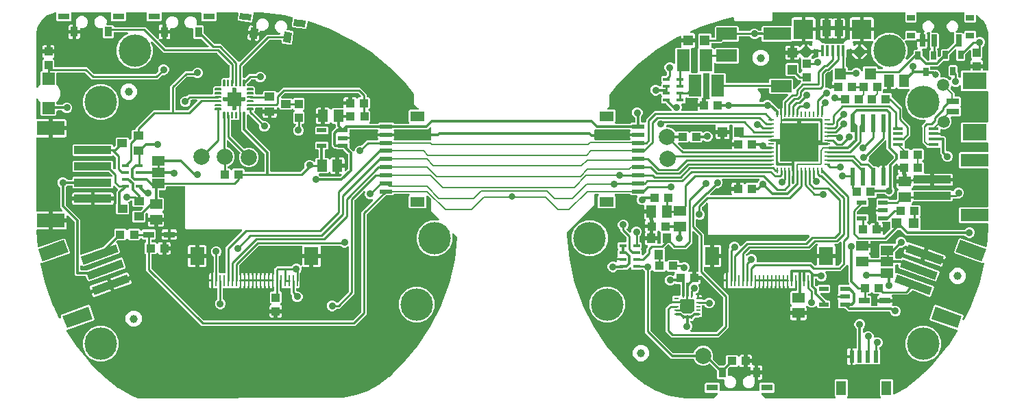
<source format=gbr>
G04 EAGLE Gerber RS-274X export*
G75*
%MOMM*%
%FSLAX34Y34*%
%LPD*%
%INTop Copper*%
%IPPOS*%
%AMOC8*
5,1,8,0,0,1.08239X$1,22.5*%
G01*
%ADD10R,1.240000X1.500000*%
%ADD11R,1.500000X1.240000*%
%ADD12C,1.000000*%
%ADD13C,4.016000*%
%ADD14R,1.000000X1.200000*%
%ADD15R,1.075000X1.000000*%
%ADD16R,0.250000X1.400000*%
%ADD17R,1.800000X2.200000*%
%ADD18R,1.000000X1.075000*%
%ADD19R,1.200000X1.200000*%
%ADD20R,2.413000X2.413000*%
%ADD21P,1.415766X8X22.500000*%
%ADD22P,1.415766X8X202.500000*%
%ADD23R,0.400000X1.350000*%
%ADD24R,1.000000X2.000000*%
%ADD25R,0.600000X2.200000*%
%ADD26R,0.250000X0.750000*%
%ADD27R,0.750000X0.250000*%
%ADD28R,4.700000X4.700000*%
%ADD29R,1.200000X1.300000*%
%ADD30R,1.600000X2.700000*%
%ADD31R,0.900000X0.450000*%
%ADD32R,1.600000X0.800000*%
%ADD33R,3.000000X2.100000*%
%ADD34R,1.300000X0.400000*%
%ADD35C,1.500000*%
%ADD36R,1.000000X4.600000*%
%ADD37R,3.400000X1.600000*%
%ADD38R,4.600000X1.000000*%
%ADD39R,3.400000X1.700000*%
%ADD40R,1.600200X1.168400*%
%ADD41R,1.350000X0.800000*%
%ADD42R,1.550000X0.600000*%
%ADD43R,1.800000X1.200000*%
%ADD44R,1.200000X0.550000*%
%ADD45R,1.400000X1.400000*%
%ADD46R,0.635000X1.016000*%
%ADD47R,1.000000X0.800000*%
%ADD48R,0.700000X1.500000*%
%ADD49R,0.900000X1.270000*%
%ADD50R,1.450000X0.800000*%
%ADD51C,2.000000*%
%ADD52C,0.140000*%
%ADD53R,1.778000X1.778000*%
%ADD54R,1.200000X1.000000*%
%ADD55R,0.600000X1.550000*%
%ADD56R,1.200000X1.800000*%
%ADD57R,0.500000X0.250000*%
%ADD58R,0.250000X0.500000*%
%ADD59R,1.600000X1.500000*%
%ADD60R,2.500000X1.500000*%
%ADD61R,3.400000X1.500000*%
%ADD62R,1.270000X0.900000*%
%ADD63C,0.304800*%
%ADD64C,0.254000*%
%ADD65C,0.906400*%
%ADD66C,0.203200*%
%ADD67C,0.800100*%

G36*
X-215984Y-276351D02*
X-215984Y-276351D01*
X-215964Y-276349D01*
X-215902Y-276349D01*
X-208227Y-275833D01*
X-208217Y-275831D01*
X-208079Y-275814D01*
X-192930Y-272981D01*
X-192912Y-272975D01*
X-192893Y-272973D01*
X-192738Y-272929D01*
X-178219Y-267760D01*
X-178202Y-267752D01*
X-178184Y-267747D01*
X-178038Y-267679D01*
X-164506Y-260303D01*
X-164491Y-260292D01*
X-164473Y-260284D01*
X-164339Y-260195D01*
X-152128Y-250793D01*
X-152122Y-250786D01*
X-152016Y-250695D01*
X-147481Y-246263D01*
X-147430Y-246199D01*
X-147372Y-246141D01*
X-147332Y-246075D01*
X-147295Y-246028D01*
X-146439Y-245236D01*
X-146425Y-245220D01*
X-146378Y-245177D01*
X-145598Y-244352D01*
X-145578Y-244343D01*
X-145518Y-244297D01*
X-145452Y-244259D01*
X-145330Y-244154D01*
X-135857Y-234849D01*
X-135844Y-234832D01*
X-135779Y-234765D01*
X-116792Y-212432D01*
X-116787Y-212425D01*
X-116701Y-212311D01*
X-100516Y-187870D01*
X-100512Y-187863D01*
X-100439Y-187739D01*
X-87288Y-161541D01*
X-87286Y-161533D01*
X-87228Y-161401D01*
X-77299Y-133820D01*
X-77297Y-133812D01*
X-77256Y-133675D01*
X-70691Y-105106D01*
X-70690Y-105098D01*
X-70666Y-104956D01*
X-67806Y-78132D01*
X-67807Y-78125D01*
X-67805Y-78118D01*
X-67810Y-77966D01*
X-67813Y-77814D01*
X-67814Y-77807D01*
X-67815Y-77800D01*
X-67857Y-77655D01*
X-67898Y-77508D01*
X-67901Y-77501D01*
X-67903Y-77495D01*
X-67980Y-77364D01*
X-68056Y-77232D01*
X-68061Y-77227D01*
X-68065Y-77221D01*
X-68171Y-77100D01*
X-71733Y-73538D01*
X-71842Y-73453D01*
X-71949Y-73365D01*
X-71968Y-73356D01*
X-71984Y-73344D01*
X-72112Y-73288D01*
X-72237Y-73229D01*
X-72257Y-73225D01*
X-72276Y-73217D01*
X-72414Y-73195D01*
X-72550Y-73169D01*
X-72570Y-73171D01*
X-72590Y-73167D01*
X-72729Y-73180D01*
X-72867Y-73189D01*
X-72886Y-73195D01*
X-72906Y-73197D01*
X-73038Y-73244D01*
X-73169Y-73287D01*
X-73187Y-73298D01*
X-73206Y-73305D01*
X-73321Y-73383D01*
X-73438Y-73457D01*
X-73452Y-73472D01*
X-73469Y-73483D01*
X-73561Y-73587D01*
X-73656Y-73689D01*
X-73666Y-73707D01*
X-73679Y-73722D01*
X-73743Y-73846D01*
X-73810Y-73967D01*
X-73815Y-73987D01*
X-73824Y-74005D01*
X-73854Y-74141D01*
X-73889Y-74275D01*
X-73891Y-74303D01*
X-73894Y-74315D01*
X-73893Y-74336D01*
X-73899Y-74436D01*
X-73899Y-83393D01*
X-77266Y-91520D01*
X-83486Y-97740D01*
X-91613Y-101107D01*
X-100411Y-101107D01*
X-108538Y-97740D01*
X-114758Y-91520D01*
X-118125Y-83393D01*
X-118125Y-74595D01*
X-114758Y-66468D01*
X-108538Y-60248D01*
X-100411Y-56881D01*
X-91454Y-56881D01*
X-91316Y-56864D01*
X-91178Y-56851D01*
X-91159Y-56844D01*
X-91138Y-56841D01*
X-91009Y-56790D01*
X-90878Y-56743D01*
X-90862Y-56732D01*
X-90843Y-56724D01*
X-90731Y-56643D01*
X-90615Y-56565D01*
X-90602Y-56549D01*
X-90585Y-56538D01*
X-90497Y-56430D01*
X-90405Y-56326D01*
X-90396Y-56308D01*
X-90383Y-56293D01*
X-90323Y-56167D01*
X-90260Y-56043D01*
X-90256Y-56023D01*
X-90247Y-56005D01*
X-90221Y-55869D01*
X-90190Y-55733D01*
X-90191Y-55712D01*
X-90187Y-55693D01*
X-90196Y-55554D01*
X-90200Y-55415D01*
X-90206Y-55395D01*
X-90207Y-55375D01*
X-90250Y-55243D01*
X-90289Y-55109D01*
X-90299Y-55092D01*
X-90305Y-55073D01*
X-90380Y-54955D01*
X-90450Y-54835D01*
X-90469Y-54814D01*
X-90475Y-54804D01*
X-90490Y-54790D01*
X-90556Y-54715D01*
X-99569Y-45702D01*
X-99569Y-30999D01*
X-99581Y-30900D01*
X-99584Y-30801D01*
X-99601Y-30743D01*
X-99609Y-30683D01*
X-99645Y-30591D01*
X-99673Y-30496D01*
X-99703Y-30444D01*
X-99726Y-30387D01*
X-99784Y-30307D01*
X-99834Y-30222D01*
X-99900Y-30146D01*
X-99912Y-30130D01*
X-99922Y-30122D01*
X-99941Y-30101D01*
X-103591Y-26451D01*
X-103700Y-26366D01*
X-103807Y-26277D01*
X-103826Y-26269D01*
X-103842Y-26256D01*
X-103970Y-26201D01*
X-104095Y-26142D01*
X-104115Y-26138D01*
X-104134Y-26130D01*
X-104272Y-26108D01*
X-104408Y-26082D01*
X-104428Y-26083D01*
X-104448Y-26080D01*
X-104587Y-26093D01*
X-104725Y-26102D01*
X-104744Y-26108D01*
X-104764Y-26110D01*
X-104896Y-26157D01*
X-105027Y-26200D01*
X-105045Y-26210D01*
X-105064Y-26217D01*
X-105179Y-26295D01*
X-105296Y-26370D01*
X-105310Y-26385D01*
X-105327Y-26396D01*
X-105419Y-26500D01*
X-105514Y-26601D01*
X-105524Y-26619D01*
X-105537Y-26634D01*
X-105601Y-26758D01*
X-105668Y-26880D01*
X-105673Y-26899D01*
X-105682Y-26918D01*
X-105712Y-27053D01*
X-105747Y-27188D01*
X-105749Y-27216D01*
X-105752Y-27228D01*
X-105751Y-27248D01*
X-105757Y-27349D01*
X-105757Y-40792D01*
X-106948Y-41983D01*
X-126632Y-41983D01*
X-127823Y-40792D01*
X-127823Y-27108D01*
X-126880Y-26165D01*
X-126795Y-26056D01*
X-126706Y-25949D01*
X-126698Y-25930D01*
X-126685Y-25914D01*
X-126630Y-25787D01*
X-126571Y-25661D01*
X-126567Y-25641D01*
X-126559Y-25622D01*
X-126537Y-25484D01*
X-126511Y-25348D01*
X-126512Y-25328D01*
X-126509Y-25308D01*
X-126522Y-25169D01*
X-126531Y-25031D01*
X-126537Y-25012D01*
X-126539Y-24992D01*
X-126586Y-24860D01*
X-126629Y-24729D01*
X-126640Y-24711D01*
X-126646Y-24692D01*
X-126725Y-24577D01*
X-126799Y-24460D01*
X-126814Y-24446D01*
X-126825Y-24429D01*
X-126929Y-24337D01*
X-127031Y-24242D01*
X-127048Y-24232D01*
X-127063Y-24219D01*
X-127188Y-24155D01*
X-127309Y-24088D01*
X-127329Y-24083D01*
X-127347Y-24074D01*
X-127483Y-24044D01*
X-127617Y-24009D01*
X-127645Y-24007D01*
X-127657Y-24004D01*
X-127677Y-24005D01*
X-127778Y-23999D01*
X-144738Y-23999D01*
X-144856Y-24014D01*
X-144975Y-24021D01*
X-145013Y-24034D01*
X-145054Y-24039D01*
X-145164Y-24082D01*
X-145277Y-24119D01*
X-145312Y-24141D01*
X-145349Y-24156D01*
X-145445Y-24225D01*
X-145546Y-24289D01*
X-145574Y-24319D01*
X-145607Y-24342D01*
X-145683Y-24434D01*
X-145764Y-24521D01*
X-145784Y-24556D01*
X-145809Y-24587D01*
X-145815Y-24600D01*
X-147198Y-25983D01*
X-155626Y-25983D01*
X-155724Y-25995D01*
X-155823Y-25998D01*
X-155882Y-26015D01*
X-155942Y-26023D01*
X-156034Y-26059D01*
X-156129Y-26087D01*
X-156181Y-26117D01*
X-156237Y-26140D01*
X-156317Y-26198D01*
X-156403Y-26248D01*
X-156478Y-26314D01*
X-156495Y-26326D01*
X-156503Y-26336D01*
X-156524Y-26354D01*
X-179046Y-48876D01*
X-179106Y-48955D01*
X-179174Y-49027D01*
X-179203Y-49080D01*
X-179240Y-49128D01*
X-179280Y-49219D01*
X-179328Y-49305D01*
X-179343Y-49364D01*
X-179367Y-49419D01*
X-179382Y-49517D01*
X-179407Y-49613D01*
X-179413Y-49713D01*
X-179417Y-49734D01*
X-179415Y-49746D01*
X-179417Y-49774D01*
X-179417Y-172818D01*
X-181723Y-175124D01*
X-181724Y-175124D01*
X-194052Y-187453D01*
X-383478Y-187453D01*
X-385784Y-185147D01*
X-385784Y-185146D01*
X-449781Y-121149D01*
X-452088Y-118843D01*
X-452088Y-99742D01*
X-452103Y-99624D01*
X-452110Y-99505D01*
X-452123Y-99467D01*
X-452128Y-99426D01*
X-452171Y-99316D01*
X-452208Y-99203D01*
X-452230Y-99168D01*
X-452245Y-99131D01*
X-452314Y-99035D01*
X-452378Y-98934D01*
X-452408Y-98906D01*
X-452431Y-98873D01*
X-452523Y-98797D01*
X-452610Y-98716D01*
X-452641Y-98699D01*
X-454058Y-97282D01*
X-454058Y-85598D01*
X-452624Y-84164D01*
X-452549Y-84117D01*
X-452521Y-84087D01*
X-452488Y-84064D01*
X-452412Y-83972D01*
X-452331Y-83885D01*
X-452311Y-83850D01*
X-452286Y-83819D01*
X-452235Y-83711D01*
X-452177Y-83607D01*
X-452167Y-83567D01*
X-452150Y-83531D01*
X-452128Y-83414D01*
X-452098Y-83299D01*
X-452094Y-83239D01*
X-452090Y-83219D01*
X-452092Y-83198D01*
X-452088Y-83138D01*
X-452088Y-81597D01*
X-452103Y-81479D01*
X-452110Y-81360D01*
X-452123Y-81322D01*
X-452128Y-81281D01*
X-452171Y-81171D01*
X-452208Y-81058D01*
X-452230Y-81023D01*
X-452245Y-80986D01*
X-452314Y-80890D01*
X-452378Y-80789D01*
X-452408Y-80761D01*
X-452431Y-80728D01*
X-452523Y-80652D01*
X-452610Y-80571D01*
X-452645Y-80551D01*
X-452676Y-80526D01*
X-452784Y-80475D01*
X-452888Y-80417D01*
X-452928Y-80407D01*
X-452964Y-80390D01*
X-453081Y-80368D01*
X-453196Y-80338D01*
X-453256Y-80334D01*
X-453276Y-80330D01*
X-453297Y-80332D01*
X-453357Y-80328D01*
X-456377Y-80328D01*
X-457381Y-79324D01*
X-457490Y-79239D01*
X-457597Y-79150D01*
X-457616Y-79142D01*
X-457632Y-79129D01*
X-457759Y-79074D01*
X-457885Y-79015D01*
X-457905Y-79011D01*
X-457924Y-79003D01*
X-458062Y-78981D01*
X-458198Y-78955D01*
X-458218Y-78956D01*
X-458238Y-78953D01*
X-458377Y-78966D01*
X-458515Y-78975D01*
X-458534Y-78981D01*
X-458554Y-78983D01*
X-458686Y-79030D01*
X-458817Y-79073D01*
X-458835Y-79084D01*
X-458854Y-79090D01*
X-458969Y-79169D01*
X-459086Y-79243D01*
X-459100Y-79258D01*
X-459117Y-79269D01*
X-459209Y-79373D01*
X-459304Y-79475D01*
X-459314Y-79492D01*
X-459327Y-79507D01*
X-459391Y-79632D01*
X-459458Y-79753D01*
X-459463Y-79773D01*
X-459472Y-79791D01*
X-459502Y-79927D01*
X-459537Y-80061D01*
X-459539Y-80089D01*
X-459542Y-80101D01*
X-459541Y-80121D01*
X-459542Y-80131D01*
X-460738Y-81328D01*
X-473172Y-81328D01*
X-474558Y-79942D01*
X-474652Y-79869D01*
X-474741Y-79790D01*
X-474777Y-79772D01*
X-474809Y-79747D01*
X-474918Y-79700D01*
X-475024Y-79646D01*
X-475063Y-79637D01*
X-475101Y-79621D01*
X-475218Y-79602D01*
X-475334Y-79576D01*
X-475375Y-79577D01*
X-475415Y-79571D01*
X-475533Y-79582D01*
X-475652Y-79586D01*
X-475691Y-79597D01*
X-475731Y-79601D01*
X-475843Y-79641D01*
X-475958Y-79674D01*
X-475993Y-79695D01*
X-476031Y-79708D01*
X-476129Y-79775D01*
X-476232Y-79836D01*
X-476277Y-79876D01*
X-476294Y-79887D01*
X-476307Y-79902D01*
X-476353Y-79942D01*
X-477738Y-81328D01*
X-486788Y-81328D01*
X-486886Y-81340D01*
X-486986Y-81343D01*
X-487044Y-81360D01*
X-487104Y-81368D01*
X-487196Y-81404D01*
X-487291Y-81432D01*
X-487343Y-81462D01*
X-487400Y-81485D01*
X-487479Y-81543D01*
X-487565Y-81593D01*
X-487640Y-81659D01*
X-487657Y-81671D01*
X-487665Y-81681D01*
X-487686Y-81699D01*
X-488733Y-82747D01*
X-488747Y-82764D01*
X-488764Y-82779D01*
X-488844Y-82890D01*
X-488928Y-82998D01*
X-488937Y-83019D01*
X-488950Y-83036D01*
X-489000Y-83164D01*
X-489055Y-83290D01*
X-489058Y-83312D01*
X-489066Y-83332D01*
X-489083Y-83469D01*
X-489105Y-83604D01*
X-489103Y-83626D01*
X-489105Y-83648D01*
X-489088Y-83784D01*
X-489075Y-83921D01*
X-489067Y-83942D01*
X-489065Y-83963D01*
X-489014Y-84091D01*
X-488967Y-84220D01*
X-488955Y-84238D01*
X-488947Y-84259D01*
X-488866Y-84370D01*
X-488789Y-84483D01*
X-488772Y-84498D01*
X-488759Y-84516D01*
X-488653Y-84603D01*
X-488550Y-84694D01*
X-488531Y-84704D01*
X-488514Y-84718D01*
X-488372Y-84795D01*
X-488104Y-84920D01*
X-484108Y-95900D01*
X-484819Y-97426D01*
X-529627Y-113735D01*
X-531265Y-112971D01*
X-531298Y-112925D01*
X-531346Y-112885D01*
X-531388Y-112839D01*
X-531468Y-112784D01*
X-531543Y-112722D01*
X-531600Y-112695D01*
X-531651Y-112661D01*
X-531743Y-112628D01*
X-531831Y-112586D01*
X-531892Y-112575D01*
X-531951Y-112554D01*
X-532048Y-112545D01*
X-532144Y-112526D01*
X-532206Y-112530D01*
X-532267Y-112525D01*
X-532364Y-112540D01*
X-532461Y-112546D01*
X-532520Y-112565D01*
X-532581Y-112575D01*
X-532671Y-112614D01*
X-532763Y-112644D01*
X-532816Y-112678D01*
X-532873Y-112702D01*
X-532950Y-112762D01*
X-533032Y-112814D01*
X-533075Y-112860D01*
X-533124Y-112898D01*
X-533183Y-112975D01*
X-533250Y-113046D01*
X-533280Y-113100D01*
X-533318Y-113150D01*
X-533356Y-113239D01*
X-533404Y-113325D01*
X-533419Y-113385D01*
X-533444Y-113442D01*
X-533459Y-113538D01*
X-533483Y-113632D01*
X-533490Y-113736D01*
X-533493Y-113756D01*
X-533492Y-113767D01*
X-533493Y-113793D01*
X-533493Y-117094D01*
X-533478Y-117212D01*
X-533471Y-117331D01*
X-533458Y-117369D01*
X-533453Y-117410D01*
X-533410Y-117520D01*
X-533373Y-117633D01*
X-533351Y-117668D01*
X-533336Y-117705D01*
X-533267Y-117801D01*
X-533203Y-117902D01*
X-533173Y-117930D01*
X-533150Y-117963D01*
X-533058Y-118039D01*
X-532971Y-118120D01*
X-532936Y-118140D01*
X-532905Y-118165D01*
X-532797Y-118216D01*
X-532693Y-118274D01*
X-532653Y-118284D01*
X-532617Y-118301D01*
X-532500Y-118323D01*
X-532385Y-118353D01*
X-532325Y-118357D01*
X-532305Y-118361D01*
X-532284Y-118359D01*
X-532224Y-118363D01*
X-525217Y-118363D01*
X-525077Y-118346D01*
X-524937Y-118332D01*
X-524913Y-118325D01*
X-524901Y-118323D01*
X-524883Y-118316D01*
X-524783Y-118287D01*
X-482789Y-103002D01*
X-481263Y-103714D01*
X-477267Y-114693D01*
X-477979Y-116220D01*
X-522787Y-132528D01*
X-524313Y-131817D01*
X-526317Y-126312D01*
X-526343Y-126261D01*
X-526361Y-126207D01*
X-526415Y-126120D01*
X-526462Y-126029D01*
X-526500Y-125986D01*
X-526531Y-125938D01*
X-526605Y-125868D01*
X-526673Y-125791D01*
X-526721Y-125759D01*
X-526762Y-125720D01*
X-526852Y-125670D01*
X-526937Y-125613D01*
X-526991Y-125594D01*
X-527041Y-125566D01*
X-527140Y-125541D01*
X-527236Y-125506D01*
X-527294Y-125501D01*
X-527349Y-125487D01*
X-527510Y-125477D01*
X-538523Y-125477D01*
X-540607Y-123393D01*
X-540607Y-59149D01*
X-540619Y-59051D01*
X-540622Y-58952D01*
X-540639Y-58894D01*
X-540647Y-58833D01*
X-540683Y-58741D01*
X-540711Y-58646D01*
X-540741Y-58594D01*
X-540764Y-58538D01*
X-540822Y-58458D01*
X-540872Y-58372D01*
X-540938Y-58297D01*
X-540950Y-58280D01*
X-540960Y-58273D01*
X-540978Y-58251D01*
X-548123Y-51107D01*
X-548232Y-51022D01*
X-548339Y-50934D01*
X-548358Y-50925D01*
X-548374Y-50912D01*
X-548502Y-50857D01*
X-548627Y-50798D01*
X-548647Y-50794D01*
X-548666Y-50786D01*
X-548804Y-50764D01*
X-548940Y-50738D01*
X-548960Y-50739D01*
X-548980Y-50736D01*
X-549119Y-50749D01*
X-549257Y-50758D01*
X-549276Y-50764D01*
X-549296Y-50766D01*
X-549428Y-50813D01*
X-549559Y-50856D01*
X-549577Y-50867D01*
X-549596Y-50874D01*
X-549711Y-50952D01*
X-549828Y-51026D01*
X-549842Y-51041D01*
X-549859Y-51052D01*
X-549951Y-51157D01*
X-550046Y-51258D01*
X-550056Y-51275D01*
X-550069Y-51291D01*
X-550133Y-51415D01*
X-550200Y-51536D01*
X-550205Y-51556D01*
X-550214Y-51574D01*
X-550244Y-51710D01*
X-550279Y-51844D01*
X-550281Y-51872D01*
X-550284Y-51884D01*
X-550283Y-51905D01*
X-550289Y-52005D01*
X-550289Y-54461D01*
X-567291Y-54461D01*
X-567291Y-45959D01*
X-556335Y-45959D01*
X-556197Y-45942D01*
X-556059Y-45929D01*
X-556040Y-45922D01*
X-556019Y-45919D01*
X-555890Y-45868D01*
X-555759Y-45821D01*
X-555743Y-45810D01*
X-555724Y-45802D01*
X-555611Y-45721D01*
X-555496Y-45643D01*
X-555483Y-45627D01*
X-555466Y-45616D01*
X-555378Y-45508D01*
X-555286Y-45404D01*
X-555276Y-45386D01*
X-555264Y-45371D01*
X-555204Y-45245D01*
X-555141Y-45121D01*
X-555137Y-45101D01*
X-555128Y-45083D01*
X-555102Y-44947D01*
X-555071Y-44811D01*
X-555072Y-44790D01*
X-555068Y-44771D01*
X-555077Y-44632D01*
X-555081Y-44493D01*
X-555087Y-44473D01*
X-555088Y-44453D01*
X-555131Y-44321D01*
X-555169Y-44187D01*
X-555180Y-44170D01*
X-555186Y-44151D01*
X-555260Y-44033D01*
X-555331Y-43913D01*
X-555350Y-43892D01*
X-555356Y-43882D01*
X-555371Y-43868D01*
X-555437Y-43792D01*
X-555931Y-43298D01*
X-558387Y-40843D01*
X-558387Y-16413D01*
X-558399Y-16315D01*
X-558402Y-16216D01*
X-558419Y-16158D01*
X-558427Y-16097D01*
X-558463Y-16005D01*
X-558491Y-15910D01*
X-558521Y-15858D01*
X-558544Y-15802D01*
X-558602Y-15722D01*
X-558652Y-15636D01*
X-558718Y-15561D01*
X-558730Y-15544D01*
X-558740Y-15537D01*
X-558758Y-15515D01*
X-560395Y-13879D01*
X-561395Y-11466D01*
X-561395Y-8854D01*
X-560395Y-6441D01*
X-558549Y-4595D01*
X-556136Y-3595D01*
X-553524Y-3595D01*
X-551111Y-4595D01*
X-549475Y-6232D01*
X-549396Y-6292D01*
X-549324Y-6360D01*
X-549271Y-6389D01*
X-549223Y-6426D01*
X-549132Y-6466D01*
X-549046Y-6514D01*
X-548987Y-6529D01*
X-548931Y-6553D01*
X-548833Y-6568D01*
X-548738Y-6593D01*
X-548638Y-6599D01*
X-548617Y-6603D01*
X-548605Y-6601D01*
X-548577Y-6603D01*
X-544132Y-6603D01*
X-544014Y-6588D01*
X-543895Y-6581D01*
X-543857Y-6568D01*
X-543816Y-6563D01*
X-543706Y-6520D01*
X-543593Y-6483D01*
X-543558Y-6461D01*
X-543521Y-6446D01*
X-543425Y-6377D01*
X-543324Y-6313D01*
X-543296Y-6283D01*
X-543263Y-6260D01*
X-543187Y-6168D01*
X-543106Y-6081D01*
X-543086Y-6046D01*
X-543061Y-6015D01*
X-543010Y-5907D01*
X-542952Y-5803D01*
X-542942Y-5763D01*
X-542925Y-5727D01*
X-542903Y-5610D01*
X-542873Y-5495D01*
X-542869Y-5435D01*
X-542865Y-5415D01*
X-542867Y-5394D01*
X-542863Y-5334D01*
X-542863Y-4158D01*
X-541672Y-2967D01*
X-494828Y-2967D01*
X-494690Y-2950D01*
X-494551Y-2937D01*
X-494532Y-2930D01*
X-494512Y-2927D01*
X-494383Y-2876D01*
X-494252Y-2829D01*
X-494235Y-2818D01*
X-494217Y-2810D01*
X-494104Y-2729D01*
X-493989Y-2651D01*
X-493976Y-2635D01*
X-493959Y-2624D01*
X-493870Y-2516D01*
X-493778Y-2412D01*
X-493769Y-2394D01*
X-493756Y-2379D01*
X-493697Y-2253D01*
X-493634Y-2129D01*
X-493629Y-2109D01*
X-493621Y-2091D01*
X-493595Y-1955D01*
X-493564Y-1819D01*
X-493565Y-1798D01*
X-493561Y-1779D01*
X-493570Y-1640D01*
X-493574Y-1501D01*
X-493580Y-1481D01*
X-493581Y-1461D01*
X-493624Y-1329D01*
X-493662Y-1195D01*
X-493673Y-1178D01*
X-493679Y-1159D01*
X-493753Y-1041D01*
X-493824Y-921D01*
X-493842Y-900D01*
X-493849Y-890D01*
X-493864Y-876D01*
X-493930Y-801D01*
X-497326Y2596D01*
X-497405Y2656D01*
X-497477Y2724D01*
X-497530Y2753D01*
X-497578Y2790D01*
X-497669Y2830D01*
X-497755Y2878D01*
X-497814Y2893D01*
X-497869Y2917D01*
X-497967Y2932D01*
X-498063Y2957D01*
X-498163Y2963D01*
X-498184Y2967D01*
X-498196Y2965D01*
X-498224Y2967D01*
X-541672Y2967D01*
X-542863Y4158D01*
X-542863Y15842D01*
X-541672Y17033D01*
X-493988Y17033D01*
X-492797Y15842D01*
X-492797Y7934D01*
X-492785Y7836D01*
X-492782Y7737D01*
X-492765Y7678D01*
X-492757Y7618D01*
X-492721Y7526D01*
X-492693Y7431D01*
X-492663Y7379D01*
X-492640Y7323D01*
X-492582Y7243D01*
X-492532Y7157D01*
X-492466Y7082D01*
X-492454Y7065D01*
X-492444Y7057D01*
X-492426Y7036D01*
X-491917Y6528D01*
X-491829Y6460D01*
X-491796Y6428D01*
X-491778Y6419D01*
X-491701Y6354D01*
X-491682Y6346D01*
X-491666Y6333D01*
X-491538Y6278D01*
X-491413Y6219D01*
X-491393Y6215D01*
X-491374Y6207D01*
X-491236Y6185D01*
X-491100Y6159D01*
X-491080Y6160D01*
X-491060Y6157D01*
X-490921Y6170D01*
X-490783Y6179D01*
X-490764Y6185D01*
X-490744Y6187D01*
X-490612Y6234D01*
X-490481Y6277D01*
X-490463Y6288D01*
X-490444Y6295D01*
X-490329Y6373D01*
X-490212Y6447D01*
X-490198Y6462D01*
X-490181Y6473D01*
X-490089Y6577D01*
X-489994Y6679D01*
X-489984Y6696D01*
X-489971Y6712D01*
X-489907Y6835D01*
X-489840Y6957D01*
X-489835Y6977D01*
X-489826Y6995D01*
X-489796Y7131D01*
X-489761Y7265D01*
X-489759Y7293D01*
X-489756Y7305D01*
X-489757Y7326D01*
X-489754Y7368D01*
X-489753Y7374D01*
X-489754Y7380D01*
X-489751Y7426D01*
X-489751Y20824D01*
X-489763Y20922D01*
X-489766Y21021D01*
X-489783Y21079D01*
X-489791Y21139D01*
X-489827Y21232D01*
X-489855Y21327D01*
X-489885Y21379D01*
X-489908Y21435D01*
X-489966Y21515D01*
X-490016Y21601D01*
X-490082Y21676D01*
X-490094Y21693D01*
X-490104Y21700D01*
X-490122Y21721D01*
X-491781Y23380D01*
X-491875Y23453D01*
X-491964Y23531D01*
X-492000Y23550D01*
X-492032Y23575D01*
X-492141Y23622D01*
X-492247Y23676D01*
X-492287Y23685D01*
X-492324Y23701D01*
X-492441Y23720D01*
X-492557Y23746D01*
X-492598Y23744D01*
X-492638Y23751D01*
X-492756Y23740D01*
X-492875Y23736D01*
X-492914Y23725D01*
X-492954Y23721D01*
X-493067Y23681D01*
X-493181Y23648D01*
X-493216Y23627D01*
X-493254Y23613D01*
X-493352Y23547D01*
X-493455Y23486D01*
X-493500Y23446D01*
X-493517Y23435D01*
X-493530Y23420D01*
X-493576Y23380D01*
X-493988Y22967D01*
X-541672Y22967D01*
X-542863Y24158D01*
X-542863Y35842D01*
X-541672Y37033D01*
X-493988Y37033D01*
X-492797Y35842D01*
X-492797Y35318D01*
X-492780Y35180D01*
X-492767Y35041D01*
X-492760Y35022D01*
X-492757Y35002D01*
X-492706Y34873D01*
X-492659Y34742D01*
X-492648Y34725D01*
X-492640Y34707D01*
X-492559Y34594D01*
X-492481Y34479D01*
X-492465Y34466D01*
X-492454Y34449D01*
X-492346Y34360D01*
X-492242Y34268D01*
X-492224Y34259D01*
X-492209Y34246D01*
X-492083Y34187D01*
X-491959Y34124D01*
X-491939Y34119D01*
X-491921Y34111D01*
X-491785Y34085D01*
X-491649Y34054D01*
X-491628Y34055D01*
X-491609Y34051D01*
X-491470Y34060D01*
X-491331Y34064D01*
X-491311Y34070D01*
X-491291Y34071D01*
X-491159Y34114D01*
X-491025Y34152D01*
X-491008Y34163D01*
X-490989Y34169D01*
X-490871Y34243D01*
X-490751Y34314D01*
X-490730Y34332D01*
X-490720Y34339D01*
X-490706Y34354D01*
X-490630Y34420D01*
X-490049Y35001D01*
X-489989Y35080D01*
X-489921Y35152D01*
X-489892Y35205D01*
X-489855Y35253D01*
X-489815Y35343D01*
X-489767Y35430D01*
X-489752Y35489D01*
X-489728Y35544D01*
X-489713Y35642D01*
X-489688Y35738D01*
X-489682Y35838D01*
X-489678Y35859D01*
X-489680Y35871D01*
X-489678Y35899D01*
X-489678Y44577D01*
X-488487Y45768D01*
X-474803Y45768D01*
X-473612Y44577D01*
X-473612Y44003D01*
X-473595Y43865D01*
X-473582Y43726D01*
X-473575Y43707D01*
X-473572Y43687D01*
X-473521Y43558D01*
X-473474Y43427D01*
X-473463Y43410D01*
X-473455Y43392D01*
X-473374Y43279D01*
X-473296Y43164D01*
X-473280Y43151D01*
X-473269Y43134D01*
X-473161Y43045D01*
X-473057Y42953D01*
X-473039Y42944D01*
X-473024Y42931D01*
X-472898Y42872D01*
X-472774Y42809D01*
X-472754Y42804D01*
X-472736Y42796D01*
X-472599Y42770D01*
X-472464Y42739D01*
X-472443Y42740D01*
X-472424Y42736D01*
X-472285Y42745D01*
X-472146Y42749D01*
X-472126Y42755D01*
X-472106Y42756D01*
X-471974Y42799D01*
X-471840Y42837D01*
X-471823Y42848D01*
X-471804Y42854D01*
X-471686Y42928D01*
X-471566Y42999D01*
X-471545Y43017D01*
X-471535Y43024D01*
X-471521Y43039D01*
X-471446Y43105D01*
X-470049Y44501D01*
X-469989Y44580D01*
X-469921Y44652D01*
X-469892Y44705D01*
X-469855Y44753D01*
X-469815Y44844D01*
X-469767Y44930D01*
X-469752Y44989D01*
X-469728Y45044D01*
X-469713Y45142D01*
X-469688Y45238D01*
X-469682Y45338D01*
X-469678Y45359D01*
X-469680Y45371D01*
X-469678Y45399D01*
X-469678Y54077D01*
X-468487Y55268D01*
X-466217Y55268D01*
X-466099Y55283D01*
X-465980Y55290D01*
X-465942Y55303D01*
X-465901Y55308D01*
X-465791Y55351D01*
X-465678Y55388D01*
X-465643Y55410D01*
X-465606Y55425D01*
X-465510Y55494D01*
X-465409Y55558D01*
X-465381Y55588D01*
X-465348Y55611D01*
X-465272Y55703D01*
X-465191Y55790D01*
X-465171Y55825D01*
X-465146Y55856D01*
X-465095Y55964D01*
X-465037Y56068D01*
X-465027Y56108D01*
X-465010Y56144D01*
X-464988Y56261D01*
X-464958Y56376D01*
X-464954Y56436D01*
X-464950Y56456D01*
X-464952Y56477D01*
X-464948Y56537D01*
X-464948Y57723D01*
X-462642Y60029D01*
X-462641Y60029D01*
X-445474Y77196D01*
X-443168Y79503D01*
X-423672Y79503D01*
X-423554Y79518D01*
X-423435Y79525D01*
X-423397Y79538D01*
X-423356Y79543D01*
X-423246Y79586D01*
X-423133Y79623D01*
X-423098Y79645D01*
X-423061Y79660D01*
X-422965Y79729D01*
X-422864Y79793D01*
X-422836Y79823D01*
X-422803Y79846D01*
X-422727Y79938D01*
X-422646Y80025D01*
X-422626Y80060D01*
X-422601Y80091D01*
X-422550Y80199D01*
X-422492Y80303D01*
X-422482Y80343D01*
X-422465Y80379D01*
X-422443Y80496D01*
X-422413Y80611D01*
X-422409Y80671D01*
X-422405Y80691D01*
X-422407Y80712D01*
X-422403Y80772D01*
X-422403Y109318D01*
X-403958Y127763D01*
X-395732Y127763D01*
X-395702Y127766D01*
X-395673Y127764D01*
X-395545Y127786D01*
X-395416Y127803D01*
X-395389Y127813D01*
X-395360Y127818D01*
X-395241Y127872D01*
X-395120Y127920D01*
X-395097Y127937D01*
X-395070Y127949D01*
X-394968Y128030D01*
X-394863Y128106D01*
X-394844Y128129D01*
X-394821Y128148D01*
X-394743Y128251D01*
X-394660Y128351D01*
X-394648Y128378D01*
X-394630Y128402D01*
X-394559Y128546D01*
X-394185Y129449D01*
X-392339Y131295D01*
X-389926Y132295D01*
X-387314Y132295D01*
X-384901Y131295D01*
X-383055Y129449D01*
X-382055Y127036D01*
X-382055Y124424D01*
X-383055Y122011D01*
X-384901Y120165D01*
X-387314Y119165D01*
X-389926Y119165D01*
X-392339Y120165D01*
X-392959Y120786D01*
X-393038Y120846D01*
X-393110Y120914D01*
X-393163Y120943D01*
X-393211Y120980D01*
X-393302Y121020D01*
X-393388Y121068D01*
X-393447Y121083D01*
X-393503Y121107D01*
X-393601Y121122D01*
X-393696Y121147D01*
X-393796Y121153D01*
X-393817Y121157D01*
X-393829Y121155D01*
X-393857Y121157D01*
X-400696Y121157D01*
X-400794Y121145D01*
X-400893Y121142D01*
X-400952Y121125D01*
X-401012Y121117D01*
X-401104Y121081D01*
X-401199Y121053D01*
X-401251Y121023D01*
X-401307Y121000D01*
X-401387Y120942D01*
X-401473Y120892D01*
X-401548Y120826D01*
X-401565Y120814D01*
X-401573Y120804D01*
X-401594Y120786D01*
X-415426Y106954D01*
X-415486Y106875D01*
X-415554Y106803D01*
X-415583Y106750D01*
X-415620Y106702D01*
X-415660Y106611D01*
X-415708Y106525D01*
X-415723Y106466D01*
X-415747Y106411D01*
X-415762Y106313D01*
X-415787Y106217D01*
X-415793Y106117D01*
X-415797Y106096D01*
X-415795Y106084D01*
X-415797Y106056D01*
X-415797Y80772D01*
X-415782Y80654D01*
X-415775Y80535D01*
X-415762Y80497D01*
X-415757Y80456D01*
X-415714Y80346D01*
X-415677Y80233D01*
X-415655Y80198D01*
X-415640Y80161D01*
X-415571Y80065D01*
X-415507Y79964D01*
X-415477Y79936D01*
X-415454Y79903D01*
X-415362Y79827D01*
X-415275Y79746D01*
X-415240Y79726D01*
X-415209Y79701D01*
X-415101Y79650D01*
X-414997Y79592D01*
X-414957Y79582D01*
X-414921Y79565D01*
X-414804Y79543D01*
X-414689Y79513D01*
X-414629Y79509D01*
X-414609Y79505D01*
X-414588Y79507D01*
X-414528Y79503D01*
X-400514Y79503D01*
X-400416Y79515D01*
X-400317Y79518D01*
X-400258Y79535D01*
X-400198Y79543D01*
X-400106Y79579D01*
X-400011Y79607D01*
X-399959Y79637D01*
X-399903Y79660D01*
X-399823Y79718D01*
X-399737Y79768D01*
X-399662Y79834D01*
X-399645Y79846D01*
X-399637Y79856D01*
X-399616Y79874D01*
X-389115Y90376D01*
X-389030Y90485D01*
X-388941Y90592D01*
X-388933Y90611D01*
X-388920Y90627D01*
X-388865Y90754D01*
X-388806Y90880D01*
X-388802Y90900D01*
X-388794Y90919D01*
X-388772Y91057D01*
X-388746Y91193D01*
X-388747Y91213D01*
X-388744Y91233D01*
X-388757Y91372D01*
X-388766Y91510D01*
X-388772Y91529D01*
X-388774Y91549D01*
X-388821Y91681D01*
X-388864Y91812D01*
X-388875Y91830D01*
X-388882Y91849D01*
X-388960Y91964D01*
X-389034Y92081D01*
X-389049Y92095D01*
X-389060Y92112D01*
X-389164Y92204D01*
X-389266Y92299D01*
X-389283Y92309D01*
X-389299Y92322D01*
X-389423Y92386D01*
X-389544Y92453D01*
X-389564Y92458D01*
X-389582Y92467D01*
X-389718Y92497D01*
X-389852Y92532D01*
X-389880Y92534D01*
X-389892Y92537D01*
X-389913Y92536D01*
X-390013Y92542D01*
X-395866Y92542D01*
X-395984Y92527D01*
X-396103Y92520D01*
X-396141Y92507D01*
X-396182Y92502D01*
X-396292Y92459D01*
X-396405Y92422D01*
X-396440Y92400D01*
X-396477Y92385D01*
X-396573Y92316D01*
X-396674Y92252D01*
X-396702Y92222D01*
X-396735Y92199D01*
X-396811Y92107D01*
X-396892Y92020D01*
X-396912Y91985D01*
X-396937Y91954D01*
X-396988Y91846D01*
X-397046Y91742D01*
X-397056Y91702D01*
X-397073Y91666D01*
X-397095Y91549D01*
X-397125Y91434D01*
X-397129Y91374D01*
X-397133Y91354D01*
X-397131Y91333D01*
X-397135Y91273D01*
X-397135Y88864D01*
X-398135Y86451D01*
X-399981Y84605D01*
X-402394Y83605D01*
X-405006Y83605D01*
X-407419Y84605D01*
X-409265Y86451D01*
X-410265Y88864D01*
X-410265Y91476D01*
X-409265Y93889D01*
X-407419Y95735D01*
X-405006Y96735D01*
X-402332Y96735D01*
X-402234Y96747D01*
X-402135Y96750D01*
X-402076Y96767D01*
X-402016Y96775D01*
X-401924Y96811D01*
X-401829Y96839D01*
X-401777Y96869D01*
X-401721Y96892D01*
X-401641Y96950D01*
X-401555Y97000D01*
X-401480Y97066D01*
X-401463Y97078D01*
X-401455Y97088D01*
X-401434Y97106D01*
X-399393Y99148D01*
X-370677Y99148D01*
X-370559Y99163D01*
X-370440Y99170D01*
X-370402Y99183D01*
X-370361Y99188D01*
X-370251Y99231D01*
X-370138Y99268D01*
X-370103Y99290D01*
X-370066Y99305D01*
X-369970Y99374D01*
X-369869Y99438D01*
X-369841Y99468D01*
X-369808Y99491D01*
X-369732Y99583D01*
X-369651Y99670D01*
X-369631Y99705D01*
X-369606Y99736D01*
X-369555Y99844D01*
X-369497Y99948D01*
X-369487Y99988D01*
X-369470Y100024D01*
X-369448Y100141D01*
X-369418Y100256D01*
X-369414Y100316D01*
X-369410Y100336D01*
X-369412Y100357D01*
X-369408Y100417D01*
X-369408Y102778D01*
X-369395Y102808D01*
X-369341Y102914D01*
X-369332Y102954D01*
X-369316Y102991D01*
X-369297Y103108D01*
X-369271Y103225D01*
X-369272Y103265D01*
X-369266Y103305D01*
X-369277Y103423D01*
X-369281Y103542D01*
X-369292Y103581D01*
X-369296Y103621D01*
X-369336Y103733D01*
X-369369Y103848D01*
X-369390Y103883D01*
X-369403Y103921D01*
X-369408Y103927D01*
X-369408Y107677D01*
X-367807Y109278D01*
X-360577Y109278D01*
X-360459Y109293D01*
X-360340Y109300D01*
X-360302Y109313D01*
X-360261Y109318D01*
X-360151Y109361D01*
X-360038Y109398D01*
X-360003Y109420D01*
X-359966Y109435D01*
X-359870Y109504D01*
X-359769Y109568D01*
X-359741Y109598D01*
X-359708Y109621D01*
X-359632Y109713D01*
X-359551Y109800D01*
X-359531Y109835D01*
X-359506Y109866D01*
X-359455Y109974D01*
X-359397Y110078D01*
X-359387Y110118D01*
X-359370Y110154D01*
X-359348Y110271D01*
X-359318Y110386D01*
X-359314Y110446D01*
X-359310Y110466D01*
X-359312Y110487D01*
X-359308Y110547D01*
X-359308Y117777D01*
X-357707Y119378D01*
X-353942Y119378D01*
X-353912Y119365D01*
X-353806Y119311D01*
X-353766Y119302D01*
X-353729Y119286D01*
X-353612Y119267D01*
X-353495Y119241D01*
X-353455Y119242D01*
X-353415Y119236D01*
X-353297Y119247D01*
X-353178Y119251D01*
X-353139Y119262D01*
X-353099Y119266D01*
X-352987Y119306D01*
X-352872Y119339D01*
X-352837Y119360D01*
X-352799Y119373D01*
X-352793Y119378D01*
X-350447Y119378D01*
X-350329Y119393D01*
X-350210Y119400D01*
X-350172Y119413D01*
X-350131Y119418D01*
X-350021Y119461D01*
X-349908Y119498D01*
X-349873Y119520D01*
X-349836Y119535D01*
X-349740Y119604D01*
X-349639Y119668D01*
X-349611Y119698D01*
X-349578Y119721D01*
X-349502Y119813D01*
X-349421Y119900D01*
X-349401Y119935D01*
X-349376Y119966D01*
X-349325Y120074D01*
X-349267Y120178D01*
X-349257Y120218D01*
X-349240Y120254D01*
X-349218Y120371D01*
X-349188Y120486D01*
X-349184Y120546D01*
X-349180Y120566D01*
X-349182Y120587D01*
X-349178Y120647D01*
X-349178Y134591D01*
X-349190Y134689D01*
X-349193Y134788D01*
X-349210Y134847D01*
X-349218Y134907D01*
X-349254Y134999D01*
X-349282Y135094D01*
X-349312Y135146D01*
X-349335Y135202D01*
X-349393Y135282D01*
X-349443Y135368D01*
X-349509Y135443D01*
X-349521Y135460D01*
X-349531Y135468D01*
X-349549Y135489D01*
X-364056Y149996D01*
X-364135Y150056D01*
X-364207Y150124D01*
X-364260Y150153D01*
X-364308Y150190D01*
X-364399Y150230D01*
X-364485Y150278D01*
X-364544Y150293D01*
X-364599Y150317D01*
X-364697Y150332D01*
X-364793Y150357D01*
X-364893Y150363D01*
X-364914Y150367D01*
X-364926Y150365D01*
X-364954Y150367D01*
X-430533Y150367D01*
X-443975Y163809D01*
X-444030Y163852D01*
X-444079Y163902D01*
X-444155Y163949D01*
X-444226Y164004D01*
X-444291Y164032D01*
X-444350Y164069D01*
X-444436Y164095D01*
X-444518Y164131D01*
X-444587Y164142D01*
X-444654Y164162D01*
X-444743Y164166D01*
X-444832Y164181D01*
X-444902Y164174D01*
X-444972Y164177D01*
X-445059Y164159D01*
X-445149Y164151D01*
X-445215Y164127D01*
X-445283Y164113D01*
X-445364Y164074D01*
X-445448Y164043D01*
X-445506Y164004D01*
X-445569Y163973D01*
X-445637Y163915D01*
X-445711Y163865D01*
X-445758Y163812D01*
X-445811Y163767D01*
X-445862Y163693D01*
X-445922Y163626D01*
X-445954Y163564D01*
X-445994Y163507D01*
X-446026Y163423D01*
X-446067Y163343D01*
X-446082Y163275D01*
X-446107Y163210D01*
X-446117Y163120D01*
X-446136Y163033D01*
X-446134Y162963D01*
X-446142Y162893D01*
X-446129Y162804D01*
X-446127Y162715D01*
X-446107Y162648D01*
X-446097Y162579D01*
X-446045Y162426D01*
X-443977Y157434D01*
X-443977Y148636D01*
X-447344Y140509D01*
X-453564Y134289D01*
X-461691Y130922D01*
X-470489Y130922D01*
X-478616Y134289D01*
X-484836Y140509D01*
X-488203Y148636D01*
X-488203Y157434D01*
X-484836Y165561D01*
X-478616Y171781D01*
X-475154Y173215D01*
X-475093Y173250D01*
X-475028Y173276D01*
X-474955Y173328D01*
X-474877Y173373D01*
X-474827Y173421D01*
X-474771Y173462D01*
X-474713Y173532D01*
X-474649Y173594D01*
X-474612Y173654D01*
X-474568Y173707D01*
X-474530Y173789D01*
X-474483Y173865D01*
X-474462Y173932D01*
X-474432Y173995D01*
X-474416Y174083D01*
X-474389Y174169D01*
X-474386Y174239D01*
X-474373Y174308D01*
X-474378Y174397D01*
X-474374Y174487D01*
X-474388Y174555D01*
X-474392Y174625D01*
X-474420Y174710D01*
X-474438Y174798D01*
X-474469Y174861D01*
X-474490Y174927D01*
X-474538Y175003D01*
X-474578Y175084D01*
X-474623Y175137D01*
X-474661Y175196D01*
X-474726Y175258D01*
X-474784Y175326D01*
X-474841Y175366D01*
X-474892Y175414D01*
X-474971Y175457D01*
X-475044Y175509D01*
X-475110Y175534D01*
X-475171Y175568D01*
X-475258Y175590D01*
X-475342Y175622D01*
X-475411Y175630D01*
X-475479Y175647D01*
X-475639Y175657D01*
X-491103Y175657D01*
X-491221Y175642D01*
X-491340Y175635D01*
X-491378Y175622D01*
X-491419Y175617D01*
X-491529Y175574D01*
X-491642Y175537D01*
X-491677Y175515D01*
X-491714Y175500D01*
X-491810Y175431D01*
X-491911Y175367D01*
X-491939Y175337D01*
X-491972Y175314D01*
X-492048Y175222D01*
X-492129Y175135D01*
X-492149Y175100D01*
X-492174Y175069D01*
X-492225Y174961D01*
X-492283Y174857D01*
X-492293Y174817D01*
X-492310Y174781D01*
X-492332Y174664D01*
X-492362Y174549D01*
X-492366Y174489D01*
X-492370Y174469D01*
X-492368Y174448D01*
X-492372Y174388D01*
X-492372Y169228D01*
X-493563Y168037D01*
X-504247Y168037D01*
X-505438Y169228D01*
X-505438Y179610D01*
X-505453Y179728D01*
X-505460Y179847D01*
X-505473Y179885D01*
X-505478Y179926D01*
X-505521Y180036D01*
X-505558Y180149D01*
X-505580Y180184D01*
X-505595Y180221D01*
X-505664Y180317D01*
X-505728Y180418D01*
X-505758Y180446D01*
X-505781Y180479D01*
X-505873Y180555D01*
X-505960Y180636D01*
X-505995Y180656D01*
X-506026Y180681D01*
X-506134Y180732D01*
X-506238Y180790D01*
X-506278Y180800D01*
X-506314Y180817D01*
X-506431Y180839D01*
X-506546Y180869D01*
X-506606Y180873D01*
X-506626Y180877D01*
X-506647Y180875D01*
X-506707Y180879D01*
X-509905Y180879D01*
X-512676Y182027D01*
X-514798Y184149D01*
X-515946Y186920D01*
X-515946Y189920D01*
X-514798Y192691D01*
X-512676Y194813D01*
X-509905Y195961D01*
X-506905Y195961D01*
X-504134Y194813D01*
X-502012Y192691D01*
X-500864Y189920D01*
X-500864Y186920D01*
X-501014Y186558D01*
X-501028Y186510D01*
X-501049Y186465D01*
X-501069Y186357D01*
X-501098Y186251D01*
X-501099Y186201D01*
X-501108Y186152D01*
X-501102Y186043D01*
X-501103Y185933D01*
X-501092Y185885D01*
X-501089Y185835D01*
X-501055Y185731D01*
X-501029Y185624D01*
X-501006Y185580D01*
X-500991Y185533D01*
X-500932Y185440D01*
X-500880Y185343D01*
X-500847Y185306D01*
X-500820Y185264D01*
X-500740Y185189D01*
X-500667Y185107D01*
X-500625Y185080D01*
X-500589Y185046D01*
X-500493Y184993D01*
X-500401Y184933D01*
X-500354Y184916D01*
X-500310Y184892D01*
X-500204Y184865D01*
X-500100Y184829D01*
X-500050Y184825D01*
X-500002Y184813D01*
X-499842Y184803D01*
X-493563Y184803D01*
X-492372Y183612D01*
X-492372Y183532D01*
X-492357Y183414D01*
X-492350Y183295D01*
X-492337Y183257D01*
X-492332Y183216D01*
X-492289Y183106D01*
X-492252Y182993D01*
X-492230Y182958D01*
X-492215Y182921D01*
X-492146Y182825D01*
X-492082Y182724D01*
X-492052Y182696D01*
X-492029Y182663D01*
X-491937Y182587D01*
X-491850Y182506D01*
X-491815Y182486D01*
X-491784Y182461D01*
X-491676Y182410D01*
X-491572Y182352D01*
X-491532Y182342D01*
X-491496Y182325D01*
X-491379Y182303D01*
X-491264Y182273D01*
X-491204Y182269D01*
X-491184Y182265D01*
X-491163Y182267D01*
X-491103Y182263D01*
X-453087Y182263D01*
X-450781Y179956D01*
X-438373Y167549D01*
X-438257Y167459D01*
X-438145Y167368D01*
X-438132Y167362D01*
X-438122Y167354D01*
X-437987Y167296D01*
X-437855Y167235D01*
X-437842Y167233D01*
X-437830Y167227D01*
X-437685Y167204D01*
X-437542Y167179D01*
X-437529Y167180D01*
X-437516Y167178D01*
X-437370Y167191D01*
X-437225Y167202D01*
X-437213Y167206D01*
X-437199Y167207D01*
X-437062Y167257D01*
X-436924Y167303D01*
X-436912Y167310D01*
X-436900Y167315D01*
X-436779Y167397D01*
X-436657Y167476D01*
X-436648Y167486D01*
X-436637Y167494D01*
X-436540Y167603D01*
X-436441Y167710D01*
X-436435Y167722D01*
X-436426Y167732D01*
X-436360Y167862D01*
X-436291Y167990D01*
X-436288Y168003D01*
X-436282Y168015D01*
X-436250Y168158D01*
X-436215Y168299D01*
X-436215Y168312D01*
X-436212Y168325D01*
X-436216Y168472D01*
X-436218Y168617D01*
X-436221Y168635D01*
X-436222Y168643D01*
X-436226Y168660D01*
X-436249Y168775D01*
X-436443Y169497D01*
X-436443Y173932D01*
X-431652Y173932D01*
X-431652Y167291D01*
X-434237Y167291D01*
X-434959Y167485D01*
X-435103Y167504D01*
X-435248Y167527D01*
X-435261Y167526D01*
X-435274Y167528D01*
X-435419Y167511D01*
X-435564Y167497D01*
X-435577Y167493D01*
X-435590Y167491D01*
X-435726Y167439D01*
X-435863Y167390D01*
X-435875Y167382D01*
X-435887Y167377D01*
X-436005Y167294D01*
X-436127Y167211D01*
X-436136Y167201D01*
X-436147Y167193D01*
X-436240Y167082D01*
X-436337Y166973D01*
X-436343Y166961D01*
X-436352Y166950D01*
X-436416Y166819D01*
X-436482Y166690D01*
X-436485Y166676D01*
X-436491Y166664D01*
X-436520Y166521D01*
X-436551Y166379D01*
X-436551Y166366D01*
X-436554Y166353D01*
X-436546Y166207D01*
X-436542Y166061D01*
X-436538Y166048D01*
X-436537Y166035D01*
X-436494Y165896D01*
X-436453Y165756D01*
X-436446Y165744D01*
X-436442Y165731D01*
X-436365Y165607D01*
X-436292Y165482D01*
X-436280Y165468D01*
X-436275Y165461D01*
X-436263Y165449D01*
X-436185Y165361D01*
X-428169Y157344D01*
X-428090Y157284D01*
X-428018Y157216D01*
X-427965Y157187D01*
X-427917Y157150D01*
X-427826Y157110D01*
X-427740Y157062D01*
X-427681Y157047D01*
X-427626Y157023D01*
X-427528Y157008D01*
X-427432Y156983D01*
X-427332Y156977D01*
X-427311Y156973D01*
X-427299Y156975D01*
X-427271Y156973D01*
X-375928Y156973D01*
X-375791Y156990D01*
X-375652Y157003D01*
X-375633Y157010D01*
X-375613Y157013D01*
X-375484Y157064D01*
X-375353Y157111D01*
X-375336Y157122D01*
X-375317Y157130D01*
X-375205Y157211D01*
X-375090Y157289D01*
X-375076Y157305D01*
X-375060Y157316D01*
X-374971Y157424D01*
X-374879Y157528D01*
X-374870Y157546D01*
X-374857Y157561D01*
X-374798Y157687D01*
X-374734Y157811D01*
X-374730Y157831D01*
X-374721Y157849D01*
X-374695Y157985D01*
X-374665Y158121D01*
X-374665Y158142D01*
X-374662Y158161D01*
X-374670Y158300D01*
X-374674Y158439D01*
X-374680Y158459D01*
X-374681Y158479D01*
X-374724Y158611D01*
X-374763Y158745D01*
X-374773Y158762D01*
X-374779Y158781D01*
X-374854Y158899D01*
X-374924Y159019D01*
X-374943Y159040D01*
X-374950Y159050D01*
X-374965Y159064D01*
X-375031Y159139D01*
X-383319Y167427D01*
X-383397Y167488D01*
X-383469Y167556D01*
X-383522Y167585D01*
X-383570Y167622D01*
X-383661Y167662D01*
X-383747Y167709D01*
X-383806Y167724D01*
X-383862Y167749D01*
X-383960Y167764D01*
X-384055Y167789D01*
X-384155Y167795D01*
X-384176Y167798D01*
X-384188Y167797D01*
X-384216Y167799D01*
X-392744Y167799D01*
X-393935Y168990D01*
X-393935Y179372D01*
X-393950Y179490D01*
X-393957Y179609D01*
X-393970Y179647D01*
X-393975Y179687D01*
X-394019Y179798D01*
X-394055Y179911D01*
X-394077Y179945D01*
X-394092Y179983D01*
X-394162Y180079D01*
X-394226Y180180D01*
X-394255Y180208D01*
X-394279Y180240D01*
X-394370Y180316D01*
X-394457Y180398D01*
X-394493Y180417D01*
X-394524Y180443D01*
X-394631Y180494D01*
X-394736Y180551D01*
X-394775Y180561D01*
X-394811Y180579D01*
X-394928Y180601D01*
X-395044Y180631D01*
X-395104Y180635D01*
X-395124Y180638D01*
X-395144Y180637D01*
X-395204Y180641D01*
X-398402Y180641D01*
X-401174Y181789D01*
X-403295Y183910D01*
X-404443Y186682D01*
X-404443Y189682D01*
X-403295Y192453D01*
X-401174Y194574D01*
X-398402Y195722D01*
X-395402Y195722D01*
X-392631Y194574D01*
X-390510Y192453D01*
X-389362Y189682D01*
X-389362Y186682D01*
X-389512Y186319D01*
X-389525Y186271D01*
X-389546Y186227D01*
X-389567Y186119D01*
X-389596Y186013D01*
X-389596Y185963D01*
X-389606Y185914D01*
X-389599Y185805D01*
X-389601Y185695D01*
X-389589Y185646D01*
X-389586Y185597D01*
X-389552Y185492D01*
X-389526Y185385D01*
X-389503Y185341D01*
X-389488Y185294D01*
X-389429Y185201D01*
X-389378Y185104D01*
X-389344Y185068D01*
X-389318Y185026D01*
X-389238Y184950D01*
X-389164Y184869D01*
X-389122Y184842D01*
X-389086Y184808D01*
X-388990Y184755D01*
X-388898Y184694D01*
X-388851Y184678D01*
X-388808Y184654D01*
X-388701Y184627D01*
X-388597Y184591D01*
X-388548Y184587D01*
X-388500Y184575D01*
X-388339Y184564D01*
X-382060Y184564D01*
X-380870Y183374D01*
X-380870Y174846D01*
X-380857Y174747D01*
X-380854Y174648D01*
X-380837Y174590D01*
X-380830Y174530D01*
X-380793Y174438D01*
X-380766Y174343D01*
X-380735Y174291D01*
X-380713Y174234D01*
X-380655Y174154D01*
X-380604Y174069D01*
X-380538Y173993D01*
X-380526Y173977D01*
X-380516Y173969D01*
X-380498Y173948D01*
X-368466Y161916D01*
X-368388Y161856D01*
X-368316Y161788D01*
X-368263Y161759D01*
X-368215Y161722D01*
X-368124Y161682D01*
X-368037Y161634D01*
X-367979Y161619D01*
X-367923Y161595D01*
X-367825Y161580D01*
X-367729Y161555D01*
X-367629Y161549D01*
X-367609Y161545D01*
X-367597Y161547D01*
X-367569Y161545D01*
X-359798Y161545D01*
X-337865Y139611D01*
X-337770Y139538D01*
X-337681Y139459D01*
X-337645Y139441D01*
X-337613Y139416D01*
X-337504Y139369D01*
X-337398Y139315D01*
X-337359Y139306D01*
X-337321Y139290D01*
X-337204Y139271D01*
X-337088Y139245D01*
X-337047Y139246D01*
X-337007Y139240D01*
X-336889Y139251D01*
X-336770Y139255D01*
X-336731Y139266D01*
X-336691Y139270D01*
X-336579Y139310D01*
X-336464Y139343D01*
X-336430Y139364D01*
X-336391Y139377D01*
X-336293Y139444D01*
X-336190Y139505D01*
X-336145Y139545D01*
X-336128Y139556D01*
X-336115Y139571D01*
X-336070Y139611D01*
X-305064Y170617D01*
X-302758Y172923D01*
X-287747Y172923D01*
X-287678Y172932D01*
X-287608Y172931D01*
X-287521Y172952D01*
X-287432Y172963D01*
X-287367Y172989D01*
X-287299Y173005D01*
X-287220Y173047D01*
X-287136Y173080D01*
X-287080Y173121D01*
X-287018Y173154D01*
X-286951Y173214D01*
X-286879Y173267D01*
X-286834Y173321D01*
X-286783Y173368D01*
X-286733Y173443D01*
X-286676Y173512D01*
X-286646Y173575D01*
X-286608Y173633D01*
X-286579Y173718D01*
X-286540Y173800D01*
X-286527Y173868D01*
X-286505Y173934D01*
X-286497Y174024D01*
X-286481Y174112D01*
X-286485Y174181D01*
X-286479Y174251D01*
X-286495Y174340D01*
X-286500Y174429D01*
X-286522Y174496D01*
X-286534Y174565D01*
X-286571Y174647D01*
X-286598Y174732D01*
X-286636Y174791D01*
X-286664Y174854D01*
X-286720Y174925D01*
X-286769Y175001D01*
X-286819Y175048D01*
X-286863Y175103D01*
X-286935Y175157D01*
X-287000Y175219D01*
X-287061Y175252D01*
X-287117Y175294D01*
X-287262Y175365D01*
X-289509Y176296D01*
X-291630Y178417D01*
X-292778Y181189D01*
X-292778Y184189D01*
X-291630Y186960D01*
X-289509Y189082D01*
X-286738Y190230D01*
X-283738Y190230D01*
X-280966Y189082D01*
X-278845Y186960D01*
X-277697Y184189D01*
X-277697Y181189D01*
X-278268Y179809D01*
X-278303Y179683D01*
X-278343Y179558D01*
X-278345Y179530D01*
X-278352Y179502D01*
X-278354Y179371D01*
X-278362Y179240D01*
X-278357Y179213D01*
X-278357Y179184D01*
X-278327Y179057D01*
X-278302Y178928D01*
X-278290Y178903D01*
X-278283Y178875D01*
X-278222Y178759D01*
X-278166Y178641D01*
X-278148Y178619D01*
X-278135Y178594D01*
X-278046Y178497D01*
X-277962Y178396D01*
X-277940Y178380D01*
X-277921Y178359D01*
X-277811Y178287D01*
X-277705Y178210D01*
X-277678Y178199D01*
X-277655Y178184D01*
X-277531Y178141D01*
X-277409Y178093D01*
X-277369Y178086D01*
X-277354Y178081D01*
X-277332Y178079D01*
X-277251Y178064D01*
X-270947Y177290D01*
X-269910Y175963D01*
X-271663Y161686D01*
X-272990Y160649D01*
X-283595Y161951D01*
X-284631Y163278D01*
X-284433Y164894D01*
X-284433Y164931D01*
X-284426Y164968D01*
X-284434Y165090D01*
X-284434Y165212D01*
X-284444Y165248D01*
X-284446Y165285D01*
X-284483Y165401D01*
X-284514Y165520D01*
X-284532Y165552D01*
X-284544Y165588D01*
X-284609Y165691D01*
X-284668Y165798D01*
X-284694Y165825D01*
X-284714Y165857D01*
X-284803Y165940D01*
X-284887Y166029D01*
X-284918Y166049D01*
X-284946Y166075D01*
X-285053Y166133D01*
X-285156Y166199D01*
X-285192Y166210D01*
X-285224Y166228D01*
X-285342Y166259D01*
X-285459Y166296D01*
X-285496Y166298D01*
X-285532Y166308D01*
X-285693Y166318D01*
X-299496Y166318D01*
X-299594Y166305D01*
X-299693Y166302D01*
X-299751Y166285D01*
X-299811Y166278D01*
X-299903Y166241D01*
X-299998Y166214D01*
X-300051Y166183D01*
X-300107Y166161D01*
X-300187Y166103D01*
X-300272Y166052D01*
X-300348Y165986D01*
X-300364Y165974D01*
X-300372Y165965D01*
X-300393Y165946D01*
X-332201Y134139D01*
X-332261Y134060D01*
X-332329Y133988D01*
X-332358Y133935D01*
X-332395Y133887D01*
X-332435Y133796D01*
X-332483Y133710D01*
X-332498Y133651D01*
X-332522Y133596D01*
X-332537Y133498D01*
X-332562Y133402D01*
X-332568Y133302D01*
X-332572Y133281D01*
X-332570Y133269D01*
X-332572Y133241D01*
X-332572Y120647D01*
X-332557Y120529D01*
X-332550Y120410D01*
X-332537Y120372D01*
X-332532Y120331D01*
X-332489Y120221D01*
X-332452Y120108D01*
X-332430Y120073D01*
X-332415Y120036D01*
X-332346Y119940D01*
X-332282Y119839D01*
X-332252Y119811D01*
X-332229Y119778D01*
X-332137Y119702D01*
X-332050Y119621D01*
X-332015Y119601D01*
X-331984Y119576D01*
X-331876Y119525D01*
X-331772Y119467D01*
X-331732Y119457D01*
X-331696Y119440D01*
X-331579Y119418D01*
X-331464Y119388D01*
X-331404Y119384D01*
X-331384Y119380D01*
X-331363Y119382D01*
X-331303Y119378D01*
X-330039Y119378D01*
X-329941Y119390D01*
X-329842Y119393D01*
X-329783Y119410D01*
X-329723Y119418D01*
X-329631Y119454D01*
X-329536Y119482D01*
X-329484Y119512D01*
X-329428Y119535D01*
X-329347Y119593D01*
X-329262Y119643D01*
X-329187Y119709D01*
X-329170Y119721D01*
X-329162Y119731D01*
X-329141Y119749D01*
X-327244Y121646D01*
X-324938Y123953D01*
X-317497Y123953D01*
X-317399Y123965D01*
X-317300Y123968D01*
X-317242Y123985D01*
X-317181Y123993D01*
X-317089Y124029D01*
X-316994Y124057D01*
X-316942Y124087D01*
X-316886Y124110D01*
X-316806Y124168D01*
X-316720Y124218D01*
X-316645Y124284D01*
X-316628Y124296D01*
X-316621Y124306D01*
X-316599Y124324D01*
X-314709Y126215D01*
X-312296Y127215D01*
X-309684Y127215D01*
X-307271Y126215D01*
X-305425Y124369D01*
X-304425Y121956D01*
X-304425Y119344D01*
X-305425Y116931D01*
X-307271Y115085D01*
X-309684Y114085D01*
X-312296Y114085D01*
X-314709Y115085D01*
X-316599Y116976D01*
X-316678Y117036D01*
X-316750Y117104D01*
X-316803Y117133D01*
X-316851Y117170D01*
X-316942Y117210D01*
X-317028Y117258D01*
X-317087Y117273D01*
X-317143Y117297D01*
X-317241Y117312D01*
X-317336Y117337D01*
X-317436Y117343D01*
X-317457Y117347D01*
X-317469Y117345D01*
X-317497Y117347D01*
X-321676Y117347D01*
X-321774Y117335D01*
X-321873Y117332D01*
X-321932Y117315D01*
X-321992Y117307D01*
X-322084Y117271D01*
X-322179Y117243D01*
X-322231Y117213D01*
X-322287Y117190D01*
X-322367Y117132D01*
X-322453Y117082D01*
X-322528Y117016D01*
X-322545Y117004D01*
X-322553Y116994D01*
X-322574Y116976D01*
X-327071Y112479D01*
X-327131Y112400D01*
X-327199Y112328D01*
X-327228Y112275D01*
X-327265Y112227D01*
X-327305Y112136D01*
X-327353Y112050D01*
X-327368Y111991D01*
X-327392Y111936D01*
X-327407Y111838D01*
X-327432Y111742D01*
X-327438Y111642D01*
X-327442Y111622D01*
X-327440Y111609D01*
X-327442Y111581D01*
X-327442Y110547D01*
X-327427Y110429D01*
X-327420Y110310D01*
X-327407Y110272D01*
X-327402Y110231D01*
X-327359Y110121D01*
X-327322Y110008D01*
X-327300Y109973D01*
X-327285Y109936D01*
X-327216Y109840D01*
X-327152Y109739D01*
X-327122Y109711D01*
X-327099Y109678D01*
X-327007Y109602D01*
X-326920Y109521D01*
X-326885Y109501D01*
X-326854Y109476D01*
X-326746Y109425D01*
X-326642Y109367D01*
X-326602Y109357D01*
X-326566Y109340D01*
X-326449Y109318D01*
X-326334Y109288D01*
X-326274Y109284D01*
X-326254Y109280D01*
X-326233Y109282D01*
X-326173Y109278D01*
X-318943Y109278D01*
X-317342Y107677D01*
X-317342Y103912D01*
X-317355Y103882D01*
X-317409Y103776D01*
X-317418Y103736D01*
X-317434Y103699D01*
X-317453Y103582D01*
X-317479Y103465D01*
X-317478Y103425D01*
X-317484Y103385D01*
X-317473Y103267D01*
X-317469Y103148D01*
X-317458Y103109D01*
X-317454Y103069D01*
X-317414Y102957D01*
X-317381Y102842D01*
X-317360Y102807D01*
X-317347Y102769D01*
X-317342Y102763D01*
X-317342Y100417D01*
X-317327Y100299D01*
X-317320Y100180D01*
X-317307Y100142D01*
X-317302Y100101D01*
X-317259Y99991D01*
X-317222Y99878D01*
X-317200Y99843D01*
X-317185Y99806D01*
X-317116Y99710D01*
X-317052Y99609D01*
X-317022Y99581D01*
X-316999Y99548D01*
X-316907Y99472D01*
X-316820Y99391D01*
X-316785Y99371D01*
X-316754Y99346D01*
X-316646Y99295D01*
X-316542Y99237D01*
X-316502Y99227D01*
X-316466Y99210D01*
X-316349Y99188D01*
X-316234Y99158D01*
X-316174Y99154D01*
X-316154Y99150D01*
X-316133Y99152D01*
X-316073Y99148D01*
X-308702Y99148D01*
X-308584Y99163D01*
X-308465Y99170D01*
X-308427Y99183D01*
X-308386Y99188D01*
X-308276Y99231D01*
X-308163Y99268D01*
X-308128Y99290D01*
X-308091Y99305D01*
X-307995Y99374D01*
X-307894Y99438D01*
X-307866Y99468D01*
X-307833Y99491D01*
X-307757Y99583D01*
X-307676Y99670D01*
X-307656Y99705D01*
X-307631Y99736D01*
X-307580Y99844D01*
X-307522Y99948D01*
X-307512Y99988D01*
X-307495Y100024D01*
X-307473Y100141D01*
X-307443Y100256D01*
X-307439Y100316D01*
X-307435Y100336D01*
X-307437Y100357D01*
X-307433Y100417D01*
X-307433Y102337D01*
X-306242Y103528D01*
X-292558Y103528D01*
X-291367Y102337D01*
X-291367Y102288D01*
X-291350Y102150D01*
X-291337Y102011D01*
X-291330Y101992D01*
X-291327Y101972D01*
X-291276Y101843D01*
X-291229Y101712D01*
X-291218Y101695D01*
X-291210Y101677D01*
X-291129Y101564D01*
X-291051Y101449D01*
X-291035Y101436D01*
X-291024Y101419D01*
X-290916Y101330D01*
X-290812Y101238D01*
X-290794Y101229D01*
X-290779Y101216D01*
X-290653Y101157D01*
X-290529Y101094D01*
X-290509Y101089D01*
X-290491Y101081D01*
X-290355Y101055D01*
X-290219Y101024D01*
X-290198Y101025D01*
X-290179Y101021D01*
X-290040Y101030D01*
X-289901Y101034D01*
X-289881Y101040D01*
X-289861Y101041D01*
X-289729Y101084D01*
X-289595Y101122D01*
X-289578Y101133D01*
X-289559Y101139D01*
X-289441Y101213D01*
X-289321Y101284D01*
X-289300Y101302D01*
X-289290Y101309D01*
X-289276Y101324D01*
X-289201Y101390D01*
X-285454Y105136D01*
X-283148Y107443D01*
X-187702Y107443D01*
X-179417Y99158D01*
X-179417Y96567D01*
X-179402Y96449D01*
X-179395Y96330D01*
X-179382Y96292D01*
X-179377Y96251D01*
X-179334Y96141D01*
X-179297Y96028D01*
X-179275Y95993D01*
X-179260Y95956D01*
X-179191Y95860D01*
X-179127Y95759D01*
X-179097Y95731D01*
X-179074Y95698D01*
X-178982Y95622D01*
X-178895Y95541D01*
X-178860Y95521D01*
X-178829Y95496D01*
X-178721Y95445D01*
X-178617Y95387D01*
X-178577Y95377D01*
X-178541Y95360D01*
X-178424Y95338D01*
X-178309Y95308D01*
X-178249Y95304D01*
X-178229Y95300D01*
X-178208Y95302D01*
X-178148Y95298D01*
X-176893Y95298D01*
X-175702Y94107D01*
X-175702Y82423D01*
X-177171Y80954D01*
X-177256Y80845D01*
X-177345Y80738D01*
X-177353Y80719D01*
X-177366Y80703D01*
X-177421Y80575D01*
X-177480Y80450D01*
X-177484Y80430D01*
X-177492Y80411D01*
X-177514Y80273D01*
X-177540Y80137D01*
X-177539Y80117D01*
X-177542Y80097D01*
X-177529Y79958D01*
X-177520Y79820D01*
X-177514Y79801D01*
X-177512Y79781D01*
X-177465Y79649D01*
X-177422Y79518D01*
X-177411Y79500D01*
X-177405Y79481D01*
X-177326Y79366D01*
X-177252Y79249D01*
X-177237Y79235D01*
X-177226Y79218D01*
X-177122Y79126D01*
X-177020Y79031D01*
X-177003Y79021D01*
X-176988Y79008D01*
X-176863Y78944D01*
X-176742Y78877D01*
X-176722Y78872D01*
X-176704Y78863D01*
X-176568Y78833D01*
X-176434Y78798D01*
X-176406Y78796D01*
X-176394Y78793D01*
X-176374Y78794D01*
X-176273Y78788D01*
X-176258Y78788D01*
X-175067Y77597D01*
X-175067Y65913D01*
X-176207Y64773D01*
X-176292Y64664D01*
X-176381Y64557D01*
X-176389Y64538D01*
X-176402Y64522D01*
X-176457Y64395D01*
X-176516Y64269D01*
X-176520Y64249D01*
X-176528Y64230D01*
X-176550Y64092D01*
X-176576Y63956D01*
X-176575Y63936D01*
X-176578Y63916D01*
X-176565Y63777D01*
X-176556Y63639D01*
X-176550Y63620D01*
X-176548Y63600D01*
X-176501Y63468D01*
X-176458Y63337D01*
X-176447Y63319D01*
X-176441Y63300D01*
X-176362Y63185D01*
X-176288Y63068D01*
X-176273Y63054D01*
X-176262Y63037D01*
X-176158Y62945D01*
X-176056Y62850D01*
X-176039Y62840D01*
X-176024Y62827D01*
X-175899Y62763D01*
X-175778Y62696D01*
X-175758Y62691D01*
X-175740Y62682D01*
X-175604Y62652D01*
X-175470Y62617D01*
X-175442Y62615D01*
X-175430Y62612D01*
X-175410Y62613D01*
X-175309Y62607D01*
X-166384Y62607D01*
X-166286Y62619D01*
X-166187Y62622D01*
X-166128Y62639D01*
X-166068Y62647D01*
X-165976Y62683D01*
X-165881Y62711D01*
X-165829Y62741D01*
X-165773Y62764D01*
X-165692Y62822D01*
X-165607Y62872D01*
X-165532Y62938D01*
X-165515Y62950D01*
X-165507Y62960D01*
X-165486Y62978D01*
X-164382Y64083D01*
X-147198Y64083D01*
X-146094Y62978D01*
X-146015Y62918D01*
X-145943Y62850D01*
X-145890Y62821D01*
X-145842Y62784D01*
X-145752Y62744D01*
X-145665Y62696D01*
X-145606Y62681D01*
X-145551Y62657D01*
X-145453Y62642D01*
X-145357Y62617D01*
X-145257Y62611D01*
X-145237Y62607D01*
X-145224Y62609D01*
X-145196Y62607D01*
X-128286Y62607D01*
X-128148Y62624D01*
X-128009Y62637D01*
X-127990Y62644D01*
X-127970Y62647D01*
X-127841Y62698D01*
X-127710Y62745D01*
X-127693Y62756D01*
X-127674Y62764D01*
X-127562Y62845D01*
X-127447Y62923D01*
X-127434Y62939D01*
X-127417Y62950D01*
X-127328Y63058D01*
X-127236Y63162D01*
X-127227Y63180D01*
X-127214Y63195D01*
X-127155Y63321D01*
X-127092Y63445D01*
X-127087Y63465D01*
X-127079Y63483D01*
X-127053Y63620D01*
X-127022Y63755D01*
X-127023Y63776D01*
X-127019Y63795D01*
X-127028Y63934D01*
X-127032Y64073D01*
X-127037Y64093D01*
X-127039Y64113D01*
X-127081Y64245D01*
X-127120Y64379D01*
X-127131Y64396D01*
X-127137Y64415D01*
X-127211Y64533D01*
X-127282Y64653D01*
X-127300Y64674D01*
X-127307Y64684D01*
X-127322Y64698D01*
X-127388Y64773D01*
X-127823Y65208D01*
X-127823Y78892D01*
X-126632Y80083D01*
X-116658Y80083D01*
X-116520Y80100D01*
X-116382Y80113D01*
X-116363Y80120D01*
X-116342Y80123D01*
X-116213Y80174D01*
X-116082Y80221D01*
X-116066Y80232D01*
X-116047Y80240D01*
X-115934Y80321D01*
X-115819Y80399D01*
X-115806Y80415D01*
X-115789Y80426D01*
X-115701Y80534D01*
X-115609Y80638D01*
X-115600Y80656D01*
X-115587Y80671D01*
X-115527Y80797D01*
X-115464Y80921D01*
X-115460Y80941D01*
X-115451Y80959D01*
X-115425Y81095D01*
X-115394Y81231D01*
X-115395Y81252D01*
X-115391Y81271D01*
X-115400Y81410D01*
X-115404Y81549D01*
X-115410Y81569D01*
X-115411Y81589D01*
X-115454Y81721D01*
X-115493Y81855D01*
X-115503Y81872D01*
X-115509Y81891D01*
X-115583Y82009D01*
X-115654Y82129D01*
X-115673Y82150D01*
X-115679Y82160D01*
X-115694Y82174D01*
X-115760Y82249D01*
X-120745Y87234D01*
X-120745Y98721D01*
X-120758Y98826D01*
X-120762Y98932D01*
X-120778Y98984D01*
X-120785Y99037D01*
X-120823Y99135D01*
X-120854Y99236D01*
X-120882Y99283D01*
X-120902Y99333D01*
X-120964Y99418D01*
X-121018Y99509D01*
X-121057Y99546D01*
X-121088Y99590D01*
X-121170Y99657D01*
X-121245Y99731D01*
X-121317Y99779D01*
X-121333Y99793D01*
X-121348Y99799D01*
X-121379Y99821D01*
X-121562Y99926D01*
X-121622Y100152D01*
X-121634Y100180D01*
X-121639Y100209D01*
X-121694Y100327D01*
X-121743Y100447D01*
X-121760Y100471D01*
X-121773Y100498D01*
X-121867Y100628D01*
X-130686Y111386D01*
X-130701Y111401D01*
X-130757Y111467D01*
X-151151Y132425D01*
X-151162Y132433D01*
X-151258Y132522D01*
X-173893Y151036D01*
X-173904Y151043D01*
X-174009Y151121D01*
X-198595Y166954D01*
X-198607Y166960D01*
X-198720Y167025D01*
X-224941Y179974D01*
X-224953Y179978D01*
X-225073Y180030D01*
X-251084Y189385D01*
X-251183Y189407D01*
X-251280Y189438D01*
X-251338Y189441D01*
X-251395Y189454D01*
X-251496Y189451D01*
X-251597Y189457D01*
X-251654Y189446D01*
X-251713Y189444D01*
X-251810Y189416D01*
X-251909Y189397D01*
X-251962Y189372D01*
X-252018Y189355D01*
X-252105Y189304D01*
X-252197Y189260D01*
X-252242Y189223D01*
X-252292Y189194D01*
X-252363Y189122D01*
X-252441Y189057D01*
X-252475Y189010D01*
X-252517Y188969D01*
X-252568Y188882D01*
X-252628Y188799D01*
X-252649Y188745D01*
X-252679Y188695D01*
X-252707Y188598D01*
X-252744Y188503D01*
X-252762Y188410D01*
X-252767Y188390D01*
X-252768Y188376D01*
X-252774Y188345D01*
X-253677Y180988D01*
X-255004Y179951D01*
X-271067Y181923D01*
X-272104Y183250D01*
X-270895Y193094D01*
X-270896Y193144D01*
X-270887Y193193D01*
X-270896Y193303D01*
X-270896Y193412D01*
X-270909Y193461D01*
X-270913Y193510D01*
X-270949Y193614D01*
X-270977Y193720D01*
X-271001Y193764D01*
X-271017Y193811D01*
X-271077Y193902D01*
X-271131Y193998D01*
X-271165Y194035D01*
X-271192Y194076D01*
X-271274Y194150D01*
X-271349Y194230D01*
X-271391Y194256D01*
X-271428Y194289D01*
X-271525Y194341D01*
X-271618Y194399D01*
X-271666Y194414D01*
X-271710Y194438D01*
X-271864Y194484D01*
X-281189Y196686D01*
X-281202Y196687D01*
X-281331Y196711D01*
X-310370Y200164D01*
X-310391Y200164D01*
X-310477Y200172D01*
X-318132Y200427D01*
X-318195Y200421D01*
X-318257Y200425D01*
X-318352Y200406D01*
X-318449Y200397D01*
X-318508Y200376D01*
X-318570Y200364D01*
X-318657Y200323D01*
X-318748Y200290D01*
X-318800Y200255D01*
X-318857Y200228D01*
X-318931Y200166D01*
X-319011Y200112D01*
X-319053Y200065D01*
X-319101Y200025D01*
X-319158Y199947D01*
X-319222Y199874D01*
X-319251Y199818D01*
X-319288Y199767D01*
X-319323Y199677D01*
X-319367Y199591D01*
X-319381Y199530D01*
X-319404Y199471D01*
X-319434Y199313D01*
X-320674Y189214D01*
X-322001Y188177D01*
X-338064Y190150D01*
X-339101Y191477D01*
X-338148Y199235D01*
X-338148Y199273D01*
X-338141Y199310D01*
X-338149Y199431D01*
X-338149Y199553D01*
X-338159Y199590D01*
X-338161Y199627D01*
X-338199Y199743D01*
X-338229Y199861D01*
X-338248Y199894D01*
X-338259Y199929D01*
X-338324Y200032D01*
X-338384Y200139D01*
X-338409Y200167D01*
X-338429Y200198D01*
X-338518Y200282D01*
X-338602Y200370D01*
X-338634Y200390D01*
X-338661Y200416D01*
X-338768Y200475D01*
X-338871Y200540D01*
X-338907Y200552D01*
X-338939Y200570D01*
X-339057Y200600D01*
X-339174Y200637D01*
X-339211Y200640D01*
X-339247Y200649D01*
X-339408Y200659D01*
X-364100Y200659D01*
X-364219Y200644D01*
X-364337Y200637D01*
X-364376Y200624D01*
X-364416Y200619D01*
X-364527Y200576D01*
X-364640Y200539D01*
X-364674Y200517D01*
X-364712Y200502D01*
X-364808Y200433D01*
X-364908Y200369D01*
X-364936Y200339D01*
X-364969Y200316D01*
X-365045Y200224D01*
X-365126Y200137D01*
X-365146Y200102D01*
X-365172Y200071D01*
X-365222Y199963D01*
X-365280Y199859D01*
X-365290Y199819D01*
X-365307Y199783D01*
X-365330Y199666D01*
X-365359Y199551D01*
X-365363Y199491D01*
X-365367Y199471D01*
X-365366Y199450D01*
X-365370Y199390D01*
X-365370Y190340D01*
X-366560Y189149D01*
X-382744Y189149D01*
X-383935Y190340D01*
X-383935Y199390D01*
X-383950Y199508D01*
X-383957Y199627D01*
X-383970Y199665D01*
X-383975Y199706D01*
X-384019Y199816D01*
X-384055Y199929D01*
X-384077Y199964D01*
X-384092Y200001D01*
X-384162Y200097D01*
X-384226Y200198D01*
X-384255Y200226D01*
X-384279Y200259D01*
X-384370Y200335D01*
X-384457Y200416D01*
X-384493Y200436D01*
X-384524Y200461D01*
X-384631Y200512D01*
X-384736Y200570D01*
X-384775Y200580D01*
X-384811Y200597D01*
X-384928Y200619D01*
X-385044Y200649D01*
X-385104Y200653D01*
X-385124Y200657D01*
X-385144Y200655D01*
X-385204Y200659D01*
X-431600Y200659D01*
X-431719Y200644D01*
X-431837Y200637D01*
X-431876Y200624D01*
X-431916Y200619D01*
X-432027Y200576D01*
X-432140Y200539D01*
X-432174Y200517D01*
X-432212Y200502D01*
X-432308Y200433D01*
X-432408Y200369D01*
X-432436Y200339D01*
X-432469Y200316D01*
X-432545Y200224D01*
X-432626Y200137D01*
X-432646Y200102D01*
X-432672Y200071D01*
X-432722Y199963D01*
X-432780Y199859D01*
X-432790Y199819D01*
X-432807Y199783D01*
X-432830Y199666D01*
X-432859Y199551D01*
X-432863Y199491D01*
X-432867Y199471D01*
X-432866Y199450D01*
X-432870Y199390D01*
X-432870Y190340D01*
X-434060Y189149D01*
X-450244Y189149D01*
X-451435Y190340D01*
X-451435Y199390D01*
X-451450Y199508D01*
X-451457Y199627D01*
X-451470Y199665D01*
X-451475Y199706D01*
X-451519Y199816D01*
X-451555Y199929D01*
X-451577Y199964D01*
X-451592Y200001D01*
X-451662Y200097D01*
X-451726Y200198D01*
X-451755Y200226D01*
X-451779Y200259D01*
X-451870Y200335D01*
X-451957Y200416D01*
X-451993Y200436D01*
X-452024Y200461D01*
X-452131Y200512D01*
X-452236Y200570D01*
X-452275Y200580D01*
X-452311Y200597D01*
X-452428Y200619D01*
X-452544Y200649D01*
X-452604Y200653D01*
X-452624Y200657D01*
X-452644Y200655D01*
X-452704Y200659D01*
X-475603Y200659D01*
X-475721Y200644D01*
X-475840Y200637D01*
X-475878Y200624D01*
X-475919Y200619D01*
X-476029Y200576D01*
X-476142Y200539D01*
X-476177Y200517D01*
X-476214Y200502D01*
X-476310Y200433D01*
X-476411Y200369D01*
X-476439Y200339D01*
X-476472Y200316D01*
X-476548Y200224D01*
X-476629Y200137D01*
X-476649Y200102D01*
X-476674Y200071D01*
X-476725Y199963D01*
X-476783Y199859D01*
X-476793Y199819D01*
X-476810Y199783D01*
X-476832Y199666D01*
X-476862Y199551D01*
X-476866Y199491D01*
X-476870Y199471D01*
X-476868Y199450D01*
X-476872Y199390D01*
X-476872Y190578D01*
X-478063Y189387D01*
X-494247Y189387D01*
X-495438Y190578D01*
X-495438Y199390D01*
X-495453Y199508D01*
X-495460Y199627D01*
X-495473Y199665D01*
X-495478Y199706D01*
X-495521Y199816D01*
X-495558Y199929D01*
X-495580Y199964D01*
X-495595Y200001D01*
X-495664Y200097D01*
X-495728Y200198D01*
X-495758Y200226D01*
X-495781Y200259D01*
X-495873Y200335D01*
X-495960Y200416D01*
X-495995Y200436D01*
X-496026Y200461D01*
X-496134Y200512D01*
X-496238Y200570D01*
X-496278Y200580D01*
X-496314Y200597D01*
X-496431Y200619D01*
X-496546Y200649D01*
X-496606Y200653D01*
X-496626Y200657D01*
X-496647Y200655D01*
X-496707Y200659D01*
X-543103Y200659D01*
X-543221Y200644D01*
X-543340Y200637D01*
X-543378Y200624D01*
X-543419Y200619D01*
X-543529Y200576D01*
X-543642Y200539D01*
X-543677Y200517D01*
X-543714Y200502D01*
X-543810Y200433D01*
X-543911Y200369D01*
X-543939Y200339D01*
X-543972Y200316D01*
X-544048Y200224D01*
X-544129Y200137D01*
X-544149Y200102D01*
X-544174Y200071D01*
X-544225Y199963D01*
X-544283Y199859D01*
X-544293Y199819D01*
X-544310Y199783D01*
X-544332Y199666D01*
X-544362Y199551D01*
X-544366Y199491D01*
X-544370Y199471D01*
X-544368Y199450D01*
X-544372Y199390D01*
X-544372Y190578D01*
X-545563Y189387D01*
X-561747Y189387D01*
X-562938Y190578D01*
X-562938Y199024D01*
X-562944Y199073D01*
X-562942Y199123D01*
X-562964Y199230D01*
X-562978Y199340D01*
X-562996Y199386D01*
X-563006Y199434D01*
X-563054Y199533D01*
X-563095Y199636D01*
X-563124Y199675D01*
X-563145Y199720D01*
X-563217Y199804D01*
X-563281Y199893D01*
X-563320Y199924D01*
X-563351Y199962D01*
X-563441Y200025D01*
X-563526Y200096D01*
X-563571Y200117D01*
X-563611Y200145D01*
X-563715Y200184D01*
X-563814Y200231D01*
X-563862Y200240D01*
X-563909Y200258D01*
X-564018Y200270D01*
X-564126Y200291D01*
X-564176Y200288D01*
X-564225Y200293D01*
X-564385Y200281D01*
X-565908Y200065D01*
X-565975Y200047D01*
X-566044Y200038D01*
X-566197Y199988D01*
X-573974Y196913D01*
X-574078Y196856D01*
X-574185Y196806D01*
X-574234Y196770D01*
X-574252Y196760D01*
X-574267Y196746D01*
X-574316Y196711D01*
X-580761Y191383D01*
X-580843Y191296D01*
X-580929Y191215D01*
X-580965Y191167D01*
X-580979Y191151D01*
X-580989Y191133D01*
X-581024Y191085D01*
X-581137Y190907D01*
X-581138Y190907D01*
X-581944Y189638D01*
X-581944Y189637D01*
X-582750Y188369D01*
X-582750Y188368D01*
X-583556Y187099D01*
X-584362Y185830D01*
X-584363Y185830D01*
X-585169Y184561D01*
X-585508Y184026D01*
X-585559Y183919D01*
X-585616Y183815D01*
X-585635Y183757D01*
X-585644Y183739D01*
X-585647Y183719D01*
X-585666Y183662D01*
X-587749Y175563D01*
X-587758Y175494D01*
X-587776Y175427D01*
X-587789Y175267D01*
X-587849Y171533D01*
X-587848Y171526D01*
X-587849Y171512D01*
X-587849Y170934D01*
X-587847Y170914D01*
X-587847Y170855D01*
X-587779Y169768D01*
X-587785Y169746D01*
X-587819Y169652D01*
X-587824Y169593D01*
X-587839Y169535D01*
X-587849Y169374D01*
X-587849Y108303D01*
X-587841Y108234D01*
X-587842Y108164D01*
X-587821Y108077D01*
X-587809Y107988D01*
X-587784Y107923D01*
X-587767Y107855D01*
X-587725Y107775D01*
X-587692Y107692D01*
X-587651Y107635D01*
X-587619Y107574D01*
X-587558Y107507D01*
X-587506Y107435D01*
X-587452Y107390D01*
X-587405Y107338D01*
X-587330Y107289D01*
X-587261Y107232D01*
X-587197Y107202D01*
X-587139Y107164D01*
X-587054Y107134D01*
X-586973Y107096D01*
X-586904Y107083D01*
X-586838Y107060D01*
X-586749Y107053D01*
X-586661Y107036D01*
X-586591Y107041D01*
X-586521Y107035D01*
X-586433Y107051D01*
X-586343Y107056D01*
X-586277Y107078D01*
X-586208Y107090D01*
X-586126Y107127D01*
X-586041Y107154D01*
X-585982Y107191D01*
X-585918Y107220D01*
X-585848Y107276D01*
X-585772Y107324D01*
X-585724Y107375D01*
X-585670Y107419D01*
X-585615Y107491D01*
X-585554Y107556D01*
X-585520Y107617D01*
X-585478Y107673D01*
X-585407Y107817D01*
X-585097Y108567D01*
X-583174Y110489D01*
X-583114Y110567D01*
X-583046Y110640D01*
X-583017Y110693D01*
X-582980Y110740D01*
X-582940Y110831D01*
X-582892Y110918D01*
X-582877Y110977D01*
X-582853Y111032D01*
X-582838Y111130D01*
X-582813Y111226D01*
X-582807Y111326D01*
X-582803Y111346D01*
X-582805Y111359D01*
X-582803Y111387D01*
X-582803Y126672D01*
X-581612Y127863D01*
X-581072Y127863D01*
X-580954Y127878D01*
X-580835Y127885D01*
X-580797Y127898D01*
X-580756Y127903D01*
X-580646Y127946D01*
X-580533Y127983D01*
X-580498Y128005D01*
X-580461Y128020D01*
X-580365Y128089D01*
X-580264Y128153D01*
X-580236Y128183D01*
X-580203Y128206D01*
X-580127Y128298D01*
X-580046Y128385D01*
X-580026Y128420D01*
X-580001Y128451D01*
X-579950Y128559D01*
X-579892Y128663D01*
X-579882Y128703D01*
X-579865Y128739D01*
X-579843Y128856D01*
X-579813Y128971D01*
X-579809Y129031D01*
X-579805Y129051D01*
X-579807Y129072D01*
X-579803Y129132D01*
X-579803Y141227D01*
X-578660Y142370D01*
X-578583Y142469D01*
X-578500Y142564D01*
X-578494Y142578D01*
X-578489Y142584D01*
X-578482Y142599D01*
X-578465Y142621D01*
X-578415Y142737D01*
X-578359Y142849D01*
X-578355Y142869D01*
X-578354Y142871D01*
X-578351Y142883D01*
X-578338Y142913D01*
X-578319Y143037D01*
X-578292Y143160D01*
X-578294Y143194D01*
X-578289Y143227D01*
X-578300Y143353D01*
X-578306Y143478D01*
X-578315Y143510D01*
X-578318Y143544D01*
X-578361Y143662D01*
X-578397Y143783D01*
X-578415Y143811D01*
X-578426Y143843D01*
X-578497Y143947D01*
X-578562Y144055D01*
X-578586Y144078D01*
X-578605Y144106D01*
X-578699Y144190D01*
X-578789Y144278D01*
X-578829Y144304D01*
X-578843Y144317D01*
X-578862Y144327D01*
X-578923Y144367D01*
X-579330Y144602D01*
X-579803Y145075D01*
X-580138Y145654D01*
X-580311Y146301D01*
X-580311Y149511D01*
X-574000Y149511D01*
X-573882Y149526D01*
X-573763Y149533D01*
X-573725Y149545D01*
X-573685Y149551D01*
X-573574Y149594D01*
X-573461Y149631D01*
X-573427Y149653D01*
X-573389Y149668D01*
X-573293Y149737D01*
X-573192Y149801D01*
X-573164Y149831D01*
X-573132Y149854D01*
X-573056Y149946D01*
X-572974Y150033D01*
X-572955Y150068D01*
X-572929Y150099D01*
X-572878Y150207D01*
X-572821Y150311D01*
X-572811Y150351D01*
X-572793Y150387D01*
X-572773Y150494D01*
X-572769Y150464D01*
X-572725Y150354D01*
X-572689Y150241D01*
X-572667Y150206D01*
X-572652Y150169D01*
X-572582Y150072D01*
X-572519Y149972D01*
X-572489Y149944D01*
X-572465Y149911D01*
X-572374Y149835D01*
X-572287Y149754D01*
X-572252Y149734D01*
X-572220Y149709D01*
X-572113Y149658D01*
X-572008Y149600D01*
X-571969Y149590D01*
X-571933Y149573D01*
X-571816Y149551D01*
X-571700Y149521D01*
X-571640Y149517D01*
X-571620Y149513D01*
X-571600Y149515D01*
X-571540Y149511D01*
X-565229Y149511D01*
X-565229Y146301D01*
X-565402Y145654D01*
X-565737Y145075D01*
X-566210Y144602D01*
X-566617Y144367D01*
X-566717Y144291D01*
X-566822Y144220D01*
X-566844Y144195D01*
X-566871Y144174D01*
X-566949Y144076D01*
X-567032Y143982D01*
X-567047Y143952D01*
X-567068Y143925D01*
X-567119Y143810D01*
X-567177Y143698D01*
X-567184Y143666D01*
X-567198Y143635D01*
X-567219Y143511D01*
X-567246Y143388D01*
X-567245Y143354D01*
X-567251Y143321D01*
X-567240Y143196D01*
X-567237Y143070D01*
X-567227Y143038D01*
X-567224Y143004D01*
X-567183Y142886D01*
X-567148Y142765D01*
X-567133Y142739D01*
X-567128Y142725D01*
X-567126Y142721D01*
X-567120Y142704D01*
X-567050Y142599D01*
X-566987Y142491D01*
X-566964Y142465D01*
X-566958Y142456D01*
X-566951Y142450D01*
X-566944Y142439D01*
X-566928Y142424D01*
X-566880Y142370D01*
X-565737Y141227D01*
X-565737Y134112D01*
X-565722Y133994D01*
X-565715Y133875D01*
X-565702Y133837D01*
X-565697Y133796D01*
X-565654Y133686D01*
X-565617Y133573D01*
X-565595Y133538D01*
X-565580Y133501D01*
X-565511Y133405D01*
X-565447Y133304D01*
X-565417Y133276D01*
X-565394Y133243D01*
X-565302Y133167D01*
X-565215Y133086D01*
X-565180Y133066D01*
X-565149Y133041D01*
X-565041Y132990D01*
X-564937Y132932D01*
X-564897Y132922D01*
X-564861Y132905D01*
X-564744Y132883D01*
X-564629Y132853D01*
X-564569Y132849D01*
X-564549Y132845D01*
X-564528Y132847D01*
X-564468Y132843D01*
X-525215Y132843D01*
X-516697Y124324D01*
X-516618Y124264D01*
X-516546Y124196D01*
X-516493Y124167D01*
X-516445Y124130D01*
X-516354Y124090D01*
X-516268Y124042D01*
X-516209Y124027D01*
X-516153Y124003D01*
X-516055Y123988D01*
X-515960Y123963D01*
X-515860Y123957D01*
X-515839Y123953D01*
X-515827Y123955D01*
X-515799Y123953D01*
X-441154Y123953D01*
X-441056Y123965D01*
X-440957Y123968D01*
X-440898Y123985D01*
X-440838Y123993D01*
X-440746Y124029D01*
X-440651Y124057D01*
X-440599Y124087D01*
X-440543Y124110D01*
X-440463Y124168D01*
X-440377Y124218D01*
X-440302Y124284D01*
X-440285Y124296D01*
X-440277Y124306D01*
X-440256Y124324D01*
X-437306Y127274D01*
X-437246Y127353D01*
X-437178Y127425D01*
X-437149Y127478D01*
X-437112Y127526D01*
X-437072Y127617D01*
X-437024Y127703D01*
X-437009Y127762D01*
X-436985Y127817D01*
X-436970Y127915D01*
X-436945Y128011D01*
X-436939Y128111D01*
X-436935Y128132D01*
X-436937Y128144D01*
X-436935Y128172D01*
X-436935Y130846D01*
X-435935Y133259D01*
X-434089Y135105D01*
X-431676Y136105D01*
X-429064Y136105D01*
X-426651Y135105D01*
X-424805Y133259D01*
X-423805Y130846D01*
X-423805Y128234D01*
X-424805Y125821D01*
X-426651Y123975D01*
X-429064Y122975D01*
X-431738Y122975D01*
X-431836Y122963D01*
X-431935Y122960D01*
X-431994Y122943D01*
X-432054Y122935D01*
X-432146Y122899D01*
X-432241Y122871D01*
X-432293Y122841D01*
X-432349Y122818D01*
X-432429Y122760D01*
X-432515Y122710D01*
X-432590Y122644D01*
X-432607Y122632D01*
X-432615Y122622D01*
X-432624Y122614D01*
X-432626Y122612D01*
X-432627Y122611D01*
X-432636Y122604D01*
X-437892Y117347D01*
X-519061Y117347D01*
X-527579Y125866D01*
X-527657Y125926D01*
X-527729Y125994D01*
X-527782Y126023D01*
X-527830Y126060D01*
X-527921Y126100D01*
X-528008Y126148D01*
X-528067Y126163D01*
X-528122Y126187D01*
X-528220Y126202D01*
X-528316Y126227D01*
X-528416Y126233D01*
X-528436Y126237D01*
X-528449Y126235D01*
X-528477Y126237D01*
X-561468Y126237D01*
X-561586Y126222D01*
X-561705Y126215D01*
X-561743Y126202D01*
X-561784Y126197D01*
X-561894Y126154D01*
X-562007Y126117D01*
X-562042Y126095D01*
X-562079Y126080D01*
X-562175Y126011D01*
X-562276Y125947D01*
X-562304Y125917D01*
X-562337Y125894D01*
X-562413Y125802D01*
X-562494Y125715D01*
X-562514Y125680D01*
X-562539Y125649D01*
X-562590Y125541D01*
X-562648Y125437D01*
X-562658Y125397D01*
X-562675Y125361D01*
X-562697Y125244D01*
X-562727Y125129D01*
X-562731Y125069D01*
X-562735Y125049D01*
X-562733Y125028D01*
X-562737Y124968D01*
X-562737Y111387D01*
X-562725Y111289D01*
X-562722Y111189D01*
X-562705Y111131D01*
X-562697Y111071D01*
X-562661Y110979D01*
X-562633Y110884D01*
X-562603Y110832D01*
X-562580Y110775D01*
X-562522Y110695D01*
X-562472Y110610D01*
X-562406Y110535D01*
X-562394Y110518D01*
X-562384Y110510D01*
X-562366Y110489D01*
X-560443Y108567D01*
X-558229Y103222D01*
X-558229Y97438D01*
X-560443Y92093D01*
X-562366Y90171D01*
X-562426Y90093D01*
X-562494Y90020D01*
X-562523Y89967D01*
X-562560Y89920D01*
X-562600Y89829D01*
X-562648Y89742D01*
X-562663Y89683D01*
X-562687Y89628D01*
X-562702Y89530D01*
X-562727Y89434D01*
X-562733Y89334D01*
X-562737Y89314D01*
X-562735Y89301D01*
X-562737Y89273D01*
X-562737Y87376D01*
X-562722Y87258D01*
X-562715Y87139D01*
X-562702Y87101D01*
X-562697Y87060D01*
X-562654Y86950D01*
X-562617Y86837D01*
X-562595Y86802D01*
X-562580Y86765D01*
X-562511Y86669D01*
X-562447Y86568D01*
X-562417Y86540D01*
X-562394Y86507D01*
X-562302Y86431D01*
X-562215Y86350D01*
X-562180Y86330D01*
X-562149Y86305D01*
X-562041Y86254D01*
X-561937Y86196D01*
X-561897Y86186D01*
X-561861Y86169D01*
X-561744Y86147D01*
X-561629Y86117D01*
X-561569Y86113D01*
X-561549Y86109D01*
X-561528Y86111D01*
X-561468Y86107D01*
X-556163Y86107D01*
X-556065Y86119D01*
X-555966Y86122D01*
X-555908Y86139D01*
X-555847Y86147D01*
X-555755Y86183D01*
X-555660Y86211D01*
X-555608Y86241D01*
X-555552Y86264D01*
X-555472Y86322D01*
X-555386Y86372D01*
X-555311Y86438D01*
X-555294Y86450D01*
X-555287Y86460D01*
X-555265Y86478D01*
X-553629Y88115D01*
X-551216Y89115D01*
X-548604Y89115D01*
X-546191Y88115D01*
X-544345Y86269D01*
X-543345Y83856D01*
X-543345Y81244D01*
X-544345Y78831D01*
X-546191Y76985D01*
X-548604Y75985D01*
X-551216Y75985D01*
X-553629Y76985D01*
X-555265Y78622D01*
X-555344Y78682D01*
X-555416Y78750D01*
X-555469Y78779D01*
X-555517Y78816D01*
X-555608Y78856D01*
X-555694Y78904D01*
X-555753Y78919D01*
X-555809Y78943D01*
X-555907Y78958D01*
X-556002Y78983D01*
X-556102Y78989D01*
X-556123Y78993D01*
X-556135Y78991D01*
X-556163Y78993D01*
X-561468Y78993D01*
X-561586Y78978D01*
X-561705Y78971D01*
X-561743Y78958D01*
X-561784Y78953D01*
X-561894Y78910D01*
X-562007Y78873D01*
X-562042Y78851D01*
X-562079Y78836D01*
X-562175Y78767D01*
X-562276Y78703D01*
X-562304Y78673D01*
X-562337Y78650D01*
X-562413Y78558D01*
X-562494Y78471D01*
X-562514Y78436D01*
X-562539Y78405D01*
X-562590Y78297D01*
X-562648Y78193D01*
X-562658Y78153D01*
X-562675Y78117D01*
X-562697Y78000D01*
X-562727Y77885D01*
X-562731Y77825D01*
X-562735Y77805D01*
X-562733Y77784D01*
X-562737Y77724D01*
X-562737Y73988D01*
X-563928Y72797D01*
X-581612Y72797D01*
X-582803Y73988D01*
X-582803Y89273D01*
X-582815Y89371D01*
X-582818Y89471D01*
X-582835Y89529D01*
X-582843Y89589D01*
X-582879Y89681D01*
X-582907Y89776D01*
X-582937Y89828D01*
X-582960Y89885D01*
X-583018Y89965D01*
X-583068Y90050D01*
X-583134Y90125D01*
X-583146Y90142D01*
X-583156Y90150D01*
X-583174Y90171D01*
X-585097Y92093D01*
X-585407Y92843D01*
X-585442Y92903D01*
X-585468Y92968D01*
X-585520Y93041D01*
X-585565Y93119D01*
X-585613Y93169D01*
X-585654Y93225D01*
X-585724Y93283D01*
X-585786Y93347D01*
X-585846Y93384D01*
X-585899Y93428D01*
X-585981Y93467D01*
X-586057Y93514D01*
X-586124Y93534D01*
X-586187Y93564D01*
X-586275Y93581D01*
X-586361Y93607D01*
X-586431Y93611D01*
X-586500Y93624D01*
X-586589Y93618D01*
X-586679Y93622D01*
X-586747Y93608D01*
X-586817Y93604D01*
X-586902Y93576D01*
X-586990Y93558D01*
X-587053Y93527D01*
X-587119Y93506D01*
X-587195Y93458D01*
X-587276Y93418D01*
X-587329Y93373D01*
X-587388Y93336D01*
X-587450Y93270D01*
X-587518Y93212D01*
X-587558Y93155D01*
X-587606Y93104D01*
X-587649Y93025D01*
X-587701Y92952D01*
X-587726Y92887D01*
X-587760Y92826D01*
X-587782Y92739D01*
X-587814Y92655D01*
X-587822Y92585D01*
X-587839Y92518D01*
X-587849Y92357D01*
X-587849Y69310D01*
X-587834Y69192D01*
X-587827Y69073D01*
X-587814Y69035D01*
X-587809Y68994D01*
X-587766Y68884D01*
X-587729Y68771D01*
X-587707Y68736D01*
X-587692Y68699D01*
X-587623Y68603D01*
X-587559Y68502D01*
X-587529Y68474D01*
X-587506Y68441D01*
X-587414Y68365D01*
X-587327Y68284D01*
X-587292Y68264D01*
X-587261Y68239D01*
X-587153Y68188D01*
X-587049Y68130D01*
X-587009Y68120D01*
X-586973Y68103D01*
X-586856Y68081D01*
X-586741Y68051D01*
X-586681Y68047D01*
X-586661Y68043D01*
X-586640Y68045D01*
X-586580Y68041D01*
X-572369Y68041D01*
X-572369Y58270D01*
X-572354Y58152D01*
X-572347Y58033D01*
X-572334Y57995D01*
X-572329Y57955D01*
X-572285Y57844D01*
X-572249Y57731D01*
X-572227Y57696D01*
X-572212Y57659D01*
X-572142Y57563D01*
X-572079Y57462D01*
X-572049Y57434D01*
X-572025Y57402D01*
X-571934Y57326D01*
X-571847Y57244D01*
X-571812Y57225D01*
X-571780Y57199D01*
X-571673Y57148D01*
X-571569Y57091D01*
X-571529Y57080D01*
X-571493Y57063D01*
X-571376Y57041D01*
X-571261Y57011D01*
X-571200Y57007D01*
X-571180Y57003D01*
X-571160Y57005D01*
X-571100Y57001D01*
X-569829Y57001D01*
X-569829Y56999D01*
X-571100Y56999D01*
X-571218Y56984D01*
X-571337Y56977D01*
X-571375Y56964D01*
X-571415Y56959D01*
X-571526Y56915D01*
X-571639Y56879D01*
X-571674Y56857D01*
X-571711Y56842D01*
X-571807Y56772D01*
X-571908Y56709D01*
X-571936Y56679D01*
X-571968Y56655D01*
X-572044Y56564D01*
X-572126Y56477D01*
X-572145Y56442D01*
X-572171Y56410D01*
X-572222Y56303D01*
X-572279Y56199D01*
X-572290Y56159D01*
X-572307Y56123D01*
X-572329Y56006D01*
X-572359Y55891D01*
X-572363Y55830D01*
X-572367Y55810D01*
X-572365Y55790D01*
X-572369Y55730D01*
X-572369Y45959D01*
X-586580Y45959D01*
X-586698Y45944D01*
X-586817Y45937D01*
X-586855Y45924D01*
X-586896Y45919D01*
X-587006Y45876D01*
X-587119Y45839D01*
X-587154Y45817D01*
X-587191Y45802D01*
X-587287Y45733D01*
X-587388Y45669D01*
X-587416Y45639D01*
X-587449Y45616D01*
X-587525Y45524D01*
X-587606Y45437D01*
X-587626Y45402D01*
X-587651Y45371D01*
X-587702Y45263D01*
X-587760Y45159D01*
X-587770Y45119D01*
X-587787Y45083D01*
X-587809Y44966D01*
X-587839Y44851D01*
X-587843Y44791D01*
X-587847Y44771D01*
X-587845Y44750D01*
X-587849Y44690D01*
X-587849Y-44690D01*
X-587834Y-44808D01*
X-587827Y-44927D01*
X-587814Y-44965D01*
X-587809Y-45006D01*
X-587766Y-45116D01*
X-587729Y-45229D01*
X-587707Y-45264D01*
X-587692Y-45301D01*
X-587623Y-45397D01*
X-587559Y-45498D01*
X-587529Y-45526D01*
X-587506Y-45559D01*
X-587414Y-45635D01*
X-587327Y-45716D01*
X-587292Y-45736D01*
X-587261Y-45761D01*
X-587153Y-45812D01*
X-587049Y-45870D01*
X-587009Y-45880D01*
X-586973Y-45897D01*
X-586856Y-45919D01*
X-586741Y-45949D01*
X-586681Y-45953D01*
X-586661Y-45957D01*
X-586640Y-45955D01*
X-586580Y-45959D01*
X-572369Y-45959D01*
X-572369Y-55730D01*
X-572354Y-55848D01*
X-572347Y-55967D01*
X-572334Y-56005D01*
X-572329Y-56045D01*
X-572285Y-56156D01*
X-572249Y-56269D01*
X-572227Y-56304D01*
X-572212Y-56341D01*
X-572142Y-56437D01*
X-572079Y-56538D01*
X-572049Y-56566D01*
X-572025Y-56598D01*
X-571934Y-56674D01*
X-571847Y-56756D01*
X-571812Y-56775D01*
X-571780Y-56801D01*
X-571673Y-56852D01*
X-571569Y-56909D01*
X-571529Y-56920D01*
X-571493Y-56937D01*
X-571376Y-56959D01*
X-571261Y-56989D01*
X-571200Y-56993D01*
X-571180Y-56997D01*
X-571160Y-56995D01*
X-571100Y-56999D01*
X-569829Y-56999D01*
X-569829Y-57001D01*
X-571100Y-57001D01*
X-571218Y-57016D01*
X-571337Y-57023D01*
X-571375Y-57036D01*
X-571415Y-57041D01*
X-571526Y-57085D01*
X-571639Y-57121D01*
X-571674Y-57143D01*
X-571711Y-57158D01*
X-571807Y-57228D01*
X-571908Y-57291D01*
X-571936Y-57321D01*
X-571968Y-57345D01*
X-572044Y-57436D01*
X-572126Y-57523D01*
X-572145Y-57558D01*
X-572171Y-57590D01*
X-572222Y-57697D01*
X-572279Y-57801D01*
X-572290Y-57841D01*
X-572307Y-57877D01*
X-572329Y-57994D01*
X-572359Y-58109D01*
X-572363Y-58170D01*
X-572367Y-58190D01*
X-572365Y-58210D01*
X-572369Y-58270D01*
X-572369Y-68041D01*
X-586406Y-68041D01*
X-586551Y-68059D01*
X-586697Y-68075D01*
X-586709Y-68079D01*
X-586721Y-68081D01*
X-586857Y-68134D01*
X-586995Y-68186D01*
X-587005Y-68193D01*
X-587017Y-68198D01*
X-587136Y-68284D01*
X-587256Y-68368D01*
X-587264Y-68377D01*
X-587274Y-68384D01*
X-587368Y-68498D01*
X-587464Y-68609D01*
X-587469Y-68620D01*
X-587477Y-68629D01*
X-587540Y-68762D01*
X-587605Y-68894D01*
X-587607Y-68906D01*
X-587613Y-68917D01*
X-587640Y-69061D01*
X-587671Y-69205D01*
X-587671Y-69222D01*
X-587672Y-69229D01*
X-587671Y-69245D01*
X-587674Y-69366D01*
X-587224Y-79576D01*
X-587220Y-79597D01*
X-587214Y-79682D01*
X-586024Y-88914D01*
X-585999Y-89011D01*
X-585983Y-89109D01*
X-585959Y-89164D01*
X-585944Y-89222D01*
X-585896Y-89309D01*
X-585856Y-89401D01*
X-585819Y-89448D01*
X-585790Y-89500D01*
X-585722Y-89573D01*
X-585660Y-89651D01*
X-585613Y-89688D01*
X-585572Y-89731D01*
X-585488Y-89785D01*
X-585409Y-89846D01*
X-585354Y-89869D01*
X-585303Y-89901D01*
X-585208Y-89932D01*
X-585117Y-89971D01*
X-585057Y-89980D01*
X-585001Y-89999D01*
X-584901Y-90005D01*
X-584802Y-90020D01*
X-584743Y-90015D01*
X-584683Y-90018D01*
X-584585Y-89999D01*
X-584486Y-89990D01*
X-584391Y-89962D01*
X-584371Y-89958D01*
X-584360Y-89953D01*
X-584331Y-89944D01*
X-553367Y-78674D01*
X-551840Y-79386D01*
X-545792Y-96003D01*
X-546504Y-97529D01*
X-580036Y-109734D01*
X-581125Y-109226D01*
X-581192Y-109205D01*
X-581255Y-109174D01*
X-581343Y-109156D01*
X-581428Y-109129D01*
X-581498Y-109125D01*
X-581567Y-109111D01*
X-581656Y-109115D01*
X-581745Y-109110D01*
X-581814Y-109123D01*
X-581885Y-109127D01*
X-581970Y-109154D01*
X-582057Y-109171D01*
X-582121Y-109201D01*
X-582188Y-109222D01*
X-582264Y-109269D01*
X-582345Y-109307D01*
X-582399Y-109352D01*
X-582459Y-109389D01*
X-582520Y-109453D01*
X-582589Y-109510D01*
X-582630Y-109568D01*
X-582679Y-109618D01*
X-582723Y-109696D01*
X-582775Y-109768D01*
X-582801Y-109834D01*
X-582836Y-109895D01*
X-582859Y-109981D01*
X-582891Y-110064D01*
X-582900Y-110134D01*
X-582918Y-110202D01*
X-582919Y-110291D01*
X-582930Y-110380D01*
X-582921Y-110450D01*
X-582922Y-110520D01*
X-582894Y-110679D01*
X-576807Y-135509D01*
X-576802Y-135522D01*
X-576765Y-135645D01*
X-566968Y-162267D01*
X-566962Y-162279D01*
X-566912Y-162398D01*
X-559308Y-177561D01*
X-559261Y-177632D01*
X-559221Y-177709D01*
X-559172Y-177764D01*
X-559131Y-177825D01*
X-559067Y-177882D01*
X-559010Y-177946D01*
X-558949Y-177988D01*
X-558894Y-178037D01*
X-558818Y-178076D01*
X-558746Y-178124D01*
X-558677Y-178149D01*
X-558612Y-178183D01*
X-558528Y-178202D01*
X-558447Y-178231D01*
X-558374Y-178238D01*
X-558302Y-178254D01*
X-558216Y-178252D01*
X-558130Y-178260D01*
X-558058Y-178248D01*
X-557984Y-178247D01*
X-557901Y-178223D01*
X-557816Y-178209D01*
X-557749Y-178180D01*
X-557678Y-178160D01*
X-557604Y-178117D01*
X-557525Y-178082D01*
X-557467Y-178037D01*
X-557403Y-178000D01*
X-557342Y-177940D01*
X-557274Y-177887D01*
X-557229Y-177828D01*
X-557177Y-177777D01*
X-557132Y-177703D01*
X-557080Y-177635D01*
X-557051Y-177567D01*
X-557013Y-177504D01*
X-556988Y-177422D01*
X-556954Y-177343D01*
X-556943Y-177270D01*
X-556922Y-177200D01*
X-556918Y-177114D01*
X-556905Y-177028D01*
X-556912Y-176955D01*
X-556909Y-176882D01*
X-556928Y-176798D01*
X-556936Y-176712D01*
X-556974Y-176582D01*
X-556976Y-176571D01*
X-556979Y-176564D01*
X-556981Y-176557D01*
X-557512Y-175098D01*
X-556801Y-173572D01*
X-523269Y-161367D01*
X-521743Y-162079D01*
X-515694Y-178696D01*
X-516406Y-180222D01*
X-549429Y-192242D01*
X-549522Y-192289D01*
X-549618Y-192329D01*
X-549663Y-192362D01*
X-549712Y-192387D01*
X-549790Y-192456D01*
X-549874Y-192519D01*
X-549908Y-192561D01*
X-549950Y-192598D01*
X-550008Y-192684D01*
X-550074Y-192766D01*
X-550097Y-192816D01*
X-550128Y-192862D01*
X-550163Y-192960D01*
X-550206Y-193055D01*
X-550216Y-193109D01*
X-550234Y-193161D01*
X-550244Y-193265D01*
X-550262Y-193368D01*
X-550258Y-193423D01*
X-550263Y-193478D01*
X-550247Y-193581D01*
X-550239Y-193685D01*
X-550221Y-193737D01*
X-550213Y-193792D01*
X-550171Y-193888D01*
X-550138Y-193987D01*
X-550094Y-194064D01*
X-550086Y-194083D01*
X-550076Y-194095D01*
X-550059Y-194127D01*
X-538650Y-211654D01*
X-538641Y-211665D01*
X-538566Y-211769D01*
X-526101Y-226896D01*
X-520526Y-233662D01*
X-520510Y-233677D01*
X-520455Y-233741D01*
X-510629Y-243806D01*
X-510620Y-243814D01*
X-510522Y-243904D01*
X-509357Y-244852D01*
X-509339Y-244863D01*
X-509324Y-244878D01*
X-509317Y-244882D01*
X-509316Y-244883D01*
X-509301Y-244892D01*
X-509204Y-244948D01*
X-509087Y-245020D01*
X-509067Y-245027D01*
X-509048Y-245037D01*
X-508915Y-245075D01*
X-508886Y-245084D01*
X-508273Y-245722D01*
X-508270Y-245725D01*
X-508159Y-245827D01*
X-507454Y-246401D01*
X-507453Y-246405D01*
X-507393Y-246503D01*
X-507340Y-246605D01*
X-507310Y-246638D01*
X-507287Y-246676D01*
X-507179Y-246795D01*
X-501368Y-252423D01*
X-501356Y-252432D01*
X-501264Y-252513D01*
X-486517Y-263967D01*
X-486507Y-263973D01*
X-486498Y-263981D01*
X-486364Y-264069D01*
X-470113Y-273264D01*
X-470098Y-273270D01*
X-469989Y-273325D01*
X-462007Y-276755D01*
X-461989Y-276760D01*
X-461972Y-276769D01*
X-461837Y-276804D01*
X-461702Y-276843D01*
X-461683Y-276843D01*
X-461664Y-276848D01*
X-461504Y-276858D01*
X-215984Y-276351D01*
G37*
G36*
X248710Y-276847D02*
X248710Y-276847D01*
X248809Y-276844D01*
X248867Y-276827D01*
X248927Y-276819D01*
X249019Y-276783D01*
X249115Y-276755D01*
X249167Y-276725D01*
X249223Y-276702D01*
X249303Y-276644D01*
X249388Y-276594D01*
X249464Y-276528D01*
X249480Y-276516D01*
X249488Y-276506D01*
X249509Y-276488D01*
X253924Y-272072D01*
X254010Y-271963D01*
X254098Y-271856D01*
X254107Y-271837D01*
X254119Y-271821D01*
X254175Y-271693D01*
X254234Y-271568D01*
X254238Y-271548D01*
X254246Y-271529D01*
X254268Y-271391D01*
X254294Y-271255D01*
X254292Y-271235D01*
X254296Y-271215D01*
X254282Y-271076D01*
X254274Y-270938D01*
X254268Y-270919D01*
X254266Y-270899D01*
X254219Y-270767D01*
X254176Y-270636D01*
X254165Y-270618D01*
X254158Y-270599D01*
X254080Y-270484D01*
X254006Y-270367D01*
X253991Y-270353D01*
X253980Y-270336D01*
X253875Y-270244D01*
X253774Y-270149D01*
X253756Y-270139D01*
X253741Y-270126D01*
X253617Y-270062D01*
X253496Y-269995D01*
X253476Y-269990D01*
X253458Y-269981D01*
X253322Y-269951D01*
X253188Y-269916D01*
X253160Y-269914D01*
X253148Y-269911D01*
X253127Y-269912D01*
X253027Y-269906D01*
X239176Y-269906D01*
X237985Y-268715D01*
X237985Y-259031D01*
X239176Y-257840D01*
X255360Y-257840D01*
X256551Y-259031D01*
X256551Y-266700D01*
X256566Y-266818D01*
X256573Y-266937D01*
X256586Y-266975D01*
X256591Y-267016D01*
X256634Y-267126D01*
X256671Y-267239D01*
X256693Y-267274D01*
X256708Y-267311D01*
X256777Y-267407D01*
X256841Y-267508D01*
X256871Y-267536D01*
X256894Y-267569D01*
X256986Y-267645D01*
X257073Y-267726D01*
X257108Y-267746D01*
X257139Y-267771D01*
X257247Y-267822D01*
X257351Y-267880D01*
X257391Y-267890D01*
X257427Y-267907D01*
X257544Y-267929D01*
X257659Y-267959D01*
X257719Y-267963D01*
X257739Y-267967D01*
X257760Y-267965D01*
X257820Y-267969D01*
X304216Y-267969D01*
X304334Y-267954D01*
X304453Y-267947D01*
X304491Y-267934D01*
X304532Y-267929D01*
X304642Y-267886D01*
X304755Y-267849D01*
X304790Y-267827D01*
X304827Y-267812D01*
X304923Y-267743D01*
X305024Y-267679D01*
X305052Y-267649D01*
X305085Y-267626D01*
X305161Y-267534D01*
X305242Y-267447D01*
X305262Y-267412D01*
X305287Y-267381D01*
X305338Y-267273D01*
X305396Y-267169D01*
X305406Y-267129D01*
X305423Y-267093D01*
X305445Y-266976D01*
X305475Y-266861D01*
X305479Y-266801D01*
X305483Y-266781D01*
X305481Y-266760D01*
X305485Y-266700D01*
X305485Y-259031D01*
X306676Y-257840D01*
X322860Y-257840D01*
X324051Y-259031D01*
X324051Y-268715D01*
X322860Y-269906D01*
X309075Y-269906D01*
X308938Y-269923D01*
X308799Y-269936D01*
X308780Y-269943D01*
X308760Y-269946D01*
X308631Y-269997D01*
X308499Y-270044D01*
X308483Y-270055D01*
X308464Y-270063D01*
X308351Y-270144D01*
X308236Y-270222D01*
X308223Y-270238D01*
X308207Y-270249D01*
X308118Y-270357D01*
X308026Y-270461D01*
X308017Y-270479D01*
X308004Y-270494D01*
X307944Y-270620D01*
X307881Y-270744D01*
X307877Y-270764D01*
X307868Y-270782D01*
X307842Y-270918D01*
X307812Y-271054D01*
X307812Y-271075D01*
X307808Y-271094D01*
X307817Y-271233D01*
X307821Y-271372D01*
X307827Y-271392D01*
X307828Y-271412D01*
X307871Y-271544D01*
X307910Y-271678D01*
X307920Y-271695D01*
X307926Y-271714D01*
X308001Y-271832D01*
X308071Y-271952D01*
X308090Y-271973D01*
X308096Y-271983D01*
X308111Y-271997D01*
X308178Y-272072D01*
X312593Y-276488D01*
X312671Y-276548D01*
X312743Y-276616D01*
X312796Y-276645D01*
X312844Y-276682D01*
X312935Y-276722D01*
X313022Y-276770D01*
X313080Y-276785D01*
X313136Y-276809D01*
X313234Y-276824D01*
X313329Y-276849D01*
X313430Y-276855D01*
X313450Y-276859D01*
X313462Y-276857D01*
X313490Y-276859D01*
X398304Y-276859D01*
X398442Y-276842D01*
X398581Y-276829D01*
X398600Y-276822D01*
X398620Y-276819D01*
X398749Y-276768D01*
X398880Y-276721D01*
X398897Y-276710D01*
X398916Y-276702D01*
X399028Y-276621D01*
X399143Y-276543D01*
X399156Y-276527D01*
X399173Y-276516D01*
X399262Y-276408D01*
X399354Y-276304D01*
X399363Y-276286D01*
X399376Y-276271D01*
X399435Y-276145D01*
X399498Y-276021D01*
X399503Y-276001D01*
X399511Y-275983D01*
X399537Y-275846D01*
X399568Y-275711D01*
X399567Y-275690D01*
X399571Y-275671D01*
X399562Y-275532D01*
X399558Y-275393D01*
X399553Y-275373D01*
X399551Y-275353D01*
X399509Y-275221D01*
X399470Y-275087D01*
X399459Y-275070D01*
X399453Y-275051D01*
X399379Y-274933D01*
X399308Y-274813D01*
X399290Y-274792D01*
X399283Y-274782D01*
X399268Y-274768D01*
X399202Y-274693D01*
X398528Y-274019D01*
X398528Y-254335D01*
X399719Y-253144D01*
X413403Y-253144D01*
X414594Y-254335D01*
X414594Y-274019D01*
X413920Y-274693D01*
X413835Y-274802D01*
X413746Y-274909D01*
X413738Y-274928D01*
X413725Y-274944D01*
X413670Y-275071D01*
X413611Y-275197D01*
X413607Y-275217D01*
X413599Y-275236D01*
X413577Y-275374D01*
X413551Y-275510D01*
X413552Y-275530D01*
X413549Y-275550D01*
X413562Y-275689D01*
X413571Y-275827D01*
X413577Y-275846D01*
X413579Y-275866D01*
X413626Y-275998D01*
X413669Y-276129D01*
X413680Y-276147D01*
X413686Y-276166D01*
X413765Y-276281D01*
X413839Y-276398D01*
X413854Y-276412D01*
X413865Y-276429D01*
X413969Y-276521D01*
X414071Y-276616D01*
X414088Y-276626D01*
X414103Y-276639D01*
X414227Y-276702D01*
X414349Y-276770D01*
X414369Y-276775D01*
X414387Y-276784D01*
X414523Y-276814D01*
X414657Y-276849D01*
X414685Y-276851D01*
X414697Y-276854D01*
X414717Y-276853D01*
X414818Y-276859D01*
X454304Y-276859D01*
X454442Y-276842D01*
X454581Y-276829D01*
X454600Y-276822D01*
X454620Y-276819D01*
X454749Y-276768D01*
X454880Y-276721D01*
X454897Y-276710D01*
X454916Y-276702D01*
X455028Y-276621D01*
X455143Y-276543D01*
X455156Y-276527D01*
X455173Y-276516D01*
X455262Y-276408D01*
X455354Y-276304D01*
X455363Y-276286D01*
X455376Y-276271D01*
X455435Y-276145D01*
X455498Y-276021D01*
X455503Y-276001D01*
X455511Y-275983D01*
X455537Y-275846D01*
X455568Y-275711D01*
X455567Y-275690D01*
X455571Y-275671D01*
X455562Y-275532D01*
X455558Y-275393D01*
X455553Y-275373D01*
X455551Y-275353D01*
X455509Y-275221D01*
X455470Y-275087D01*
X455459Y-275070D01*
X455453Y-275051D01*
X455379Y-274933D01*
X455308Y-274813D01*
X455290Y-274792D01*
X455283Y-274782D01*
X455268Y-274768D01*
X455202Y-274693D01*
X454528Y-274019D01*
X454528Y-254335D01*
X455719Y-253144D01*
X469403Y-253144D01*
X470594Y-254335D01*
X470594Y-270855D01*
X470609Y-270979D01*
X470618Y-271104D01*
X470629Y-271136D01*
X470634Y-271170D01*
X470680Y-271287D01*
X470720Y-271406D01*
X470738Y-271434D01*
X470751Y-271466D01*
X470824Y-271568D01*
X470892Y-271673D01*
X470917Y-271696D01*
X470937Y-271723D01*
X471034Y-271804D01*
X471126Y-271888D01*
X471156Y-271904D01*
X471182Y-271926D01*
X471296Y-271980D01*
X471406Y-272039D01*
X471439Y-272047D01*
X471470Y-272062D01*
X471593Y-272085D01*
X471715Y-272115D01*
X471749Y-272115D01*
X471782Y-272122D01*
X471907Y-272114D01*
X472033Y-272113D01*
X472066Y-272104D01*
X472100Y-272102D01*
X472219Y-272063D01*
X472340Y-272031D01*
X472385Y-272009D01*
X472402Y-272004D01*
X472421Y-271992D01*
X472485Y-271961D01*
X486496Y-264079D01*
X486505Y-264072D01*
X486516Y-264067D01*
X486649Y-263977D01*
X501480Y-252517D01*
X501491Y-252506D01*
X501585Y-252426D01*
X507431Y-246792D01*
X507460Y-246756D01*
X507495Y-246726D01*
X507559Y-246633D01*
X507630Y-246544D01*
X507649Y-246502D01*
X507676Y-246465D01*
X507696Y-246411D01*
X508417Y-245824D01*
X508422Y-245819D01*
X508529Y-245721D01*
X509138Y-245090D01*
X509151Y-245088D01*
X509173Y-245079D01*
X509195Y-245075D01*
X509319Y-245018D01*
X509424Y-244974D01*
X509432Y-244971D01*
X509433Y-244971D01*
X509445Y-244966D01*
X509463Y-244952D01*
X509484Y-244942D01*
X509615Y-244849D01*
X510776Y-243904D01*
X510785Y-243895D01*
X510883Y-243806D01*
X520709Y-233741D01*
X520722Y-233724D01*
X520780Y-233662D01*
X538820Y-211769D01*
X538827Y-211757D01*
X538904Y-211654D01*
X550264Y-194202D01*
X550309Y-194108D01*
X550363Y-194018D01*
X550379Y-193965D01*
X550403Y-193915D01*
X550423Y-193813D01*
X550453Y-193713D01*
X550455Y-193658D01*
X550466Y-193604D01*
X550461Y-193500D01*
X550464Y-193395D01*
X550453Y-193341D01*
X550450Y-193286D01*
X550419Y-193187D01*
X550396Y-193085D01*
X550371Y-193035D01*
X550355Y-192982D01*
X550300Y-192894D01*
X550253Y-192800D01*
X550217Y-192759D01*
X550188Y-192712D01*
X550113Y-192639D01*
X550044Y-192561D01*
X549998Y-192530D01*
X549959Y-192491D01*
X549868Y-192440D01*
X549782Y-192381D01*
X549701Y-192346D01*
X549682Y-192335D01*
X549667Y-192331D01*
X549634Y-192316D01*
X516406Y-180222D01*
X515694Y-178696D01*
X521743Y-162079D01*
X523269Y-161367D01*
X556801Y-173572D01*
X557512Y-175098D01*
X556309Y-178405D01*
X556290Y-178489D01*
X556261Y-178570D01*
X556255Y-178643D01*
X556238Y-178715D01*
X556241Y-178801D01*
X556233Y-178887D01*
X556245Y-178959D01*
X556247Y-179033D01*
X556271Y-179116D01*
X556285Y-179201D01*
X556314Y-179268D01*
X556335Y-179339D01*
X556378Y-179413D01*
X556413Y-179492D01*
X556458Y-179550D01*
X556496Y-179613D01*
X556556Y-179674D01*
X556609Y-179742D01*
X556668Y-179786D01*
X556719Y-179839D01*
X556794Y-179883D01*
X556862Y-179935D01*
X556929Y-179964D01*
X556993Y-180002D01*
X557075Y-180026D01*
X557154Y-180060D01*
X557227Y-180071D01*
X557298Y-180092D01*
X557384Y-180095D01*
X557469Y-180108D01*
X557542Y-180100D01*
X557615Y-180103D01*
X557700Y-180085D01*
X557785Y-180076D01*
X557854Y-180051D01*
X557926Y-180035D01*
X558003Y-179996D01*
X558084Y-179967D01*
X558144Y-179925D01*
X558210Y-179892D01*
X558275Y-179835D01*
X558346Y-179787D01*
X558394Y-179731D01*
X558450Y-179683D01*
X558498Y-179612D01*
X558555Y-179547D01*
X558623Y-179430D01*
X558630Y-179421D01*
X558632Y-179414D01*
X558636Y-179408D01*
X567166Y-162398D01*
X567170Y-162385D01*
X567222Y-162267D01*
X577019Y-135645D01*
X577022Y-135631D01*
X577061Y-135509D01*
X583181Y-110545D01*
X583189Y-110475D01*
X583207Y-110407D01*
X583207Y-110318D01*
X583217Y-110229D01*
X583208Y-110159D01*
X583208Y-110089D01*
X583186Y-110002D01*
X583174Y-109914D01*
X583147Y-109849D01*
X583130Y-109780D01*
X583087Y-109702D01*
X583054Y-109620D01*
X583012Y-109563D01*
X582978Y-109501D01*
X582917Y-109436D01*
X582864Y-109364D01*
X582809Y-109320D01*
X582761Y-109268D01*
X582686Y-109220D01*
X582617Y-109164D01*
X582553Y-109135D01*
X582493Y-109097D01*
X582409Y-109069D01*
X582328Y-109032D01*
X582258Y-109019D01*
X582191Y-108997D01*
X582102Y-108991D01*
X582015Y-108975D01*
X581944Y-108980D01*
X581874Y-108976D01*
X581787Y-108992D01*
X581698Y-108998D01*
X581631Y-109021D01*
X581561Y-109034D01*
X581412Y-109092D01*
X580036Y-109734D01*
X546504Y-97529D01*
X545792Y-96003D01*
X551840Y-79386D01*
X553367Y-78674D01*
X584574Y-90033D01*
X584671Y-90055D01*
X584766Y-90086D01*
X584826Y-90090D01*
X584884Y-90103D01*
X584984Y-90100D01*
X585084Y-90107D01*
X585142Y-90096D01*
X585202Y-90094D01*
X585298Y-90067D01*
X585396Y-90048D01*
X585450Y-90023D01*
X585508Y-90007D01*
X585594Y-89956D01*
X585684Y-89914D01*
X585730Y-89876D01*
X585782Y-89846D01*
X585853Y-89775D01*
X585930Y-89712D01*
X585965Y-89664D01*
X586008Y-89622D01*
X586059Y-89536D01*
X586118Y-89455D01*
X586140Y-89400D01*
X586171Y-89349D01*
X586199Y-89253D01*
X586236Y-89160D01*
X586255Y-89064D01*
X586261Y-89044D01*
X586261Y-89031D01*
X586267Y-89002D01*
X587468Y-79682D01*
X587468Y-79660D01*
X587478Y-79576D01*
X588102Y-65411D01*
X588101Y-65395D01*
X588103Y-65355D01*
X588103Y-61812D01*
X588088Y-61694D01*
X588081Y-61575D01*
X588068Y-61537D01*
X588063Y-61496D01*
X588020Y-61386D01*
X587983Y-61273D01*
X587961Y-61238D01*
X587946Y-61201D01*
X587877Y-61105D01*
X587813Y-61004D01*
X587783Y-60976D01*
X587760Y-60943D01*
X587668Y-60867D01*
X587581Y-60786D01*
X587546Y-60766D01*
X587515Y-60741D01*
X587407Y-60690D01*
X587303Y-60632D01*
X587263Y-60622D01*
X587227Y-60605D01*
X587110Y-60583D01*
X586995Y-60553D01*
X586935Y-60549D01*
X586915Y-60545D01*
X586894Y-60547D01*
X586834Y-60543D01*
X553258Y-60543D01*
X552067Y-59352D01*
X552067Y-41668D01*
X553258Y-40477D01*
X586834Y-40477D01*
X586952Y-40462D01*
X587071Y-40455D01*
X587109Y-40442D01*
X587150Y-40437D01*
X587260Y-40394D01*
X587373Y-40357D01*
X587408Y-40335D01*
X587445Y-40320D01*
X587541Y-40251D01*
X587642Y-40187D01*
X587670Y-40157D01*
X587703Y-40134D01*
X587779Y-40042D01*
X587860Y-39955D01*
X587880Y-39920D01*
X587905Y-39889D01*
X587956Y-39781D01*
X588014Y-39677D01*
X588024Y-39637D01*
X588041Y-39601D01*
X588063Y-39484D01*
X588093Y-39369D01*
X588097Y-39309D01*
X588101Y-39289D01*
X588099Y-39268D01*
X588103Y-39208D01*
X588103Y6188D01*
X588088Y6306D01*
X588081Y6425D01*
X588068Y6463D01*
X588063Y6504D01*
X588020Y6614D01*
X587983Y6727D01*
X587961Y6762D01*
X587946Y6799D01*
X587877Y6895D01*
X587813Y6996D01*
X587783Y7024D01*
X587760Y7057D01*
X587668Y7133D01*
X587581Y7214D01*
X587546Y7234D01*
X587515Y7259D01*
X587407Y7310D01*
X587303Y7368D01*
X587263Y7378D01*
X587227Y7395D01*
X587110Y7417D01*
X586995Y7447D01*
X586935Y7451D01*
X586915Y7455D01*
X586894Y7453D01*
X586834Y7457D01*
X553258Y7457D01*
X552067Y8648D01*
X552067Y26332D01*
X553258Y27523D01*
X586834Y27523D01*
X586952Y27538D01*
X587071Y27545D01*
X587109Y27558D01*
X587150Y27563D01*
X587260Y27606D01*
X587373Y27643D01*
X587408Y27665D01*
X587445Y27680D01*
X587541Y27749D01*
X587642Y27813D01*
X587670Y27843D01*
X587703Y27866D01*
X587779Y27958D01*
X587860Y28045D01*
X587880Y28080D01*
X587905Y28111D01*
X587956Y28219D01*
X588014Y28323D01*
X588024Y28363D01*
X588041Y28399D01*
X588063Y28516D01*
X588093Y28631D01*
X588097Y28691D01*
X588101Y28711D01*
X588099Y28732D01*
X588103Y28792D01*
X588103Y38168D01*
X588088Y38286D01*
X588081Y38405D01*
X588068Y38443D01*
X588063Y38484D01*
X588020Y38594D01*
X587983Y38707D01*
X587961Y38742D01*
X587946Y38779D01*
X587877Y38875D01*
X587813Y38976D01*
X587783Y39004D01*
X587760Y39037D01*
X587668Y39113D01*
X587581Y39194D01*
X587546Y39214D01*
X587515Y39239D01*
X587407Y39290D01*
X587303Y39348D01*
X587263Y39358D01*
X587227Y39375D01*
X587110Y39397D01*
X586995Y39427D01*
X586935Y39431D01*
X586915Y39435D01*
X586894Y39433D01*
X586834Y39437D01*
X555693Y39437D01*
X554502Y40628D01*
X554502Y63312D01*
X555693Y64503D01*
X586834Y64503D01*
X586952Y64518D01*
X587071Y64525D01*
X587109Y64538D01*
X587150Y64543D01*
X587260Y64586D01*
X587373Y64623D01*
X587408Y64645D01*
X587445Y64660D01*
X587541Y64729D01*
X587642Y64793D01*
X587670Y64823D01*
X587703Y64846D01*
X587779Y64938D01*
X587860Y65025D01*
X587880Y65060D01*
X587905Y65091D01*
X587956Y65199D01*
X588014Y65303D01*
X588024Y65343D01*
X588041Y65379D01*
X588063Y65496D01*
X588093Y65611D01*
X588097Y65671D01*
X588101Y65691D01*
X588099Y65712D01*
X588103Y65772D01*
X588103Y101868D01*
X588088Y101986D01*
X588081Y102105D01*
X588068Y102143D01*
X588063Y102184D01*
X588020Y102294D01*
X587983Y102407D01*
X587961Y102442D01*
X587946Y102479D01*
X587877Y102575D01*
X587813Y102676D01*
X587783Y102704D01*
X587760Y102737D01*
X587668Y102813D01*
X587581Y102894D01*
X587546Y102914D01*
X587515Y102939D01*
X587407Y102990D01*
X587303Y103048D01*
X587263Y103058D01*
X587227Y103075D01*
X587110Y103097D01*
X586995Y103127D01*
X586935Y103131D01*
X586915Y103135D01*
X586894Y103133D01*
X586834Y103137D01*
X555693Y103137D01*
X554502Y104328D01*
X554502Y109244D01*
X554485Y109382D01*
X554472Y109520D01*
X554465Y109539D01*
X554462Y109560D01*
X554411Y109689D01*
X554364Y109820D01*
X554353Y109837D01*
X554345Y109855D01*
X554264Y109968D01*
X554186Y110083D01*
X554170Y110096D01*
X554159Y110113D01*
X554051Y110201D01*
X553947Y110293D01*
X553929Y110303D01*
X553914Y110315D01*
X553788Y110375D01*
X553664Y110438D01*
X553644Y110442D01*
X553626Y110451D01*
X553489Y110477D01*
X553354Y110508D01*
X553333Y110507D01*
X553314Y110511D01*
X553175Y110502D01*
X553036Y110498D01*
X553016Y110492D01*
X552996Y110491D01*
X552864Y110448D01*
X552730Y110410D01*
X552713Y110399D01*
X552694Y110393D01*
X552576Y110319D01*
X552456Y110248D01*
X552435Y110229D01*
X552425Y110223D01*
X552411Y110208D01*
X552336Y110142D01*
X551564Y109370D01*
X549151Y108370D01*
X546539Y108370D01*
X543975Y109432D01*
X543952Y109447D01*
X543849Y109483D01*
X543749Y109526D01*
X543699Y109534D01*
X543651Y109551D01*
X543542Y109559D01*
X543435Y109577D01*
X543385Y109572D01*
X543334Y109576D01*
X543227Y109557D01*
X543118Y109547D01*
X543071Y109530D01*
X543021Y109521D01*
X542921Y109477D01*
X542819Y109440D01*
X542777Y109412D01*
X542731Y109391D01*
X542646Y109323D01*
X542555Y109261D01*
X542522Y109224D01*
X542483Y109192D01*
X542417Y109105D01*
X542345Y109023D01*
X542322Y108978D01*
X542291Y108938D01*
X542221Y108794D01*
X541488Y107026D01*
X541481Y106998D01*
X541467Y106971D01*
X541439Y106845D01*
X541404Y106719D01*
X541404Y106690D01*
X541398Y106661D01*
X541401Y106531D01*
X541399Y106402D01*
X541406Y106373D01*
X541407Y106343D01*
X541443Y106219D01*
X541474Y106092D01*
X541487Y106066D01*
X541496Y106038D01*
X541561Y105926D01*
X541622Y105811D01*
X541642Y105789D01*
X541657Y105764D01*
X541764Y105643D01*
X546449Y100958D01*
X546449Y97372D01*
X546464Y97254D01*
X546471Y97135D01*
X546484Y97097D01*
X546489Y97056D01*
X546532Y96946D01*
X546569Y96833D01*
X546591Y96798D01*
X546606Y96761D01*
X546675Y96665D01*
X546739Y96564D01*
X546769Y96536D01*
X546792Y96503D01*
X546884Y96427D01*
X546971Y96346D01*
X547006Y96326D01*
X547037Y96301D01*
X547145Y96250D01*
X547249Y96192D01*
X547289Y96182D01*
X547325Y96165D01*
X547442Y96143D01*
X547557Y96113D01*
X547617Y96109D01*
X547637Y96105D01*
X547658Y96107D01*
X547718Y96103D01*
X552877Y96103D01*
X554068Y94912D01*
X554068Y85228D01*
X553557Y84717D01*
X553484Y84623D01*
X553405Y84534D01*
X553387Y84498D01*
X553362Y84466D01*
X553315Y84357D01*
X553261Y84251D01*
X553252Y84212D01*
X553236Y84174D01*
X553217Y84057D01*
X553191Y83941D01*
X553192Y83900D01*
X553186Y83860D01*
X553197Y83742D01*
X553201Y83623D01*
X553212Y83584D01*
X553216Y83544D01*
X553256Y83432D01*
X553289Y83317D01*
X553310Y83282D01*
X553323Y83244D01*
X553390Y83146D01*
X553451Y83043D01*
X553491Y82998D01*
X553502Y82981D01*
X553517Y82968D01*
X553557Y82922D01*
X554068Y82412D01*
X554068Y72728D01*
X552877Y71537D01*
X542918Y71537D01*
X542868Y71531D01*
X542819Y71533D01*
X542711Y71511D01*
X542602Y71497D01*
X542556Y71479D01*
X542507Y71469D01*
X542409Y71421D01*
X542306Y71380D01*
X542266Y71351D01*
X542222Y71329D01*
X542138Y71258D01*
X542049Y71194D01*
X542017Y71155D01*
X541980Y71123D01*
X541916Y71033D01*
X541846Y70949D01*
X541825Y70904D01*
X541796Y70863D01*
X541758Y70760D01*
X541711Y70661D01*
X541701Y70612D01*
X541684Y70566D01*
X541672Y70456D01*
X541651Y70349D01*
X541654Y70299D01*
X541649Y70250D01*
X541664Y70141D01*
X541671Y70031D01*
X541686Y69984D01*
X541693Y69935D01*
X541745Y69782D01*
X542773Y67301D01*
X542773Y63509D01*
X541321Y60005D01*
X538640Y57324D01*
X535136Y55872D01*
X531344Y55872D01*
X530603Y56179D01*
X530555Y56192D01*
X530510Y56214D01*
X530402Y56234D01*
X530296Y56263D01*
X530246Y56264D01*
X530197Y56273D01*
X530088Y56266D01*
X529978Y56268D01*
X529930Y56257D01*
X529880Y56254D01*
X529776Y56220D01*
X529669Y56194D01*
X529625Y56171D01*
X529578Y56156D01*
X529485Y56097D01*
X529388Y56045D01*
X529351Y56012D01*
X529309Y55985D01*
X529234Y55905D01*
X529152Y55831D01*
X529125Y55790D01*
X529091Y55754D01*
X529038Y55658D01*
X528978Y55566D01*
X528961Y55519D01*
X528937Y55475D01*
X528910Y55369D01*
X528874Y55265D01*
X528870Y55215D01*
X528858Y55167D01*
X528848Y55007D01*
X528848Y54141D01*
X528859Y54049D01*
X528861Y53957D01*
X528879Y53892D01*
X528888Y53825D01*
X528922Y53739D01*
X528946Y53650D01*
X528998Y53545D01*
X529005Y53530D01*
X529010Y53523D01*
X529018Y53506D01*
X529183Y53221D01*
X529356Y52574D01*
X529356Y51509D01*
X520315Y51509D01*
X520197Y51494D01*
X520078Y51487D01*
X520040Y51475D01*
X520000Y51470D01*
X519889Y51426D01*
X519776Y51389D01*
X519742Y51367D01*
X519704Y51353D01*
X519608Y51283D01*
X519507Y51219D01*
X519479Y51189D01*
X519447Y51166D01*
X519371Y51074D01*
X519289Y50987D01*
X519270Y50952D01*
X519244Y50921D01*
X519193Y50813D01*
X519136Y50709D01*
X519126Y50670D01*
X519108Y50633D01*
X519086Y50516D01*
X519056Y50401D01*
X519052Y50341D01*
X519049Y50321D01*
X519049Y50320D01*
X519050Y50300D01*
X519046Y50240D01*
X519061Y50122D01*
X519068Y50003D01*
X519081Y49964D01*
X519086Y49924D01*
X519130Y49814D01*
X519166Y49700D01*
X519188Y49666D01*
X519203Y49629D01*
X519273Y49532D01*
X519337Y49432D01*
X519366Y49404D01*
X519390Y49371D01*
X519482Y49295D01*
X519568Y49214D01*
X519604Y49194D01*
X519635Y49168D01*
X519742Y49118D01*
X519847Y49060D01*
X519886Y49050D01*
X519922Y49033D01*
X520039Y49011D01*
X520155Y48981D01*
X520215Y48977D01*
X520235Y48973D01*
X520255Y48974D01*
X520315Y48971D01*
X529356Y48971D01*
X529356Y48566D01*
X529371Y48448D01*
X529378Y48329D01*
X529391Y48291D01*
X529396Y48250D01*
X529439Y48140D01*
X529476Y48027D01*
X529498Y47992D01*
X529513Y47955D01*
X529582Y47859D01*
X529646Y47758D01*
X529676Y47730D01*
X529699Y47697D01*
X529791Y47621D01*
X529878Y47540D01*
X529913Y47520D01*
X529944Y47495D01*
X530052Y47444D01*
X530156Y47386D01*
X530196Y47376D01*
X530232Y47359D01*
X530349Y47337D01*
X530464Y47307D01*
X530524Y47303D01*
X530544Y47299D01*
X530565Y47301D01*
X530625Y47297D01*
X534078Y47297D01*
X536162Y45213D01*
X536162Y30059D01*
X536177Y29941D01*
X536184Y29822D01*
X536197Y29784D01*
X536202Y29743D01*
X536245Y29633D01*
X536282Y29520D01*
X536304Y29485D01*
X536319Y29448D01*
X536388Y29352D01*
X536452Y29251D01*
X536482Y29223D01*
X536505Y29190D01*
X536597Y29114D01*
X536684Y29033D01*
X536719Y29013D01*
X536750Y28988D01*
X536858Y28937D01*
X536962Y28879D01*
X537002Y28869D01*
X537038Y28852D01*
X537155Y28830D01*
X537270Y28800D01*
X537330Y28796D01*
X537350Y28792D01*
X537371Y28794D01*
X537431Y28790D01*
X538991Y28790D01*
X541404Y27790D01*
X543250Y25944D01*
X544250Y23531D01*
X544250Y20919D01*
X543250Y18506D01*
X541404Y16660D01*
X538991Y15660D01*
X536379Y15660D01*
X533966Y16660D01*
X532120Y18506D01*
X531120Y20919D01*
X531120Y23234D01*
X531108Y23332D01*
X531105Y23431D01*
X531088Y23489D01*
X531080Y23550D01*
X531044Y23642D01*
X531016Y23737D01*
X530986Y23789D01*
X530963Y23845D01*
X530905Y23925D01*
X530855Y24011D01*
X530789Y24086D01*
X530777Y24103D01*
X530767Y24110D01*
X530749Y24132D01*
X529048Y25832D01*
X529048Y31938D01*
X529033Y32056D01*
X529026Y32175D01*
X529013Y32213D01*
X529008Y32254D01*
X528965Y32364D01*
X528928Y32477D01*
X528906Y32512D01*
X528891Y32549D01*
X528822Y32645D01*
X528758Y32746D01*
X528728Y32774D01*
X528705Y32807D01*
X528613Y32883D01*
X528526Y32964D01*
X528491Y32984D01*
X528460Y33009D01*
X528352Y33060D01*
X528248Y33118D01*
X528208Y33128D01*
X528172Y33145D01*
X528055Y33167D01*
X527940Y33197D01*
X527880Y33201D01*
X527860Y33205D01*
X527839Y33203D01*
X527779Y33207D01*
X512973Y33207D01*
X512361Y33820D01*
X512282Y33880D01*
X512210Y33948D01*
X512157Y33977D01*
X512109Y34014D01*
X512020Y34053D01*
X506696Y39377D01*
X506696Y57542D01*
X506684Y57640D01*
X506681Y57739D01*
X506664Y57798D01*
X506656Y57858D01*
X506620Y57950D01*
X506592Y58045D01*
X506562Y58097D01*
X506539Y58153D01*
X506481Y58233D01*
X506442Y58300D01*
X506442Y61058D01*
X508611Y63226D01*
X510640Y65256D01*
X510725Y65365D01*
X510814Y65472D01*
X510822Y65491D01*
X510835Y65507D01*
X510890Y65635D01*
X510949Y65760D01*
X510953Y65780D01*
X510961Y65799D01*
X510983Y65936D01*
X511009Y66073D01*
X511008Y66093D01*
X511011Y66113D01*
X510998Y66252D01*
X510989Y66390D01*
X510983Y66409D01*
X510981Y66429D01*
X510934Y66561D01*
X510891Y66692D01*
X510880Y66710D01*
X510873Y66729D01*
X510795Y66844D01*
X510721Y66961D01*
X510706Y66975D01*
X510695Y66992D01*
X510591Y67084D01*
X510489Y67179D01*
X510472Y67189D01*
X510456Y67202D01*
X510332Y67266D01*
X510211Y67333D01*
X510191Y67338D01*
X510173Y67347D01*
X510037Y67377D01*
X509903Y67412D01*
X509875Y67414D01*
X509863Y67417D01*
X509842Y67416D01*
X509742Y67422D01*
X503601Y67422D01*
X495474Y70789D01*
X489254Y77009D01*
X485887Y85136D01*
X485887Y93934D01*
X489254Y102061D01*
X491063Y103871D01*
X491149Y103980D01*
X491237Y104087D01*
X491246Y104106D01*
X491258Y104122D01*
X491314Y104250D01*
X491373Y104375D01*
X491377Y104395D01*
X491385Y104414D01*
X491407Y104552D01*
X491433Y104688D01*
X491431Y104708D01*
X491435Y104728D01*
X491421Y104867D01*
X491413Y105005D01*
X491407Y105024D01*
X491405Y105044D01*
X491358Y105175D01*
X491315Y105307D01*
X491304Y105325D01*
X491297Y105344D01*
X491219Y105459D01*
X491145Y105576D01*
X491130Y105590D01*
X491119Y105607D01*
X491014Y105699D01*
X490913Y105794D01*
X490895Y105804D01*
X490880Y105817D01*
X490756Y105881D01*
X490635Y105948D01*
X490615Y105953D01*
X490597Y105962D01*
X490461Y105992D01*
X490327Y106027D01*
X490299Y106029D01*
X490287Y106032D01*
X490266Y106031D01*
X490166Y106037D01*
X477278Y106037D01*
X475913Y107402D01*
X475817Y107477D01*
X475813Y107480D01*
X475811Y107481D01*
X475719Y107561D01*
X475689Y107576D01*
X475662Y107597D01*
X475547Y107647D01*
X475434Y107703D01*
X475401Y107710D01*
X475370Y107723D01*
X475246Y107743D01*
X475123Y107769D01*
X475089Y107768D01*
X475056Y107773D01*
X474931Y107762D01*
X474805Y107756D01*
X474773Y107747D01*
X474739Y107743D01*
X474621Y107701D01*
X474501Y107665D01*
X474472Y107647D01*
X474440Y107636D01*
X474336Y107565D01*
X474228Y107500D01*
X474205Y107476D01*
X474177Y107457D01*
X474094Y107363D01*
X474006Y107273D01*
X473979Y107233D01*
X473966Y107219D01*
X473956Y107199D01*
X473916Y107139D01*
X473553Y106510D01*
X473080Y106037D01*
X472501Y105702D01*
X471854Y105529D01*
X467859Y105529D01*
X467859Y114300D01*
X467844Y114418D01*
X467837Y114537D01*
X467824Y114575D01*
X467819Y114615D01*
X467775Y114726D01*
X467739Y114839D01*
X467717Y114874D01*
X467702Y114911D01*
X467632Y115007D01*
X467569Y115108D01*
X467539Y115136D01*
X467515Y115168D01*
X467424Y115244D01*
X467337Y115326D01*
X467302Y115345D01*
X467270Y115371D01*
X467163Y115422D01*
X467059Y115479D01*
X467019Y115490D01*
X466983Y115507D01*
X466866Y115529D01*
X466751Y115559D01*
X466690Y115563D01*
X466670Y115567D01*
X466650Y115565D01*
X466590Y115569D01*
X464050Y115569D01*
X463932Y115554D01*
X463813Y115547D01*
X463775Y115534D01*
X463735Y115529D01*
X463624Y115485D01*
X463511Y115449D01*
X463476Y115427D01*
X463439Y115412D01*
X463343Y115342D01*
X463242Y115279D01*
X463214Y115249D01*
X463181Y115225D01*
X463106Y115134D01*
X463024Y115047D01*
X463004Y115012D01*
X462979Y114980D01*
X462928Y114873D01*
X462870Y114769D01*
X462860Y114729D01*
X462843Y114693D01*
X462821Y114576D01*
X462791Y114461D01*
X462787Y114400D01*
X462783Y114380D01*
X462785Y114360D01*
X462781Y114300D01*
X462781Y105529D01*
X459612Y105529D01*
X459494Y105514D01*
X459375Y105507D01*
X459337Y105494D01*
X459296Y105489D01*
X459186Y105446D01*
X459073Y105409D01*
X459038Y105387D01*
X459001Y105372D01*
X458905Y105303D01*
X458804Y105239D01*
X458776Y105209D01*
X458743Y105186D01*
X458667Y105094D01*
X458586Y105007D01*
X458566Y104972D01*
X458541Y104941D01*
X458490Y104833D01*
X458432Y104729D01*
X458422Y104689D01*
X458405Y104653D01*
X458383Y104536D01*
X458353Y104421D01*
X458349Y104361D01*
X458345Y104341D01*
X458347Y104320D01*
X458343Y104260D01*
X458343Y102743D01*
X458144Y102545D01*
X458059Y102435D01*
X457970Y102328D01*
X457962Y102309D01*
X457949Y102293D01*
X457894Y102165D01*
X457835Y102040D01*
X457831Y102020D01*
X457823Y102001D01*
X457801Y101863D01*
X457775Y101727D01*
X457776Y101707D01*
X457773Y101687D01*
X457786Y101548D01*
X457795Y101410D01*
X457801Y101391D01*
X457803Y101371D01*
X457850Y101240D01*
X457893Y101108D01*
X457904Y101090D01*
X457910Y101071D01*
X457988Y100957D01*
X458063Y100839D01*
X458078Y100825D01*
X458089Y100808D01*
X458193Y100716D01*
X458295Y100621D01*
X458312Y100611D01*
X458327Y100598D01*
X458451Y100535D01*
X458573Y100467D01*
X458593Y100462D01*
X458611Y100453D01*
X458747Y100423D01*
X458881Y100388D01*
X458909Y100386D01*
X458921Y100383D01*
X458941Y100384D01*
X459042Y100378D01*
X467947Y100378D01*
X469138Y99187D01*
X469138Y96214D01*
X469150Y96116D01*
X469153Y96017D01*
X469170Y95958D01*
X469178Y95898D01*
X469214Y95806D01*
X469242Y95711D01*
X469272Y95659D01*
X469295Y95603D01*
X469353Y95523D01*
X469403Y95437D01*
X469469Y95362D01*
X469481Y95345D01*
X469491Y95337D01*
X469509Y95316D01*
X470484Y94341D01*
X479786Y85039D01*
X482093Y82733D01*
X482093Y70474D01*
X482105Y70376D01*
X482108Y70277D01*
X482125Y70218D01*
X482133Y70158D01*
X482169Y70066D01*
X482197Y69971D01*
X482227Y69919D01*
X482250Y69863D01*
X482308Y69783D01*
X482358Y69697D01*
X482424Y69622D01*
X482436Y69605D01*
X482446Y69597D01*
X482464Y69576D01*
X492093Y59948D01*
X492093Y48162D01*
X486674Y42744D01*
X485219Y41289D01*
X485159Y41211D01*
X485091Y41138D01*
X485062Y41085D01*
X485025Y41038D01*
X484985Y40947D01*
X484937Y40860D01*
X484922Y40801D01*
X484898Y40746D01*
X484883Y40648D01*
X484858Y40552D01*
X484852Y40452D01*
X484848Y40432D01*
X484850Y40419D01*
X484848Y40391D01*
X484848Y34325D01*
X484813Y34245D01*
X484759Y34139D01*
X484750Y34100D01*
X484734Y34063D01*
X484716Y33945D01*
X484690Y33829D01*
X484691Y33789D01*
X484685Y33749D01*
X484696Y33631D01*
X484699Y33511D01*
X484711Y33472D01*
X484714Y33432D01*
X484755Y33320D01*
X484788Y33206D01*
X484808Y33171D01*
X484822Y33133D01*
X484889Y33034D01*
X484949Y32932D01*
X484989Y32887D01*
X485000Y32870D01*
X485016Y32856D01*
X485056Y32811D01*
X485697Y32169D01*
X485775Y32109D01*
X485847Y32041D01*
X485900Y32012D01*
X485948Y31975D01*
X486039Y31935D01*
X486126Y31887D01*
X486184Y31872D01*
X486240Y31848D01*
X486338Y31833D01*
X486434Y31808D01*
X486534Y31802D01*
X486554Y31798D01*
X486567Y31800D01*
X486595Y31798D01*
X490317Y31798D01*
X491703Y30412D01*
X491797Y30339D01*
X491886Y30260D01*
X491922Y30242D01*
X491954Y30217D01*
X492063Y30170D01*
X492169Y30116D01*
X492208Y30107D01*
X492246Y30091D01*
X492363Y30072D01*
X492479Y30046D01*
X492520Y30047D01*
X492560Y30041D01*
X492678Y30052D01*
X492797Y30056D01*
X492836Y30067D01*
X492876Y30071D01*
X492988Y30111D01*
X493103Y30144D01*
X493138Y30165D01*
X493176Y30178D01*
X493274Y30245D01*
X493377Y30306D01*
X493422Y30346D01*
X493439Y30357D01*
X493452Y30372D01*
X493498Y30412D01*
X494883Y31798D01*
X507317Y31798D01*
X508508Y30607D01*
X508508Y18923D01*
X506992Y17408D01*
X506919Y17313D01*
X506840Y17224D01*
X506822Y17188D01*
X506797Y17156D01*
X506750Y17047D01*
X506696Y16941D01*
X506687Y16902D01*
X506671Y16864D01*
X506652Y16747D01*
X506626Y16631D01*
X506627Y16590D01*
X506621Y16550D01*
X506632Y16432D01*
X506636Y16313D01*
X506647Y16274D01*
X506651Y16234D01*
X506691Y16121D01*
X506724Y16007D01*
X506745Y15973D01*
X506758Y15934D01*
X506825Y15836D01*
X506886Y15733D01*
X506926Y15688D01*
X506937Y15671D01*
X506952Y15658D01*
X506992Y15613D01*
X508508Y14097D01*
X508508Y2300D01*
X508523Y2182D01*
X508530Y2063D01*
X508543Y2025D01*
X508548Y1984D01*
X508591Y1874D01*
X508628Y1761D01*
X508650Y1726D01*
X508665Y1689D01*
X508734Y1593D01*
X508798Y1492D01*
X508828Y1464D01*
X508851Y1431D01*
X508943Y1355D01*
X509030Y1274D01*
X509065Y1254D01*
X509096Y1229D01*
X509204Y1178D01*
X509308Y1120D01*
X509348Y1110D01*
X509384Y1093D01*
X509501Y1071D01*
X509616Y1041D01*
X509676Y1037D01*
X509696Y1033D01*
X509717Y1035D01*
X509777Y1031D01*
X516601Y1031D01*
X516601Y-4011D01*
X496290Y-4011D01*
X496172Y-4026D01*
X496053Y-4033D01*
X496015Y-4045D01*
X495974Y-4051D01*
X495864Y-4094D01*
X495751Y-4131D01*
X495716Y-4153D01*
X495679Y-4168D01*
X495583Y-4237D01*
X495482Y-4301D01*
X495454Y-4331D01*
X495421Y-4354D01*
X495345Y-4446D01*
X495264Y-4533D01*
X495244Y-4568D01*
X495219Y-4599D01*
X495168Y-4707D01*
X495110Y-4811D01*
X495100Y-4851D01*
X495083Y-4887D01*
X495061Y-5004D01*
X495031Y-5119D01*
X495027Y-5179D01*
X495023Y-5199D01*
X495025Y-5220D01*
X495021Y-5280D01*
X495021Y-6376D01*
X487519Y-6376D01*
X487519Y-555D01*
X487504Y-437D01*
X487497Y-318D01*
X487484Y-280D01*
X487479Y-239D01*
X487435Y-129D01*
X487399Y-16D01*
X487377Y19D01*
X487362Y56D01*
X487292Y153D01*
X487229Y253D01*
X487199Y281D01*
X487175Y314D01*
X487084Y390D01*
X486997Y471D01*
X486962Y491D01*
X486930Y516D01*
X486823Y567D01*
X486719Y625D01*
X486679Y635D01*
X486643Y652D01*
X486599Y660D01*
X486599Y7025D01*
X486584Y7143D01*
X486577Y7262D01*
X486564Y7300D01*
X486559Y7340D01*
X486516Y7451D01*
X486479Y7564D01*
X486457Y7598D01*
X486442Y7636D01*
X486373Y7732D01*
X486309Y7833D01*
X486279Y7861D01*
X486256Y7893D01*
X486164Y7969D01*
X486077Y8051D01*
X486042Y8070D01*
X486011Y8096D01*
X485903Y8147D01*
X485799Y8204D01*
X485759Y8214D01*
X485723Y8232D01*
X485606Y8254D01*
X485491Y8284D01*
X485431Y8288D01*
X485411Y8291D01*
X485390Y8290D01*
X485330Y8294D01*
X484139Y8294D01*
X484139Y9485D01*
X484124Y9603D01*
X484117Y9722D01*
X484104Y9760D01*
X484099Y9801D01*
X484055Y9911D01*
X484019Y10024D01*
X483997Y10059D01*
X483982Y10096D01*
X483912Y10192D01*
X483849Y10293D01*
X483819Y10321D01*
X483795Y10354D01*
X483704Y10430D01*
X483617Y10511D01*
X483582Y10531D01*
X483550Y10556D01*
X483443Y10607D01*
X483338Y10665D01*
X483299Y10675D01*
X483263Y10692D01*
X483146Y10714D01*
X483030Y10744D01*
X482970Y10748D01*
X482950Y10752D01*
X482930Y10750D01*
X482870Y10754D01*
X476184Y10754D01*
X476184Y12160D01*
X476167Y12298D01*
X476154Y12436D01*
X476147Y12456D01*
X476144Y12476D01*
X476093Y12605D01*
X476046Y12736D01*
X476035Y12753D01*
X476027Y12771D01*
X475946Y12884D01*
X475868Y12999D01*
X475852Y13012D01*
X475841Y13029D01*
X475733Y13117D01*
X475629Y13209D01*
X475611Y13219D01*
X475596Y13231D01*
X475470Y13291D01*
X475346Y13354D01*
X475326Y13358D01*
X475308Y13367D01*
X475172Y13393D01*
X475036Y13424D01*
X475015Y13423D01*
X474996Y13427D01*
X474857Y13418D01*
X474718Y13414D01*
X474698Y13408D01*
X474678Y13407D01*
X474546Y13364D01*
X474412Y13326D01*
X474395Y13315D01*
X474376Y13309D01*
X474258Y13234D01*
X474138Y13164D01*
X474117Y13145D01*
X474107Y13139D01*
X474093Y13124D01*
X474018Y13058D01*
X471128Y10169D01*
X471068Y10090D01*
X471000Y10018D01*
X470971Y9965D01*
X470934Y9917D01*
X470894Y9826D01*
X470846Y9740D01*
X470831Y9681D01*
X470807Y9625D01*
X470792Y9527D01*
X470767Y9432D01*
X470761Y9332D01*
X470757Y9311D01*
X470759Y9299D01*
X470757Y9271D01*
X470757Y-15631D01*
X470769Y-15729D01*
X470772Y-15828D01*
X470789Y-15886D01*
X470797Y-15947D01*
X470833Y-16039D01*
X470861Y-16134D01*
X470891Y-16186D01*
X470914Y-16242D01*
X470972Y-16322D01*
X471022Y-16408D01*
X471088Y-16483D01*
X471100Y-16500D01*
X471110Y-16507D01*
X471128Y-16529D01*
X471201Y-16601D01*
X472201Y-19014D01*
X472201Y-21626D01*
X471201Y-24039D01*
X469355Y-25885D01*
X466942Y-26885D01*
X464330Y-26885D01*
X461917Y-25885D01*
X460281Y-24248D01*
X460202Y-24188D01*
X460130Y-24120D01*
X460077Y-24091D01*
X460029Y-24054D01*
X459938Y-24014D01*
X459852Y-23966D01*
X459793Y-23951D01*
X459737Y-23927D01*
X459639Y-23912D01*
X459544Y-23887D01*
X459444Y-23881D01*
X459423Y-23877D01*
X459411Y-23879D01*
X459383Y-23877D01*
X451357Y-23877D01*
X451239Y-23892D01*
X451120Y-23899D01*
X451082Y-23912D01*
X451041Y-23917D01*
X450931Y-23960D01*
X450818Y-23997D01*
X450783Y-24019D01*
X450746Y-24034D01*
X450650Y-24103D01*
X450549Y-24167D01*
X450521Y-24197D01*
X450488Y-24220D01*
X450412Y-24312D01*
X450331Y-24399D01*
X450311Y-24434D01*
X450286Y-24465D01*
X450235Y-24573D01*
X450177Y-24677D01*
X450167Y-24717D01*
X450150Y-24753D01*
X450128Y-24870D01*
X450098Y-24985D01*
X450094Y-25045D01*
X450090Y-25065D01*
X450092Y-25086D01*
X450088Y-25146D01*
X450088Y-27432D01*
X448897Y-28623D01*
X440336Y-28623D01*
X440198Y-28640D01*
X440059Y-28653D01*
X440040Y-28660D01*
X440020Y-28663D01*
X439891Y-28714D01*
X439760Y-28761D01*
X439743Y-28772D01*
X439724Y-28780D01*
X439612Y-28861D01*
X439497Y-28939D01*
X439484Y-28955D01*
X439467Y-28966D01*
X439378Y-29074D01*
X439286Y-29178D01*
X439277Y-29196D01*
X439264Y-29211D01*
X439205Y-29337D01*
X439142Y-29461D01*
X439137Y-29481D01*
X439129Y-29499D01*
X439103Y-29636D01*
X439072Y-29771D01*
X439073Y-29792D01*
X439069Y-29811D01*
X439078Y-29950D01*
X439082Y-30089D01*
X439087Y-30109D01*
X439089Y-30129D01*
X439131Y-30261D01*
X439170Y-30395D01*
X439181Y-30412D01*
X439187Y-30431D01*
X439261Y-30549D01*
X439332Y-30669D01*
X439350Y-30690D01*
X439357Y-30700D01*
X439372Y-30714D01*
X439438Y-30789D01*
X440007Y-31358D01*
X440007Y-38542D01*
X438816Y-39733D01*
X432388Y-39733D01*
X432290Y-39745D01*
X432191Y-39748D01*
X432132Y-39765D01*
X432072Y-39773D01*
X431980Y-39809D01*
X431885Y-39837D01*
X431833Y-39867D01*
X431777Y-39890D01*
X431697Y-39948D01*
X431611Y-39998D01*
X431536Y-40064D01*
X431519Y-40076D01*
X431511Y-40086D01*
X431490Y-40104D01*
X425789Y-45805D01*
X425729Y-45884D01*
X425661Y-45956D01*
X425632Y-46009D01*
X425595Y-46057D01*
X425555Y-46148D01*
X425507Y-46234D01*
X425492Y-46293D01*
X425468Y-46348D01*
X425453Y-46446D01*
X425428Y-46542D01*
X425422Y-46642D01*
X425418Y-46662D01*
X425420Y-46675D01*
X425418Y-46703D01*
X425418Y-47898D01*
X425433Y-48016D01*
X425440Y-48135D01*
X425453Y-48173D01*
X425458Y-48214D01*
X425501Y-48324D01*
X425538Y-48437D01*
X425560Y-48472D01*
X425575Y-48509D01*
X425644Y-48605D01*
X425708Y-48706D01*
X425738Y-48734D01*
X425761Y-48767D01*
X425853Y-48843D01*
X425940Y-48924D01*
X425975Y-48944D01*
X426006Y-48969D01*
X426114Y-49020D01*
X426218Y-49078D01*
X426258Y-49088D01*
X426294Y-49105D01*
X426411Y-49127D01*
X426526Y-49157D01*
X426586Y-49161D01*
X426606Y-49165D01*
X426627Y-49163D01*
X426687Y-49167D01*
X438816Y-49167D01*
X440007Y-50358D01*
X440007Y-57542D01*
X438803Y-58746D01*
X438718Y-58855D01*
X438629Y-58962D01*
X438621Y-58981D01*
X438608Y-58997D01*
X438553Y-59125D01*
X438494Y-59250D01*
X438490Y-59270D01*
X438482Y-59289D01*
X438460Y-59427D01*
X438434Y-59563D01*
X438435Y-59583D01*
X438432Y-59603D01*
X438445Y-59742D01*
X438454Y-59880D01*
X438460Y-59899D01*
X438462Y-59919D01*
X438509Y-60051D01*
X438552Y-60182D01*
X438563Y-60200D01*
X438569Y-60219D01*
X438648Y-60334D01*
X438722Y-60451D01*
X438737Y-60465D01*
X438748Y-60482D01*
X438852Y-60574D01*
X438954Y-60669D01*
X438971Y-60679D01*
X438986Y-60692D01*
X439111Y-60756D01*
X439232Y-60823D01*
X439252Y-60828D01*
X439270Y-60837D01*
X439406Y-60867D01*
X439495Y-60890D01*
X440660Y-62055D01*
X440759Y-62132D01*
X440854Y-62215D01*
X440885Y-62230D01*
X440911Y-62250D01*
X441027Y-62300D01*
X441139Y-62356D01*
X441172Y-62363D01*
X441203Y-62377D01*
X441327Y-62396D01*
X441450Y-62422D01*
X441484Y-62421D01*
X441517Y-62426D01*
X441642Y-62415D01*
X441768Y-62409D01*
X441800Y-62400D01*
X441834Y-62397D01*
X441952Y-62354D01*
X442073Y-62318D01*
X442101Y-62300D01*
X442133Y-62289D01*
X442237Y-62218D01*
X442345Y-62153D01*
X442368Y-62129D01*
X442396Y-62110D01*
X442479Y-62016D01*
X442568Y-61926D01*
X442595Y-61886D01*
X442607Y-61872D01*
X442617Y-61853D01*
X442657Y-61792D01*
X442892Y-61385D01*
X443365Y-60912D01*
X443944Y-60577D01*
X444591Y-60404D01*
X447801Y-60404D01*
X447801Y-66715D01*
X447816Y-66833D01*
X447823Y-66952D01*
X447835Y-66990D01*
X447841Y-67030D01*
X447884Y-67141D01*
X447921Y-67254D01*
X447943Y-67288D01*
X447958Y-67326D01*
X448027Y-67422D01*
X448091Y-67523D01*
X448121Y-67551D01*
X448144Y-67583D01*
X448236Y-67659D01*
X448323Y-67741D01*
X448358Y-67760D01*
X448389Y-67786D01*
X448497Y-67837D01*
X448601Y-67894D01*
X448641Y-67904D01*
X448677Y-67922D01*
X448794Y-67944D01*
X448909Y-67974D01*
X448969Y-67978D01*
X448989Y-67981D01*
X449010Y-67980D01*
X449070Y-67984D01*
X450261Y-67984D01*
X450261Y-69175D01*
X450276Y-69293D01*
X450283Y-69412D01*
X450296Y-69450D01*
X450301Y-69491D01*
X450345Y-69601D01*
X450381Y-69714D01*
X450403Y-69749D01*
X450418Y-69786D01*
X450488Y-69882D01*
X450551Y-69983D01*
X450581Y-70011D01*
X450605Y-70044D01*
X450696Y-70120D01*
X450783Y-70201D01*
X450818Y-70221D01*
X450850Y-70246D01*
X450957Y-70297D01*
X451062Y-70355D01*
X451101Y-70365D01*
X451137Y-70382D01*
X451254Y-70404D01*
X451370Y-70434D01*
X451430Y-70438D01*
X451450Y-70442D01*
X451470Y-70440D01*
X451530Y-70444D01*
X458216Y-70444D01*
X458216Y-73279D01*
X458188Y-73381D01*
X458169Y-73526D01*
X458146Y-73670D01*
X458147Y-73683D01*
X458145Y-73696D01*
X458162Y-73841D01*
X458176Y-73986D01*
X458180Y-73999D01*
X458182Y-74012D01*
X458234Y-74148D01*
X458283Y-74285D01*
X458291Y-74297D01*
X458296Y-74309D01*
X458380Y-74428D01*
X458462Y-74549D01*
X458472Y-74557D01*
X458480Y-74568D01*
X458591Y-74663D01*
X458700Y-74759D01*
X458712Y-74765D01*
X458723Y-74774D01*
X458854Y-74837D01*
X458983Y-74904D01*
X458997Y-74907D01*
X459009Y-74912D01*
X459152Y-74941D01*
X459294Y-74973D01*
X459307Y-74973D01*
X459321Y-74976D01*
X459466Y-74968D01*
X459612Y-74964D01*
X459625Y-74960D01*
X459638Y-74959D01*
X459777Y-74916D01*
X459917Y-74875D01*
X459929Y-74868D01*
X459942Y-74864D01*
X460066Y-74788D01*
X460191Y-74714D01*
X460205Y-74702D01*
X460212Y-74697D01*
X460224Y-74685D01*
X460312Y-74607D01*
X466711Y-68209D01*
X466771Y-68130D01*
X466839Y-68058D01*
X466868Y-68005D01*
X466905Y-67957D01*
X466945Y-67866D01*
X466993Y-67780D01*
X467008Y-67721D01*
X467032Y-67666D01*
X467047Y-67568D01*
X467072Y-67472D01*
X467078Y-67372D01*
X467082Y-67352D01*
X467080Y-67339D01*
X467082Y-67311D01*
X467082Y-59533D01*
X467065Y-59395D01*
X467052Y-59256D01*
X467045Y-59237D01*
X467042Y-59217D01*
X466991Y-59088D01*
X466944Y-58957D01*
X466933Y-58940D01*
X466925Y-58921D01*
X466844Y-58809D01*
X466766Y-58694D01*
X466750Y-58680D01*
X466739Y-58664D01*
X466632Y-58576D01*
X466527Y-58483D01*
X466509Y-58474D01*
X466494Y-58461D01*
X466368Y-58402D01*
X466244Y-58339D01*
X466224Y-58334D01*
X466206Y-58326D01*
X466070Y-58300D01*
X465934Y-58269D01*
X465913Y-58270D01*
X465894Y-58266D01*
X465755Y-58275D01*
X465616Y-58279D01*
X465596Y-58284D01*
X465576Y-58286D01*
X465444Y-58329D01*
X465310Y-58367D01*
X465293Y-58378D01*
X465274Y-58384D01*
X465156Y-58458D01*
X465036Y-58529D01*
X465015Y-58547D01*
X465005Y-58554D01*
X464991Y-58569D01*
X464915Y-58635D01*
X464818Y-58733D01*
X458120Y-58733D01*
X457982Y-58750D01*
X457844Y-58763D01*
X457825Y-58770D01*
X457805Y-58773D01*
X457675Y-58824D01*
X457544Y-58871D01*
X457528Y-58882D01*
X457509Y-58890D01*
X457396Y-58971D01*
X457281Y-59049D01*
X457268Y-59065D01*
X457252Y-59076D01*
X457163Y-59184D01*
X457071Y-59288D01*
X457062Y-59306D01*
X457049Y-59321D01*
X456990Y-59447D01*
X456926Y-59571D01*
X456922Y-59591D01*
X456913Y-59609D01*
X456887Y-59745D01*
X456857Y-59881D01*
X456857Y-59902D01*
X456853Y-59921D01*
X456862Y-60061D01*
X456866Y-60199D01*
X456872Y-60219D01*
X456873Y-60239D01*
X456916Y-60371D01*
X456955Y-60505D01*
X456965Y-60522D01*
X456971Y-60541D01*
X457045Y-60659D01*
X457116Y-60779D01*
X457135Y-60800D01*
X457141Y-60810D01*
X457156Y-60824D01*
X457223Y-60900D01*
X457708Y-61385D01*
X458043Y-61964D01*
X458216Y-62611D01*
X458216Y-65446D01*
X452799Y-65446D01*
X452799Y-60002D01*
X452784Y-59884D01*
X452777Y-59765D01*
X452764Y-59727D01*
X452759Y-59686D01*
X452716Y-59576D01*
X452679Y-59463D01*
X452657Y-59428D01*
X452642Y-59391D01*
X452573Y-59295D01*
X452509Y-59194D01*
X452479Y-59166D01*
X452456Y-59133D01*
X452364Y-59058D01*
X452277Y-58976D01*
X452242Y-58956D01*
X452211Y-58931D01*
X452103Y-58880D01*
X451999Y-58822D01*
X451959Y-58812D01*
X451923Y-58795D01*
X451806Y-58773D01*
X451691Y-58743D01*
X451631Y-58739D01*
X451611Y-58735D01*
X451590Y-58737D01*
X451530Y-58733D01*
X451134Y-58733D01*
X449943Y-57542D01*
X449943Y-50333D01*
X449997Y-50273D01*
X450015Y-50237D01*
X450040Y-50205D01*
X450087Y-50096D01*
X450141Y-49989D01*
X450150Y-49950D01*
X450166Y-49914D01*
X450185Y-49796D01*
X450211Y-49679D01*
X450209Y-49639D01*
X450216Y-49600D01*
X450205Y-49481D01*
X450201Y-49361D01*
X450190Y-49323D01*
X450186Y-49283D01*
X450146Y-49171D01*
X450112Y-49056D01*
X450092Y-49021D01*
X450078Y-48984D01*
X450031Y-48914D01*
X450026Y-48905D01*
X449608Y-48181D01*
X449435Y-47534D01*
X449435Y-45824D01*
X457871Y-45824D01*
X457989Y-45809D01*
X458108Y-45802D01*
X458146Y-45789D01*
X458186Y-45784D01*
X458297Y-45741D01*
X458410Y-45704D01*
X458444Y-45682D01*
X458482Y-45667D01*
X458578Y-45598D01*
X458679Y-45534D01*
X458707Y-45504D01*
X458739Y-45481D01*
X458815Y-45389D01*
X458897Y-45302D01*
X458916Y-45267D01*
X458942Y-45236D01*
X458993Y-45128D01*
X459050Y-45024D01*
X459060Y-44984D01*
X459078Y-44948D01*
X459100Y-44831D01*
X459130Y-44716D01*
X459134Y-44656D01*
X459137Y-44636D01*
X459136Y-44615D01*
X459140Y-44555D01*
X459140Y-44345D01*
X459125Y-44227D01*
X459118Y-44108D01*
X459105Y-44070D01*
X459100Y-44029D01*
X459056Y-43919D01*
X459020Y-43806D01*
X458998Y-43771D01*
X458983Y-43734D01*
X458913Y-43637D01*
X458850Y-43537D01*
X458820Y-43509D01*
X458796Y-43476D01*
X458705Y-43400D01*
X458618Y-43319D01*
X458583Y-43299D01*
X458551Y-43274D01*
X458444Y-43223D01*
X458339Y-43165D01*
X458300Y-43155D01*
X458264Y-43138D01*
X458147Y-43116D01*
X458031Y-43086D01*
X457971Y-43082D01*
X457951Y-43078D01*
X457931Y-43080D01*
X457871Y-43076D01*
X449435Y-43076D01*
X449435Y-41366D01*
X449608Y-40719D01*
X449984Y-40069D01*
X449996Y-40055D01*
X450015Y-40019D01*
X450039Y-39988D01*
X450087Y-39878D01*
X450141Y-39772D01*
X450150Y-39733D01*
X450166Y-39696D01*
X450184Y-39578D01*
X450211Y-39461D01*
X450209Y-39422D01*
X450216Y-39382D01*
X450205Y-39263D01*
X450201Y-39143D01*
X450190Y-39105D01*
X450186Y-39065D01*
X450146Y-38953D01*
X450113Y-38838D01*
X450092Y-38804D01*
X450079Y-38766D01*
X450012Y-38667D01*
X449951Y-38564D01*
X449943Y-38555D01*
X449943Y-31358D01*
X451134Y-30167D01*
X464818Y-30167D01*
X465926Y-31276D01*
X466004Y-31336D01*
X466077Y-31404D01*
X466130Y-31433D01*
X466177Y-31470D01*
X466268Y-31510D01*
X466355Y-31558D01*
X466414Y-31573D01*
X466469Y-31597D01*
X466567Y-31612D01*
X466663Y-31637D01*
X466763Y-31643D01*
X466783Y-31647D01*
X466796Y-31645D01*
X466824Y-31647D01*
X473511Y-31647D01*
X473609Y-31635D01*
X473708Y-31632D01*
X473767Y-31615D01*
X473827Y-31607D01*
X473919Y-31571D01*
X474014Y-31543D01*
X474066Y-31513D01*
X474122Y-31490D01*
X474203Y-31432D01*
X474288Y-31382D01*
X474363Y-31316D01*
X474380Y-31304D01*
X474388Y-31294D01*
X474409Y-31275D01*
X475076Y-30609D01*
X475136Y-30530D01*
X475204Y-30458D01*
X475233Y-30405D01*
X475270Y-30357D01*
X475310Y-30267D01*
X475358Y-30180D01*
X475373Y-30121D01*
X475397Y-30066D01*
X475412Y-29968D01*
X475437Y-29872D01*
X475443Y-29772D01*
X475447Y-29751D01*
X475445Y-29739D01*
X475447Y-29711D01*
X475447Y-20873D01*
X476812Y-19508D01*
X476889Y-19409D01*
X476971Y-19314D01*
X476986Y-19284D01*
X477007Y-19257D01*
X477057Y-19142D01*
X477113Y-19029D01*
X477120Y-18996D01*
X477133Y-18965D01*
X477153Y-18841D01*
X477179Y-18718D01*
X477178Y-18684D01*
X477183Y-18651D01*
X477172Y-18526D01*
X477166Y-18400D01*
X477157Y-18368D01*
X477153Y-18334D01*
X477111Y-18216D01*
X477075Y-18096D01*
X477057Y-18067D01*
X477046Y-18035D01*
X476975Y-17931D01*
X476910Y-17823D01*
X476886Y-17800D01*
X476867Y-17772D01*
X476773Y-17689D01*
X476683Y-17601D01*
X476643Y-17574D01*
X476629Y-17561D01*
X476609Y-17551D01*
X476549Y-17511D01*
X475920Y-17148D01*
X475447Y-16675D01*
X475112Y-16096D01*
X474939Y-15449D01*
X474939Y-11454D01*
X483710Y-11454D01*
X483828Y-11439D01*
X483947Y-11432D01*
X483985Y-11419D01*
X484025Y-11414D01*
X484136Y-11370D01*
X484249Y-11334D01*
X484284Y-11312D01*
X484321Y-11297D01*
X484417Y-11227D01*
X484518Y-11164D01*
X484546Y-11134D01*
X484578Y-11110D01*
X484654Y-11019D01*
X484736Y-10932D01*
X484755Y-10897D01*
X484781Y-10865D01*
X484832Y-10758D01*
X484889Y-10654D01*
X484900Y-10614D01*
X484917Y-10578D01*
X484939Y-10461D01*
X484969Y-10346D01*
X484973Y-10285D01*
X484977Y-10265D01*
X484975Y-10245D01*
X484979Y-10185D01*
X484979Y-8914D01*
X484981Y-8914D01*
X484981Y-10185D01*
X484996Y-10303D01*
X485003Y-10422D01*
X485016Y-10460D01*
X485021Y-10500D01*
X485065Y-10611D01*
X485101Y-10724D01*
X485123Y-10759D01*
X485138Y-10796D01*
X485208Y-10892D01*
X485271Y-10993D01*
X485301Y-11021D01*
X485325Y-11053D01*
X485416Y-11129D01*
X485503Y-11211D01*
X485538Y-11230D01*
X485570Y-11256D01*
X485677Y-11307D01*
X485781Y-11364D01*
X485821Y-11375D01*
X485857Y-11392D01*
X485974Y-11414D01*
X486089Y-11444D01*
X486150Y-11448D01*
X486170Y-11452D01*
X486190Y-11450D01*
X486250Y-11454D01*
X492290Y-11454D01*
X492408Y-11439D01*
X492527Y-11432D01*
X492565Y-11419D01*
X492606Y-11414D01*
X492716Y-11370D01*
X492829Y-11334D01*
X492864Y-11312D01*
X492901Y-11297D01*
X492997Y-11227D01*
X493098Y-11164D01*
X493126Y-11134D01*
X493159Y-11110D01*
X493235Y-11019D01*
X493316Y-10932D01*
X493336Y-10897D01*
X493361Y-10865D01*
X493412Y-10758D01*
X493470Y-10654D01*
X493480Y-10614D01*
X493497Y-10578D01*
X493519Y-10461D01*
X493549Y-10346D01*
X493553Y-10285D01*
X493557Y-10265D01*
X493555Y-10245D01*
X493559Y-10185D01*
X493559Y-9009D01*
X516601Y-9009D01*
X516601Y-14051D01*
X496290Y-14051D01*
X496172Y-14066D01*
X496053Y-14073D01*
X496015Y-14086D01*
X495974Y-14091D01*
X495864Y-14134D01*
X495751Y-14171D01*
X495716Y-14193D01*
X495679Y-14208D01*
X495583Y-14277D01*
X495482Y-14341D01*
X495454Y-14371D01*
X495421Y-14394D01*
X495345Y-14486D01*
X495264Y-14573D01*
X495244Y-14608D01*
X495219Y-14639D01*
X495168Y-14747D01*
X495110Y-14851D01*
X495100Y-14891D01*
X495083Y-14927D01*
X495061Y-15044D01*
X495031Y-15159D01*
X495027Y-15219D01*
X495023Y-15239D01*
X495025Y-15260D01*
X495021Y-15320D01*
X495021Y-15449D01*
X494848Y-16096D01*
X494513Y-16675D01*
X493989Y-17199D01*
X493874Y-17282D01*
X493866Y-17293D01*
X493855Y-17301D01*
X493764Y-17415D01*
X493671Y-17527D01*
X493666Y-17539D01*
X493657Y-17550D01*
X493598Y-17684D01*
X493536Y-17815D01*
X493533Y-17828D01*
X493528Y-17840D01*
X493503Y-17984D01*
X493476Y-18128D01*
X493477Y-18141D01*
X493475Y-18154D01*
X493487Y-18299D01*
X493496Y-18445D01*
X493500Y-18458D01*
X493501Y-18471D01*
X493549Y-18609D01*
X493594Y-18747D01*
X493601Y-18759D01*
X493605Y-18771D01*
X493686Y-18893D01*
X493764Y-19016D01*
X493774Y-19025D01*
X493781Y-19036D01*
X493889Y-19134D01*
X493996Y-19234D01*
X494007Y-19241D01*
X494017Y-19249D01*
X494146Y-19317D01*
X494274Y-19388D01*
X494287Y-19391D01*
X494299Y-19397D01*
X494441Y-19431D01*
X494582Y-19467D01*
X494600Y-19468D01*
X494608Y-19470D01*
X494625Y-19470D01*
X494743Y-19477D01*
X542942Y-19477D01*
X543726Y-20261D01*
X543765Y-20292D01*
X543799Y-20329D01*
X543891Y-20389D01*
X543977Y-20456D01*
X544023Y-20476D01*
X544065Y-20503D01*
X544168Y-20539D01*
X544269Y-20583D01*
X544318Y-20591D01*
X544365Y-20607D01*
X544475Y-20615D01*
X544583Y-20633D01*
X544633Y-20628D01*
X544682Y-20632D01*
X544790Y-20613D01*
X544900Y-20603D01*
X544947Y-20586D01*
X544996Y-20577D01*
X545096Y-20532D01*
X545199Y-20495D01*
X545240Y-20467D01*
X545286Y-20447D01*
X545372Y-20378D01*
X545462Y-20317D01*
X545495Y-20279D01*
X545534Y-20248D01*
X545600Y-20160D01*
X545673Y-20078D01*
X545695Y-20034D01*
X545725Y-19994D01*
X545796Y-19850D01*
X546090Y-19141D01*
X547936Y-17295D01*
X550349Y-16295D01*
X552961Y-16295D01*
X555374Y-17295D01*
X557220Y-19141D01*
X558220Y-21554D01*
X558220Y-24166D01*
X557220Y-26579D01*
X555374Y-28425D01*
X552961Y-29425D01*
X550287Y-29425D01*
X550189Y-29437D01*
X550090Y-29440D01*
X550031Y-29457D01*
X549971Y-29465D01*
X549879Y-29501D01*
X549784Y-29529D01*
X549732Y-29559D01*
X549676Y-29582D01*
X549596Y-29640D01*
X549510Y-29690D01*
X549435Y-29756D01*
X549418Y-29768D01*
X549410Y-29778D01*
X549389Y-29796D01*
X549373Y-29813D01*
X545402Y-29813D01*
X545284Y-29828D01*
X545165Y-29835D01*
X545127Y-29848D01*
X545086Y-29853D01*
X544976Y-29896D01*
X544863Y-29933D01*
X544828Y-29955D01*
X544791Y-29970D01*
X544695Y-30039D01*
X544594Y-30103D01*
X544566Y-30133D01*
X544533Y-30156D01*
X544457Y-30248D01*
X544376Y-30335D01*
X544356Y-30370D01*
X544331Y-30401D01*
X544280Y-30509D01*
X544222Y-30613D01*
X544212Y-30653D01*
X544195Y-30689D01*
X544173Y-30806D01*
X544143Y-30921D01*
X544139Y-30981D01*
X544135Y-31001D01*
X544137Y-31022D01*
X544133Y-31082D01*
X544133Y-32352D01*
X542942Y-33543D01*
X495782Y-33543D01*
X495664Y-33558D01*
X495545Y-33565D01*
X495507Y-33578D01*
X495466Y-33583D01*
X495356Y-33626D01*
X495243Y-33663D01*
X495208Y-33685D01*
X495171Y-33700D01*
X495075Y-33769D01*
X494974Y-33833D01*
X494946Y-33863D01*
X494913Y-33886D01*
X494837Y-33978D01*
X494756Y-34065D01*
X494736Y-34100D01*
X494711Y-34131D01*
X494660Y-34239D01*
X494602Y-34343D01*
X494592Y-34383D01*
X494575Y-34419D01*
X494553Y-34536D01*
X494523Y-34651D01*
X494519Y-34711D01*
X494515Y-34731D01*
X494517Y-34752D01*
X494513Y-34812D01*
X494513Y-34957D01*
X493584Y-35886D01*
X493499Y-35995D01*
X493410Y-36102D01*
X493402Y-36121D01*
X493389Y-36137D01*
X493334Y-36264D01*
X493275Y-36390D01*
X493271Y-36410D01*
X493263Y-36429D01*
X493241Y-36567D01*
X493215Y-36703D01*
X493216Y-36723D01*
X493213Y-36743D01*
X493226Y-36882D01*
X493235Y-37020D01*
X493241Y-37039D01*
X493243Y-37059D01*
X493290Y-37191D01*
X493333Y-37322D01*
X493344Y-37340D01*
X493350Y-37359D01*
X493429Y-37474D01*
X493503Y-37591D01*
X493518Y-37605D01*
X493529Y-37622D01*
X493633Y-37714D01*
X493735Y-37809D01*
X493752Y-37819D01*
X493767Y-37832D01*
X493892Y-37896D01*
X494013Y-37963D01*
X494033Y-37968D01*
X494051Y-37977D01*
X494187Y-38007D01*
X494321Y-38042D01*
X494349Y-38044D01*
X494361Y-38047D01*
X494381Y-38046D01*
X494482Y-38052D01*
X503507Y-38052D01*
X504698Y-39243D01*
X504698Y-50927D01*
X504042Y-51583D01*
X503969Y-51677D01*
X503890Y-51766D01*
X503872Y-51802D01*
X503847Y-51834D01*
X503800Y-51943D01*
X503746Y-52049D01*
X503737Y-52089D01*
X503721Y-52126D01*
X503702Y-52243D01*
X503676Y-52359D01*
X503677Y-52400D01*
X503671Y-52440D01*
X503682Y-52559D01*
X503686Y-52677D01*
X503697Y-52716D01*
X503701Y-52756D01*
X503741Y-52869D01*
X503774Y-52983D01*
X503795Y-53018D01*
X503808Y-53056D01*
X503875Y-53154D01*
X503936Y-53257D01*
X503976Y-53302D01*
X503987Y-53319D01*
X504002Y-53332D01*
X504042Y-53378D01*
X504148Y-53483D01*
X504148Y-67564D01*
X504163Y-67682D01*
X504170Y-67801D01*
X504183Y-67839D01*
X504188Y-67880D01*
X504231Y-67990D01*
X504268Y-68103D01*
X504290Y-68138D01*
X504305Y-68175D01*
X504374Y-68271D01*
X504438Y-68372D01*
X504468Y-68400D01*
X504491Y-68433D01*
X504583Y-68509D01*
X504670Y-68590D01*
X504705Y-68610D01*
X504736Y-68635D01*
X504844Y-68686D01*
X504948Y-68744D01*
X504988Y-68754D01*
X505024Y-68771D01*
X505141Y-68793D01*
X505256Y-68823D01*
X505316Y-68827D01*
X505336Y-68831D01*
X505357Y-68829D01*
X505417Y-68833D01*
X558406Y-68833D01*
X558504Y-68821D01*
X558603Y-68818D01*
X558661Y-68801D01*
X558722Y-68793D01*
X558814Y-68757D01*
X558909Y-68729D01*
X558961Y-68699D01*
X559017Y-68676D01*
X559097Y-68618D01*
X559183Y-68568D01*
X559258Y-68502D01*
X559275Y-68490D01*
X559282Y-68480D01*
X559304Y-68462D01*
X561271Y-66494D01*
X563684Y-65494D01*
X566296Y-65494D01*
X568709Y-66494D01*
X570555Y-68340D01*
X571555Y-70753D01*
X571555Y-73365D01*
X570555Y-75778D01*
X568709Y-77624D01*
X566296Y-78624D01*
X563684Y-78624D01*
X561271Y-77624D01*
X559966Y-76318D01*
X559887Y-76258D01*
X559815Y-76190D01*
X559762Y-76161D01*
X559714Y-76124D01*
X559623Y-76084D01*
X559537Y-76036D01*
X559478Y-76021D01*
X559422Y-75997D01*
X559324Y-75982D01*
X559229Y-75957D01*
X559129Y-75951D01*
X559108Y-75947D01*
X559096Y-75949D01*
X559068Y-75947D01*
X486977Y-75947D01*
X479760Y-68729D01*
X479681Y-68669D01*
X479609Y-68601D01*
X479556Y-68572D01*
X479508Y-68535D01*
X479417Y-68495D01*
X479331Y-68447D01*
X479272Y-68432D01*
X479216Y-68408D01*
X479118Y-68393D01*
X479023Y-68368D01*
X478923Y-68362D01*
X478902Y-68358D01*
X478890Y-68360D01*
X478862Y-68358D01*
X476429Y-68358D01*
X476331Y-68370D01*
X476232Y-68373D01*
X476173Y-68390D01*
X476113Y-68398D01*
X476021Y-68434D01*
X475926Y-68462D01*
X475874Y-68492D01*
X475818Y-68515D01*
X475737Y-68573D01*
X475652Y-68623D01*
X475577Y-68689D01*
X475560Y-68701D01*
X475552Y-68711D01*
X475531Y-68729D01*
X462218Y-82043D01*
X444220Y-82043D01*
X444102Y-82058D01*
X443983Y-82065D01*
X443945Y-82078D01*
X443904Y-82083D01*
X443794Y-82126D01*
X443681Y-82163D01*
X443646Y-82185D01*
X443609Y-82200D01*
X443513Y-82269D01*
X443412Y-82333D01*
X443384Y-82363D01*
X443351Y-82386D01*
X443275Y-82478D01*
X443194Y-82565D01*
X443174Y-82600D01*
X443149Y-82631D01*
X443098Y-82739D01*
X443040Y-82843D01*
X443030Y-82883D01*
X443013Y-82919D01*
X442991Y-83036D01*
X442961Y-83151D01*
X442957Y-83211D01*
X442953Y-83231D01*
X442955Y-83252D01*
X442951Y-83312D01*
X442951Y-85751D01*
X434180Y-85751D01*
X434062Y-85766D01*
X433943Y-85773D01*
X433905Y-85786D01*
X433865Y-85791D01*
X433754Y-85834D01*
X433641Y-85871D01*
X433606Y-85893D01*
X433569Y-85908D01*
X433473Y-85978D01*
X433372Y-86041D01*
X433344Y-86071D01*
X433312Y-86095D01*
X433236Y-86186D01*
X433154Y-86273D01*
X433135Y-86308D01*
X433109Y-86339D01*
X433058Y-86447D01*
X433001Y-86551D01*
X432990Y-86591D01*
X432973Y-86627D01*
X432951Y-86744D01*
X432921Y-86859D01*
X432917Y-86920D01*
X432913Y-86940D01*
X432915Y-86960D01*
X432911Y-87020D01*
X432911Y-89560D01*
X432926Y-89678D01*
X432933Y-89797D01*
X432946Y-89835D01*
X432951Y-89875D01*
X432995Y-89986D01*
X433031Y-90099D01*
X433053Y-90134D01*
X433068Y-90171D01*
X433138Y-90267D01*
X433201Y-90368D01*
X433231Y-90396D01*
X433255Y-90428D01*
X433346Y-90504D01*
X433433Y-90586D01*
X433468Y-90605D01*
X433500Y-90631D01*
X433607Y-90682D01*
X433711Y-90739D01*
X433751Y-90750D01*
X433787Y-90767D01*
X433904Y-90789D01*
X434019Y-90819D01*
X434080Y-90823D01*
X434100Y-90827D01*
X434120Y-90825D01*
X434180Y-90829D01*
X442951Y-90829D01*
X442951Y-94824D01*
X442778Y-95471D01*
X442443Y-96050D01*
X441970Y-96523D01*
X441341Y-96886D01*
X441241Y-96962D01*
X441137Y-97033D01*
X441114Y-97058D01*
X441087Y-97079D01*
X441009Y-97177D01*
X440926Y-97271D01*
X440911Y-97301D01*
X440890Y-97328D01*
X440839Y-97443D01*
X440781Y-97555D01*
X440774Y-97588D01*
X440760Y-97618D01*
X440739Y-97743D01*
X440712Y-97865D01*
X440713Y-97899D01*
X440707Y-97932D01*
X440718Y-98057D01*
X440721Y-98183D01*
X440731Y-98215D01*
X440734Y-98249D01*
X440775Y-98368D01*
X440810Y-98488D01*
X440827Y-98517D01*
X440838Y-98549D01*
X440908Y-98654D01*
X440971Y-98762D01*
X441004Y-98799D01*
X441014Y-98814D01*
X441030Y-98829D01*
X441078Y-98883D01*
X442443Y-100248D01*
X442443Y-101854D01*
X442458Y-101972D01*
X442465Y-102091D01*
X442478Y-102129D01*
X442483Y-102170D01*
X442526Y-102280D01*
X442563Y-102393D01*
X442585Y-102428D01*
X442600Y-102465D01*
X442669Y-102561D01*
X442733Y-102662D01*
X442763Y-102690D01*
X442786Y-102723D01*
X442878Y-102799D01*
X442965Y-102880D01*
X443000Y-102900D01*
X443031Y-102925D01*
X443139Y-102976D01*
X443243Y-103034D01*
X443283Y-103044D01*
X443319Y-103061D01*
X443436Y-103083D01*
X443551Y-103113D01*
X443611Y-103117D01*
X443631Y-103121D01*
X443652Y-103119D01*
X443712Y-103123D01*
X452087Y-103123D01*
X452205Y-103108D01*
X452324Y-103101D01*
X452362Y-103088D01*
X452403Y-103083D01*
X452513Y-103040D01*
X452626Y-103003D01*
X452661Y-102981D01*
X452698Y-102966D01*
X452794Y-102897D01*
X452895Y-102833D01*
X452923Y-102803D01*
X452956Y-102780D01*
X453032Y-102688D01*
X453113Y-102601D01*
X453133Y-102566D01*
X453158Y-102535D01*
X453209Y-102427D01*
X453267Y-102323D01*
X453277Y-102283D01*
X453294Y-102247D01*
X453316Y-102130D01*
X453346Y-102015D01*
X453350Y-101955D01*
X453354Y-101935D01*
X453352Y-101914D01*
X453356Y-101854D01*
X453356Y-87296D01*
X454547Y-86105D01*
X472694Y-86105D01*
X472792Y-86093D01*
X472891Y-86090D01*
X472949Y-86073D01*
X473010Y-86065D01*
X473102Y-86029D01*
X473197Y-86001D01*
X473232Y-85981D01*
X473240Y-85978D01*
X473257Y-85968D01*
X473305Y-85948D01*
X473385Y-85890D01*
X473471Y-85840D01*
X473502Y-85812D01*
X473509Y-85808D01*
X473519Y-85798D01*
X473546Y-85774D01*
X473563Y-85762D01*
X473570Y-85752D01*
X473592Y-85734D01*
X473599Y-85727D01*
X473659Y-85648D01*
X473727Y-85576D01*
X473749Y-85536D01*
X473765Y-85517D01*
X473772Y-85503D01*
X473793Y-85475D01*
X473833Y-85384D01*
X473881Y-85298D01*
X473895Y-85241D01*
X473901Y-85229D01*
X473902Y-85226D01*
X473920Y-85183D01*
X473935Y-85085D01*
X473960Y-84990D01*
X473966Y-84890D01*
X473970Y-84869D01*
X473968Y-84857D01*
X473970Y-84829D01*
X473970Y-82514D01*
X474970Y-80101D01*
X476816Y-78255D01*
X479229Y-77255D01*
X481841Y-77255D01*
X484254Y-78255D01*
X486100Y-80101D01*
X487100Y-82514D01*
X487100Y-82836D01*
X487109Y-82912D01*
X487109Y-82990D01*
X487129Y-83069D01*
X487140Y-83151D01*
X487168Y-83223D01*
X487187Y-83298D01*
X487226Y-83370D01*
X487257Y-83447D01*
X487302Y-83509D01*
X487339Y-83577D01*
X487395Y-83638D01*
X487443Y-83704D01*
X487503Y-83754D01*
X487556Y-83810D01*
X487625Y-83855D01*
X487688Y-83907D01*
X487758Y-83940D01*
X487824Y-83982D01*
X487902Y-84008D01*
X487976Y-84042D01*
X488052Y-84057D01*
X488126Y-84081D01*
X488208Y-84087D01*
X488288Y-84102D01*
X488366Y-84097D01*
X488443Y-84103D01*
X488524Y-84088D01*
X488606Y-84083D01*
X488679Y-84059D01*
X488756Y-84045D01*
X488906Y-83986D01*
X488955Y-83963D01*
X489614Y-83846D01*
X490280Y-83905D01*
X509859Y-91031D01*
X508135Y-95768D01*
X486706Y-87969D01*
X486705Y-87969D01*
X486703Y-87968D01*
X486554Y-87934D01*
X486396Y-87898D01*
X486395Y-87898D01*
X486393Y-87898D01*
X486235Y-87903D01*
X486078Y-87907D01*
X486077Y-87908D01*
X486075Y-87908D01*
X485925Y-87951D01*
X485773Y-87995D01*
X485771Y-87996D01*
X485770Y-87996D01*
X485636Y-88075D01*
X485498Y-88156D01*
X485497Y-88157D01*
X485496Y-88158D01*
X485375Y-88264D01*
X484254Y-89385D01*
X481841Y-90385D01*
X479526Y-90385D01*
X479428Y-90397D01*
X479329Y-90400D01*
X479271Y-90417D01*
X479210Y-90425D01*
X479118Y-90461D01*
X479023Y-90489D01*
X478971Y-90519D01*
X478915Y-90542D01*
X478835Y-90600D01*
X478749Y-90650D01*
X478674Y-90716D01*
X478657Y-90728D01*
X478650Y-90738D01*
X478628Y-90756D01*
X473795Y-95589D01*
X473735Y-95668D01*
X473667Y-95740D01*
X473638Y-95793D01*
X473601Y-95841D01*
X473561Y-95932D01*
X473513Y-96018D01*
X473498Y-96077D01*
X473474Y-96133D01*
X473459Y-96231D01*
X473434Y-96326D01*
X473428Y-96426D01*
X473424Y-96447D01*
X473426Y-96459D01*
X473424Y-96487D01*
X473424Y-103124D01*
X473439Y-103242D01*
X473446Y-103361D01*
X473459Y-103399D01*
X473464Y-103440D01*
X473507Y-103550D01*
X473544Y-103663D01*
X473566Y-103698D01*
X473581Y-103735D01*
X473650Y-103831D01*
X473714Y-103932D01*
X473744Y-103960D01*
X473767Y-103993D01*
X473859Y-104069D01*
X473946Y-104150D01*
X473981Y-104170D01*
X474012Y-104195D01*
X474120Y-104246D01*
X474224Y-104304D01*
X474264Y-104314D01*
X474300Y-104331D01*
X474417Y-104353D01*
X474532Y-104383D01*
X474592Y-104387D01*
X474612Y-104391D01*
X474633Y-104389D01*
X474693Y-104393D01*
X480127Y-104393D01*
X480184Y-104386D01*
X480241Y-104388D01*
X480341Y-104366D01*
X480443Y-104353D01*
X480496Y-104332D01*
X480552Y-104320D01*
X480643Y-104274D01*
X480739Y-104236D01*
X480785Y-104203D01*
X480836Y-104177D01*
X480913Y-104110D01*
X480996Y-104050D01*
X481032Y-104005D01*
X481076Y-103968D01*
X481133Y-103883D01*
X481199Y-103805D01*
X481223Y-103753D01*
X481243Y-103723D01*
X482789Y-103002D01*
X527598Y-119311D01*
X528309Y-120837D01*
X524313Y-131817D01*
X522787Y-132528D01*
X477979Y-116220D01*
X477267Y-114693D01*
X477807Y-113210D01*
X477812Y-113189D01*
X477821Y-113169D01*
X477847Y-113034D01*
X477878Y-112900D01*
X477877Y-112878D01*
X477881Y-112856D01*
X477873Y-112720D01*
X477869Y-112582D01*
X477863Y-112561D01*
X477861Y-112539D01*
X477819Y-112409D01*
X477781Y-112276D01*
X477770Y-112257D01*
X477763Y-112237D01*
X477690Y-112120D01*
X477620Y-112002D01*
X477605Y-111986D01*
X477593Y-111968D01*
X477493Y-111874D01*
X477396Y-111776D01*
X477378Y-111765D01*
X477361Y-111750D01*
X477241Y-111684D01*
X477123Y-111613D01*
X477102Y-111607D01*
X477083Y-111596D01*
X476950Y-111562D01*
X476818Y-111523D01*
X476796Y-111522D01*
X476775Y-111517D01*
X476614Y-111507D01*
X474693Y-111507D01*
X474575Y-111522D01*
X474456Y-111529D01*
X474418Y-111542D01*
X474377Y-111547D01*
X474267Y-111590D01*
X474154Y-111627D01*
X474119Y-111649D01*
X474082Y-111664D01*
X473986Y-111733D01*
X473885Y-111797D01*
X473857Y-111827D01*
X473824Y-111850D01*
X473748Y-111942D01*
X473667Y-112029D01*
X473647Y-112064D01*
X473622Y-112095D01*
X473571Y-112203D01*
X473513Y-112307D01*
X473503Y-112347D01*
X473486Y-112383D01*
X473464Y-112500D01*
X473434Y-112615D01*
X473430Y-112675D01*
X473426Y-112695D01*
X473428Y-112716D01*
X473424Y-112776D01*
X473424Y-120982D01*
X473433Y-121058D01*
X473433Y-121136D01*
X473453Y-121215D01*
X473464Y-121297D01*
X473492Y-121369D01*
X473511Y-121444D01*
X473550Y-121516D01*
X473581Y-121593D01*
X473626Y-121655D01*
X473663Y-121723D01*
X473719Y-121783D01*
X473767Y-121850D01*
X473827Y-121900D01*
X473880Y-121956D01*
X473949Y-122000D01*
X474012Y-122053D01*
X474082Y-122086D01*
X474147Y-122128D01*
X474226Y-122153D01*
X474300Y-122188D01*
X474376Y-122203D01*
X474450Y-122227D01*
X474532Y-122233D01*
X474612Y-122248D01*
X474690Y-122243D01*
X474767Y-122249D01*
X474848Y-122234D01*
X474930Y-122228D01*
X475003Y-122205D01*
X475079Y-122191D01*
X475229Y-122132D01*
X475949Y-121796D01*
X520757Y-138105D01*
X521469Y-139631D01*
X517473Y-150611D01*
X515947Y-151322D01*
X494908Y-143665D01*
X494907Y-143665D01*
X494905Y-143664D01*
X494757Y-143631D01*
X494598Y-143595D01*
X494597Y-143595D01*
X494595Y-143594D01*
X494436Y-143599D01*
X494280Y-143603D01*
X494279Y-143604D01*
X494277Y-143604D01*
X494126Y-143648D01*
X493975Y-143691D01*
X493973Y-143692D01*
X493972Y-143692D01*
X493842Y-143769D01*
X493700Y-143852D01*
X493699Y-143853D01*
X493698Y-143854D01*
X493577Y-143960D01*
X491702Y-145835D01*
X491686Y-145836D01*
X491628Y-145853D01*
X491568Y-145860D01*
X491476Y-145897D01*
X491381Y-145924D01*
X491328Y-145955D01*
X491272Y-145977D01*
X491192Y-146035D01*
X491107Y-146086D01*
X491031Y-146152D01*
X491015Y-146164D01*
X491007Y-146173D01*
X490986Y-146192D01*
X490767Y-146411D01*
X488460Y-148718D01*
X470081Y-148718D01*
X469950Y-148734D01*
X469818Y-148745D01*
X469792Y-148754D01*
X469765Y-148758D01*
X469642Y-148806D01*
X469517Y-148850D01*
X469495Y-148865D01*
X469470Y-148875D01*
X469363Y-148952D01*
X469252Y-149026D01*
X469234Y-149046D01*
X469212Y-149061D01*
X469128Y-149163D01*
X469039Y-149262D01*
X469027Y-149286D01*
X469010Y-149306D01*
X468953Y-149426D01*
X468892Y-149543D01*
X468885Y-149570D01*
X468874Y-149594D01*
X468849Y-149724D01*
X468819Y-149853D01*
X468819Y-149880D01*
X468814Y-149906D01*
X468822Y-150038D01*
X468825Y-150171D01*
X468832Y-150197D01*
X468834Y-150224D01*
X468875Y-150350D01*
X468910Y-150477D01*
X468927Y-150512D01*
X468932Y-150526D01*
X468944Y-150545D01*
X468982Y-150622D01*
X469333Y-151229D01*
X469506Y-151876D01*
X469506Y-154211D01*
X460945Y-154211D01*
X460827Y-154226D01*
X460708Y-154233D01*
X460670Y-154245D01*
X460630Y-154251D01*
X460519Y-154294D01*
X460406Y-154331D01*
X460372Y-154353D01*
X460334Y-154368D01*
X460238Y-154437D01*
X460221Y-154448D01*
X460197Y-154434D01*
X460165Y-154409D01*
X460058Y-154358D01*
X459953Y-154300D01*
X459914Y-154290D01*
X459878Y-154273D01*
X459761Y-154251D01*
X459645Y-154221D01*
X459585Y-154217D01*
X459565Y-154213D01*
X459545Y-154215D01*
X459485Y-154211D01*
X450924Y-154211D01*
X450924Y-151876D01*
X451097Y-151229D01*
X451432Y-150650D01*
X451905Y-150177D01*
X452548Y-149806D01*
X452690Y-149749D01*
X452696Y-149746D01*
X452702Y-149743D01*
X452825Y-149651D01*
X452948Y-149563D01*
X452952Y-149557D01*
X452957Y-149553D01*
X453053Y-149435D01*
X453151Y-149318D01*
X453153Y-149312D01*
X453157Y-149306D01*
X453221Y-149168D01*
X453286Y-149030D01*
X453287Y-149023D01*
X453290Y-149017D01*
X453317Y-148866D01*
X453346Y-148717D01*
X453345Y-148711D01*
X453347Y-148704D01*
X453335Y-148551D01*
X453326Y-148400D01*
X453324Y-148394D01*
X453324Y-148387D01*
X453275Y-148241D01*
X453228Y-148098D01*
X453225Y-148092D01*
X453222Y-148086D01*
X453140Y-147958D01*
X453058Y-147829D01*
X453053Y-147824D01*
X453049Y-147819D01*
X452938Y-147716D01*
X452826Y-147611D01*
X452820Y-147608D01*
X452816Y-147603D01*
X452683Y-147532D01*
X452548Y-147457D01*
X452541Y-147456D01*
X452536Y-147453D01*
X452388Y-147416D01*
X452240Y-147378D01*
X452231Y-147377D01*
X452227Y-147376D01*
X452216Y-147376D01*
X452079Y-147368D01*
X446623Y-147368D01*
X445238Y-145982D01*
X445143Y-145909D01*
X445054Y-145830D01*
X445018Y-145812D01*
X444986Y-145787D01*
X444877Y-145740D01*
X444771Y-145686D01*
X444732Y-145677D01*
X444694Y-145661D01*
X444577Y-145642D01*
X444461Y-145616D01*
X444420Y-145617D01*
X444380Y-145611D01*
X444262Y-145622D01*
X444143Y-145626D01*
X444104Y-145637D01*
X444064Y-145641D01*
X443951Y-145681D01*
X443837Y-145714D01*
X443803Y-145735D01*
X443764Y-145748D01*
X443666Y-145815D01*
X443563Y-145876D01*
X443518Y-145916D01*
X443501Y-145927D01*
X443488Y-145942D01*
X443443Y-145982D01*
X442057Y-147368D01*
X440412Y-147368D01*
X440294Y-147383D01*
X440175Y-147390D01*
X440137Y-147403D01*
X440096Y-147408D01*
X439986Y-147451D01*
X439873Y-147488D01*
X439838Y-147510D01*
X439801Y-147525D01*
X439705Y-147594D01*
X439604Y-147658D01*
X439576Y-147688D01*
X439543Y-147711D01*
X439467Y-147803D01*
X439386Y-147890D01*
X439366Y-147925D01*
X439341Y-147956D01*
X439290Y-148064D01*
X439232Y-148168D01*
X439222Y-148208D01*
X439205Y-148244D01*
X439183Y-148361D01*
X439153Y-148476D01*
X439149Y-148536D01*
X439145Y-148556D01*
X439147Y-148577D01*
X439146Y-148578D01*
X439145Y-148585D01*
X439146Y-148591D01*
X439143Y-148637D01*
X439143Y-148908D01*
X439158Y-149026D01*
X439165Y-149145D01*
X439178Y-149183D01*
X439183Y-149224D01*
X439226Y-149334D01*
X439263Y-149447D01*
X439285Y-149482D01*
X439300Y-149519D01*
X439369Y-149615D01*
X439433Y-149716D01*
X439463Y-149744D01*
X439486Y-149777D01*
X439578Y-149853D01*
X439665Y-149934D01*
X439700Y-149954D01*
X439731Y-149979D01*
X439839Y-150030D01*
X439943Y-150088D01*
X439983Y-150098D01*
X440019Y-150115D01*
X440136Y-150137D01*
X440251Y-150167D01*
X440311Y-150171D01*
X440331Y-150175D01*
X440352Y-150173D01*
X440412Y-150177D01*
X442407Y-150177D01*
X443598Y-151368D01*
X443598Y-161544D01*
X443613Y-161662D01*
X443620Y-161781D01*
X443633Y-161819D01*
X443638Y-161860D01*
X443681Y-161970D01*
X443718Y-162083D01*
X443740Y-162118D01*
X443755Y-162155D01*
X443824Y-162251D01*
X443888Y-162352D01*
X443918Y-162380D01*
X443941Y-162413D01*
X444033Y-162489D01*
X444120Y-162570D01*
X444155Y-162590D01*
X444186Y-162615D01*
X444294Y-162666D01*
X444398Y-162724D01*
X444438Y-162734D01*
X444474Y-162751D01*
X444591Y-162773D01*
X444706Y-162803D01*
X444766Y-162807D01*
X444786Y-162811D01*
X444807Y-162809D01*
X444867Y-162813D01*
X449878Y-162813D01*
X450003Y-162798D01*
X450128Y-162788D01*
X450160Y-162778D01*
X450194Y-162773D01*
X450310Y-162727D01*
X450430Y-162687D01*
X450458Y-162669D01*
X450489Y-162656D01*
X450591Y-162583D01*
X450697Y-162514D01*
X450719Y-162489D01*
X450747Y-162470D01*
X450827Y-162373D01*
X450912Y-162280D01*
X450928Y-162251D01*
X450949Y-162225D01*
X451003Y-162111D01*
X451063Y-162000D01*
X451071Y-161967D01*
X451085Y-161937D01*
X451109Y-161813D01*
X451139Y-161691D01*
X451138Y-161658D01*
X451145Y-161625D01*
X451137Y-161499D01*
X451136Y-161373D01*
X451126Y-161325D01*
X451125Y-161307D01*
X451118Y-161287D01*
X451104Y-161215D01*
X450924Y-160544D01*
X450924Y-158209D01*
X459485Y-158209D01*
X459603Y-158194D01*
X459722Y-158187D01*
X459760Y-158174D01*
X459800Y-158169D01*
X459911Y-158126D01*
X460024Y-158089D01*
X460058Y-158067D01*
X460096Y-158052D01*
X460192Y-157983D01*
X460209Y-157972D01*
X460233Y-157986D01*
X460265Y-158011D01*
X460372Y-158062D01*
X460477Y-158120D01*
X460516Y-158130D01*
X460552Y-158147D01*
X460669Y-158169D01*
X460785Y-158199D01*
X460845Y-158203D01*
X460865Y-158207D01*
X460885Y-158205D01*
X460945Y-158209D01*
X469506Y-158209D01*
X469506Y-160544D01*
X469308Y-161281D01*
X469294Y-161385D01*
X469271Y-161488D01*
X469273Y-161542D01*
X469265Y-161596D01*
X469277Y-161701D01*
X469280Y-161806D01*
X469296Y-161858D01*
X469302Y-161912D01*
X469340Y-162011D01*
X469369Y-162112D01*
X469396Y-162158D01*
X469416Y-162209D01*
X469477Y-162295D01*
X469530Y-162386D01*
X469587Y-162450D01*
X469600Y-162468D01*
X469612Y-162478D01*
X469637Y-162507D01*
X469686Y-162556D01*
X469710Y-162575D01*
X469729Y-162597D01*
X469835Y-162672D01*
X469937Y-162751D01*
X469965Y-162763D01*
X469989Y-162780D01*
X470110Y-162826D01*
X470229Y-162878D01*
X470259Y-162882D01*
X470286Y-162893D01*
X470416Y-162907D01*
X470543Y-162928D01*
X470573Y-162925D01*
X470603Y-162928D01*
X470731Y-162910D01*
X470860Y-162898D01*
X470888Y-162888D01*
X470917Y-162884D01*
X471070Y-162832D01*
X472244Y-162345D01*
X474856Y-162345D01*
X477269Y-163345D01*
X479115Y-165191D01*
X480115Y-167604D01*
X480115Y-170216D01*
X479115Y-172629D01*
X477269Y-174475D01*
X474856Y-175475D01*
X472244Y-175475D01*
X469831Y-174475D01*
X467985Y-172629D01*
X467190Y-170710D01*
X467175Y-170685D01*
X467166Y-170657D01*
X467097Y-170547D01*
X467033Y-170434D01*
X467012Y-170413D01*
X466996Y-170388D01*
X466902Y-170299D01*
X466811Y-170206D01*
X466786Y-170190D01*
X466765Y-170170D01*
X466651Y-170107D01*
X466540Y-170039D01*
X466512Y-170031D01*
X466486Y-170016D01*
X466360Y-169984D01*
X466236Y-169946D01*
X466207Y-169944D01*
X466178Y-169937D01*
X466017Y-169927D01*
X415253Y-169927D01*
X411111Y-165784D01*
X411032Y-165724D01*
X410960Y-165656D01*
X410907Y-165627D01*
X410859Y-165590D01*
X410768Y-165550D01*
X410682Y-165502D01*
X410623Y-165487D01*
X410567Y-165463D01*
X410469Y-165448D01*
X410374Y-165423D01*
X410274Y-165417D01*
X410253Y-165413D01*
X410241Y-165415D01*
X410213Y-165413D01*
X404144Y-165413D01*
X402953Y-164222D01*
X402953Y-157013D01*
X403007Y-156953D01*
X403025Y-156917D01*
X403050Y-156885D01*
X403097Y-156776D01*
X403151Y-156669D01*
X403160Y-156630D01*
X403176Y-156594D01*
X403195Y-156476D01*
X403221Y-156359D01*
X403219Y-156319D01*
X403226Y-156280D01*
X403215Y-156161D01*
X403211Y-156041D01*
X403200Y-156003D01*
X403196Y-155963D01*
X403156Y-155851D01*
X403122Y-155736D01*
X403102Y-155701D01*
X403088Y-155664D01*
X403041Y-155594D01*
X403036Y-155585D01*
X402618Y-154861D01*
X402445Y-154214D01*
X402445Y-152504D01*
X410881Y-152504D01*
X410999Y-152489D01*
X411118Y-152482D01*
X411156Y-152469D01*
X411196Y-152464D01*
X411307Y-152421D01*
X411420Y-152384D01*
X411454Y-152362D01*
X411492Y-152347D01*
X411588Y-152278D01*
X411689Y-152214D01*
X411717Y-152184D01*
X411749Y-152161D01*
X411825Y-152069D01*
X411907Y-151982D01*
X411926Y-151947D01*
X411952Y-151916D01*
X412003Y-151808D01*
X412060Y-151704D01*
X412070Y-151664D01*
X412088Y-151628D01*
X412110Y-151511D01*
X412140Y-151396D01*
X412144Y-151336D01*
X412147Y-151316D01*
X412146Y-151295D01*
X412147Y-151288D01*
X412147Y-151284D01*
X412147Y-151280D01*
X412150Y-151235D01*
X412150Y-151025D01*
X412135Y-150907D01*
X412128Y-150788D01*
X412115Y-150750D01*
X412110Y-150709D01*
X412066Y-150599D01*
X412030Y-150486D01*
X412008Y-150451D01*
X411993Y-150414D01*
X411923Y-150317D01*
X411860Y-150217D01*
X411830Y-150189D01*
X411806Y-150156D01*
X411715Y-150080D01*
X411628Y-149999D01*
X411593Y-149979D01*
X411561Y-149954D01*
X411454Y-149903D01*
X411349Y-149845D01*
X411310Y-149835D01*
X411274Y-149818D01*
X411157Y-149796D01*
X411041Y-149766D01*
X410981Y-149762D01*
X410961Y-149758D01*
X410941Y-149760D01*
X410881Y-149756D01*
X402445Y-149756D01*
X402445Y-148046D01*
X402618Y-147399D01*
X402994Y-146749D01*
X403006Y-146735D01*
X403025Y-146699D01*
X403049Y-146668D01*
X403097Y-146558D01*
X403151Y-146452D01*
X403160Y-146413D01*
X403176Y-146376D01*
X403194Y-146258D01*
X403221Y-146141D01*
X403219Y-146102D01*
X403226Y-146062D01*
X403215Y-145943D01*
X403211Y-145823D01*
X403200Y-145785D01*
X403196Y-145745D01*
X403156Y-145633D01*
X403123Y-145518D01*
X403102Y-145484D01*
X403089Y-145446D01*
X403022Y-145347D01*
X402961Y-145244D01*
X402953Y-145235D01*
X402953Y-138038D01*
X404144Y-136847D01*
X415613Y-136847D01*
X415751Y-136830D01*
X415889Y-136817D01*
X415908Y-136810D01*
X415929Y-136807D01*
X416058Y-136756D01*
X416189Y-136709D01*
X416206Y-136698D01*
X416224Y-136690D01*
X416337Y-136609D01*
X416452Y-136531D01*
X416465Y-136515D01*
X416482Y-136504D01*
X416570Y-136396D01*
X416662Y-136292D01*
X416672Y-136274D01*
X416684Y-136259D01*
X416744Y-136133D01*
X416807Y-136009D01*
X416811Y-135989D01*
X416820Y-135971D01*
X416846Y-135834D01*
X416877Y-135699D01*
X416876Y-135678D01*
X416880Y-135659D01*
X416871Y-135520D01*
X416867Y-135381D01*
X416861Y-135361D01*
X416860Y-135341D01*
X416817Y-135210D01*
X416779Y-135075D01*
X416768Y-135058D01*
X416762Y-135039D01*
X416688Y-134921D01*
X416617Y-134801D01*
X416598Y-134780D01*
X416592Y-134770D01*
X416577Y-134756D01*
X416511Y-134681D01*
X415289Y-133459D01*
X415289Y-112986D01*
X415272Y-112848D01*
X415259Y-112709D01*
X415252Y-112690D01*
X415249Y-112670D01*
X415198Y-112541D01*
X415151Y-112410D01*
X415140Y-112393D01*
X415132Y-112374D01*
X415051Y-112262D01*
X414973Y-112147D01*
X414957Y-112134D01*
X414946Y-112117D01*
X414838Y-112028D01*
X414734Y-111936D01*
X414716Y-111927D01*
X414701Y-111914D01*
X414575Y-111855D01*
X414451Y-111792D01*
X414431Y-111787D01*
X414413Y-111779D01*
X414277Y-111753D01*
X414141Y-111722D01*
X414120Y-111723D01*
X414101Y-111719D01*
X413962Y-111728D01*
X413823Y-111732D01*
X413803Y-111737D01*
X413783Y-111739D01*
X413651Y-111782D01*
X413517Y-111820D01*
X413500Y-111831D01*
X413481Y-111837D01*
X413363Y-111911D01*
X413243Y-111982D01*
X413222Y-112000D01*
X413212Y-112007D01*
X413198Y-112022D01*
X413123Y-112088D01*
X411046Y-114164D01*
X405703Y-119508D01*
X388236Y-119508D01*
X388098Y-119525D01*
X387959Y-119538D01*
X387940Y-119545D01*
X387920Y-119548D01*
X387791Y-119599D01*
X387660Y-119646D01*
X387643Y-119657D01*
X387625Y-119665D01*
X387512Y-119746D01*
X387397Y-119824D01*
X387384Y-119839D01*
X387367Y-119851D01*
X387278Y-119959D01*
X387187Y-120063D01*
X387177Y-120081D01*
X387164Y-120096D01*
X387105Y-120222D01*
X387042Y-120346D01*
X387037Y-120366D01*
X387029Y-120384D01*
X387003Y-120521D01*
X386972Y-120656D01*
X386973Y-120677D01*
X386969Y-120696D01*
X386978Y-120835D01*
X386982Y-120974D01*
X386988Y-120994D01*
X386989Y-121014D01*
X387032Y-121146D01*
X387070Y-121280D01*
X387081Y-121297D01*
X387087Y-121316D01*
X387161Y-121434D01*
X387232Y-121554D01*
X387251Y-121575D01*
X387257Y-121585D01*
X387272Y-121599D01*
X387338Y-121674D01*
X387675Y-122011D01*
X388675Y-124424D01*
X388675Y-127036D01*
X387675Y-129449D01*
X385829Y-131295D01*
X383416Y-132295D01*
X380804Y-132295D01*
X378391Y-131295D01*
X376545Y-129449D01*
X376474Y-129277D01*
X376439Y-129216D01*
X376413Y-129152D01*
X376361Y-129079D01*
X376316Y-129001D01*
X376268Y-128951D01*
X376227Y-128894D01*
X376157Y-128837D01*
X376095Y-128772D01*
X376035Y-128736D01*
X375982Y-128691D01*
X375900Y-128653D01*
X375824Y-128606D01*
X375757Y-128586D01*
X375694Y-128556D01*
X375606Y-128539D01*
X375520Y-128512D01*
X375450Y-128509D01*
X375381Y-128496D01*
X375292Y-128502D01*
X375202Y-128497D01*
X375134Y-128511D01*
X375064Y-128516D01*
X374979Y-128543D01*
X374891Y-128562D01*
X374828Y-128592D01*
X374762Y-128614D01*
X374686Y-128662D01*
X374605Y-128701D01*
X374552Y-128747D01*
X374493Y-128784D01*
X374431Y-128849D01*
X374363Y-128908D01*
X374323Y-128965D01*
X374275Y-129016D01*
X374232Y-129094D01*
X374180Y-129168D01*
X374155Y-129233D01*
X374121Y-129294D01*
X374099Y-129381D01*
X374067Y-129465D01*
X374059Y-129534D01*
X374042Y-129602D01*
X374032Y-129763D01*
X374032Y-136226D01*
X374044Y-136324D01*
X374047Y-136423D01*
X374064Y-136481D01*
X374072Y-136542D01*
X374108Y-136634D01*
X374136Y-136729D01*
X374166Y-136781D01*
X374189Y-136837D01*
X374247Y-136917D01*
X374297Y-137003D01*
X374363Y-137078D01*
X374375Y-137095D01*
X374385Y-137102D01*
X374403Y-137124D01*
X375237Y-137957D01*
X375331Y-138030D01*
X375420Y-138109D01*
X375456Y-138127D01*
X375488Y-138152D01*
X375598Y-138199D01*
X375704Y-138254D01*
X375743Y-138262D01*
X375780Y-138278D01*
X375898Y-138297D01*
X376014Y-138323D01*
X376054Y-138322D01*
X376094Y-138328D01*
X376213Y-138317D01*
X376332Y-138314D01*
X376371Y-138302D01*
X376411Y-138298D01*
X376523Y-138258D01*
X376637Y-138225D01*
X376672Y-138205D01*
X376710Y-138191D01*
X376809Y-138124D01*
X376911Y-138064D01*
X376956Y-138024D01*
X376973Y-138012D01*
X376987Y-137997D01*
X377032Y-137957D01*
X378142Y-136847D01*
X391826Y-136847D01*
X393017Y-138038D01*
X393017Y-145222D01*
X391826Y-146413D01*
X382058Y-146413D01*
X381920Y-146430D01*
X381782Y-146443D01*
X381762Y-146450D01*
X381742Y-146453D01*
X381613Y-146504D01*
X381482Y-146551D01*
X381465Y-146562D01*
X381447Y-146570D01*
X381334Y-146651D01*
X381219Y-146729D01*
X381206Y-146745D01*
X381189Y-146756D01*
X381101Y-146864D01*
X381009Y-146968D01*
X380999Y-146986D01*
X380987Y-147001D01*
X380927Y-147127D01*
X380864Y-147251D01*
X380860Y-147271D01*
X380851Y-147289D01*
X380825Y-147425D01*
X380794Y-147561D01*
X380795Y-147582D01*
X380791Y-147601D01*
X380800Y-147740D01*
X380804Y-147879D01*
X380810Y-147899D01*
X380811Y-147919D01*
X380854Y-148051D01*
X380892Y-148185D01*
X380903Y-148202D01*
X380909Y-148221D01*
X380984Y-148339D01*
X381054Y-148459D01*
X381073Y-148480D01*
X381079Y-148490D01*
X381094Y-148504D01*
X381160Y-148579D01*
X386085Y-153505D01*
X388056Y-155476D01*
X388135Y-155536D01*
X388207Y-155604D01*
X388260Y-155633D01*
X388308Y-155670D01*
X388399Y-155710D01*
X388485Y-155758D01*
X388544Y-155773D01*
X388600Y-155797D01*
X388698Y-155812D01*
X388793Y-155837D01*
X388893Y-155843D01*
X388914Y-155847D01*
X388926Y-155845D01*
X388954Y-155847D01*
X391826Y-155847D01*
X393017Y-157038D01*
X393017Y-164222D01*
X391826Y-165413D01*
X378142Y-165413D01*
X376951Y-164222D01*
X376951Y-163557D01*
X376934Y-163419D01*
X376921Y-163281D01*
X376914Y-163262D01*
X376911Y-163241D01*
X376860Y-163112D01*
X376813Y-162981D01*
X376802Y-162964D01*
X376794Y-162946D01*
X376713Y-162833D01*
X376635Y-162718D01*
X376619Y-162705D01*
X376608Y-162688D01*
X376501Y-162600D01*
X376396Y-162508D01*
X376378Y-162498D01*
X376363Y-162486D01*
X376237Y-162426D01*
X376113Y-162363D01*
X376093Y-162359D01*
X376075Y-162350D01*
X375938Y-162324D01*
X375803Y-162293D01*
X375782Y-162294D01*
X375763Y-162290D01*
X375624Y-162299D01*
X375485Y-162303D01*
X375465Y-162309D01*
X375445Y-162310D01*
X375313Y-162353D01*
X375179Y-162391D01*
X375162Y-162402D01*
X375143Y-162408D01*
X375025Y-162482D01*
X374905Y-162553D01*
X374884Y-162572D01*
X374874Y-162578D01*
X374860Y-162593D01*
X374785Y-162659D01*
X373764Y-163680D01*
X371351Y-164680D01*
X368739Y-164680D01*
X366326Y-163680D01*
X365455Y-162809D01*
X365336Y-162717D01*
X365215Y-162621D01*
X365209Y-162618D01*
X365204Y-162614D01*
X365065Y-162554D01*
X364925Y-162492D01*
X364918Y-162491D01*
X364912Y-162488D01*
X364761Y-162464D01*
X364611Y-162439D01*
X364605Y-162439D01*
X364598Y-162438D01*
X364445Y-162452D01*
X364294Y-162465D01*
X364288Y-162467D01*
X364281Y-162468D01*
X364137Y-162520D01*
X363994Y-162570D01*
X363988Y-162573D01*
X363982Y-162575D01*
X363856Y-162661D01*
X363729Y-162745D01*
X363725Y-162750D01*
X363719Y-162754D01*
X363619Y-162868D01*
X363516Y-162982D01*
X363513Y-162988D01*
X363509Y-162992D01*
X363440Y-163127D01*
X363368Y-163263D01*
X363367Y-163270D01*
X363364Y-163276D01*
X363330Y-163426D01*
X363296Y-163573D01*
X363296Y-163580D01*
X363294Y-163586D01*
X363299Y-163739D01*
X363302Y-163891D01*
X363304Y-163897D01*
X363304Y-163904D01*
X363347Y-164053D01*
X363387Y-164197D01*
X363391Y-164205D01*
X363392Y-164209D01*
X363394Y-164212D01*
X363576Y-164891D01*
X363576Y-168886D01*
X354805Y-168886D01*
X354687Y-168901D01*
X354568Y-168908D01*
X354530Y-168921D01*
X354490Y-168926D01*
X354379Y-168969D01*
X354266Y-169006D01*
X354231Y-169028D01*
X354194Y-169043D01*
X354098Y-169113D01*
X353997Y-169176D01*
X353969Y-169206D01*
X353937Y-169230D01*
X353861Y-169321D01*
X353779Y-169408D01*
X353760Y-169443D01*
X353734Y-169474D01*
X353683Y-169582D01*
X353626Y-169686D01*
X353615Y-169726D01*
X353598Y-169762D01*
X353576Y-169879D01*
X353546Y-169994D01*
X353542Y-170055D01*
X353538Y-170075D01*
X353540Y-170095D01*
X353536Y-170155D01*
X353536Y-171426D01*
X353534Y-171426D01*
X353534Y-170155D01*
X353519Y-170037D01*
X353512Y-169918D01*
X353499Y-169880D01*
X353494Y-169840D01*
X353450Y-169729D01*
X353414Y-169616D01*
X353392Y-169581D01*
X353377Y-169544D01*
X353307Y-169448D01*
X353244Y-169347D01*
X353214Y-169319D01*
X353190Y-169286D01*
X353099Y-169211D01*
X353012Y-169129D01*
X352977Y-169109D01*
X352945Y-169084D01*
X352838Y-169033D01*
X352734Y-168975D01*
X352694Y-168965D01*
X352658Y-168948D01*
X352541Y-168926D01*
X352426Y-168896D01*
X352365Y-168892D01*
X352345Y-168888D01*
X352325Y-168890D01*
X352265Y-168886D01*
X343494Y-168886D01*
X343494Y-164891D01*
X343667Y-164244D01*
X344002Y-163665D01*
X344475Y-163192D01*
X345104Y-162829D01*
X345204Y-162753D01*
X345308Y-162682D01*
X345331Y-162657D01*
X345358Y-162636D01*
X345436Y-162538D01*
X345519Y-162444D01*
X345534Y-162414D01*
X345555Y-162387D01*
X345606Y-162272D01*
X345664Y-162160D01*
X345671Y-162127D01*
X345685Y-162097D01*
X345706Y-161972D01*
X345733Y-161850D01*
X345732Y-161816D01*
X345738Y-161783D01*
X345727Y-161658D01*
X345724Y-161532D01*
X345714Y-161500D01*
X345711Y-161466D01*
X345670Y-161347D01*
X345635Y-161227D01*
X345618Y-161198D01*
X345607Y-161166D01*
X345537Y-161061D01*
X345474Y-160953D01*
X345441Y-160916D01*
X345431Y-160901D01*
X345415Y-160886D01*
X345367Y-160832D01*
X344002Y-159467D01*
X344002Y-145383D01*
X345193Y-144192D01*
X350649Y-144192D01*
X350767Y-144177D01*
X350886Y-144170D01*
X350924Y-144157D01*
X350965Y-144152D01*
X351075Y-144109D01*
X351188Y-144072D01*
X351223Y-144050D01*
X351260Y-144035D01*
X351356Y-143966D01*
X351457Y-143902D01*
X351485Y-143872D01*
X351518Y-143849D01*
X351594Y-143757D01*
X351675Y-143670D01*
X351695Y-143635D01*
X351720Y-143604D01*
X351771Y-143496D01*
X351829Y-143392D01*
X351839Y-143352D01*
X351856Y-143316D01*
X351878Y-143199D01*
X351908Y-143084D01*
X351912Y-143024D01*
X351916Y-143004D01*
X351914Y-142983D01*
X351918Y-142923D01*
X351918Y-142170D01*
X351903Y-142052D01*
X351896Y-141933D01*
X351883Y-141895D01*
X351878Y-141854D01*
X351835Y-141744D01*
X351798Y-141631D01*
X351776Y-141596D01*
X351761Y-141559D01*
X351744Y-141535D01*
X351744Y-131360D01*
X351729Y-131242D01*
X351722Y-131123D01*
X351710Y-131085D01*
X351705Y-131045D01*
X351661Y-130934D01*
X351624Y-130821D01*
X351602Y-130787D01*
X351588Y-130749D01*
X351518Y-130653D01*
X351454Y-130552D01*
X351424Y-130524D01*
X351401Y-130492D01*
X351309Y-130416D01*
X351222Y-130334D01*
X351187Y-130315D01*
X351156Y-130289D01*
X351048Y-130238D01*
X350944Y-130181D01*
X350905Y-130171D01*
X350868Y-130153D01*
X350751Y-130131D01*
X350636Y-130101D01*
X350576Y-130097D01*
X350556Y-130094D01*
X350555Y-130094D01*
X350535Y-130095D01*
X350475Y-130091D01*
X350357Y-130106D01*
X350238Y-130113D01*
X350199Y-130126D01*
X350159Y-130131D01*
X350049Y-130175D01*
X349935Y-130211D01*
X349901Y-130233D01*
X349864Y-130248D01*
X349767Y-130318D01*
X349667Y-130382D01*
X349639Y-130411D01*
X349606Y-130435D01*
X349530Y-130527D01*
X349449Y-130613D01*
X349429Y-130649D01*
X349403Y-130680D01*
X349353Y-130787D01*
X349295Y-130892D01*
X349285Y-130931D01*
X349268Y-130967D01*
X349246Y-131084D01*
X349216Y-131200D01*
X349212Y-131260D01*
X349208Y-131280D01*
X349209Y-131300D01*
X349206Y-131360D01*
X349206Y-140901D01*
X348891Y-140901D01*
X348244Y-140728D01*
X347959Y-140563D01*
X347874Y-140527D01*
X347793Y-140482D01*
X347728Y-140466D01*
X347666Y-140440D01*
X347574Y-140426D01*
X347485Y-140403D01*
X347368Y-140396D01*
X347351Y-140393D01*
X347343Y-140394D01*
X347324Y-140393D01*
X343626Y-140393D01*
X343534Y-140404D01*
X343442Y-140406D01*
X343377Y-140424D01*
X343310Y-140433D01*
X343224Y-140467D01*
X343135Y-140491D01*
X343030Y-140543D01*
X343015Y-140550D01*
X343008Y-140555D01*
X342991Y-140563D01*
X342706Y-140728D01*
X342059Y-140901D01*
X341744Y-140901D01*
X341744Y-139085D01*
X341744Y-139081D01*
X341744Y-139077D01*
X341724Y-138925D01*
X341705Y-138769D01*
X341703Y-138766D01*
X341703Y-138762D01*
X341645Y-138619D01*
X341588Y-138474D01*
X341585Y-138470D01*
X341584Y-138467D01*
X341491Y-138341D01*
X341401Y-138216D01*
X341398Y-138214D01*
X341395Y-138211D01*
X341275Y-138112D01*
X341156Y-138013D01*
X341152Y-138012D01*
X341149Y-138009D01*
X341008Y-137944D01*
X340868Y-137878D01*
X340864Y-137877D01*
X340860Y-137876D01*
X340705Y-137847D01*
X340556Y-137818D01*
X340552Y-137818D01*
X340548Y-137818D01*
X340391Y-137828D01*
X340238Y-137838D01*
X340234Y-137839D01*
X340230Y-137839D01*
X340081Y-137889D01*
X339936Y-137936D01*
X339932Y-137938D01*
X339929Y-137939D01*
X339796Y-138024D01*
X339667Y-138106D01*
X339664Y-138109D01*
X339661Y-138111D01*
X339554Y-138226D01*
X339449Y-138338D01*
X339447Y-138341D01*
X339444Y-138344D01*
X339370Y-138480D01*
X339296Y-138616D01*
X339295Y-138620D01*
X339293Y-138624D01*
X339244Y-138777D01*
X339243Y-138778D01*
X339235Y-138853D01*
X339216Y-138924D01*
X339216Y-138925D01*
X339206Y-139086D01*
X339206Y-140901D01*
X338891Y-140901D01*
X338304Y-140743D01*
X338212Y-140731D01*
X338122Y-140709D01*
X338055Y-140709D01*
X337988Y-140700D01*
X337897Y-140711D01*
X337804Y-140712D01*
X337689Y-140735D01*
X337673Y-140737D01*
X337665Y-140740D01*
X337646Y-140743D01*
X337059Y-140901D01*
X336744Y-140901D01*
X336744Y-139086D01*
X336737Y-139028D01*
X336739Y-138970D01*
X336714Y-138811D01*
X336714Y-138810D01*
X336710Y-138799D01*
X336709Y-138788D01*
X336706Y-138780D01*
X336705Y-138770D01*
X336654Y-138644D01*
X336607Y-138511D01*
X336600Y-138501D01*
X336596Y-138491D01*
X336591Y-138483D01*
X336588Y-138475D01*
X336510Y-138368D01*
X336428Y-138247D01*
X336420Y-138240D01*
X336413Y-138231D01*
X336405Y-138224D01*
X336401Y-138217D01*
X336303Y-138136D01*
X336301Y-138135D01*
X336190Y-138037D01*
X336180Y-138032D01*
X336172Y-138024D01*
X336162Y-138020D01*
X336156Y-138015D01*
X336048Y-137964D01*
X336039Y-137959D01*
X335907Y-137892D01*
X335896Y-137889D01*
X335886Y-137885D01*
X335875Y-137882D01*
X335868Y-137879D01*
X335756Y-137858D01*
X335741Y-137855D01*
X335597Y-137822D01*
X335586Y-137822D01*
X335575Y-137820D01*
X335563Y-137821D01*
X335556Y-137819D01*
X335445Y-137826D01*
X335427Y-137827D01*
X335279Y-137831D01*
X335268Y-137835D01*
X335257Y-137835D01*
X335245Y-137839D01*
X335238Y-137839D01*
X335133Y-137873D01*
X335115Y-137879D01*
X334973Y-137920D01*
X334964Y-137925D01*
X334953Y-137929D01*
X334943Y-137935D01*
X334936Y-137937D01*
X334935Y-137937D01*
X334836Y-138000D01*
X334827Y-138006D01*
X334699Y-138081D01*
X334691Y-138089D01*
X334682Y-138095D01*
X334674Y-138103D01*
X334667Y-138107D01*
X334580Y-138200D01*
X334579Y-138201D01*
X334474Y-138305D01*
X334468Y-138315D01*
X334460Y-138323D01*
X334455Y-138333D01*
X334449Y-138339D01*
X334385Y-138455D01*
X334311Y-138579D01*
X334308Y-138589D01*
X334303Y-138599D01*
X334298Y-138612D01*
X334295Y-138617D01*
X334292Y-138630D01*
X334250Y-138751D01*
X334250Y-138752D01*
X334241Y-138819D01*
X334222Y-138884D01*
X334221Y-138905D01*
X334216Y-138925D01*
X334208Y-139053D01*
X334206Y-139067D01*
X334206Y-139073D01*
X334206Y-139086D01*
X334206Y-140901D01*
X333891Y-140901D01*
X333304Y-140743D01*
X333212Y-140731D01*
X333122Y-140709D01*
X333055Y-140709D01*
X332988Y-140700D01*
X332897Y-140711D01*
X332804Y-140712D01*
X332689Y-140735D01*
X332673Y-140737D01*
X332665Y-140740D01*
X332646Y-140743D01*
X332059Y-140901D01*
X331744Y-140901D01*
X331744Y-139086D01*
X331744Y-139081D01*
X331744Y-139077D01*
X331733Y-138992D01*
X331731Y-138904D01*
X331707Y-138787D01*
X331705Y-138770D01*
X331703Y-138766D01*
X331702Y-138762D01*
X331700Y-138757D01*
X331698Y-138746D01*
X331640Y-138608D01*
X331588Y-138475D01*
X331585Y-138472D01*
X331584Y-138467D01*
X331578Y-138460D01*
X331575Y-138452D01*
X331484Y-138332D01*
X331472Y-138315D01*
X331401Y-138217D01*
X331398Y-138215D01*
X331395Y-138211D01*
X331388Y-138206D01*
X331383Y-138199D01*
X331265Y-138105D01*
X331236Y-138081D01*
X331156Y-138015D01*
X331153Y-138013D01*
X331149Y-138010D01*
X331141Y-138006D01*
X331134Y-138001D01*
X330996Y-137939D01*
X330943Y-137914D01*
X330868Y-137879D01*
X330866Y-137879D01*
X330860Y-137876D01*
X330852Y-137875D01*
X330844Y-137871D01*
X330696Y-137846D01*
X330622Y-137832D01*
X330556Y-137819D01*
X330554Y-137819D01*
X330548Y-137818D01*
X330539Y-137819D01*
X330530Y-137817D01*
X330381Y-137830D01*
X330300Y-137835D01*
X330238Y-137839D01*
X330237Y-137840D01*
X330230Y-137840D01*
X330222Y-137843D01*
X330214Y-137843D01*
X330072Y-137892D01*
X329997Y-137917D01*
X329935Y-137937D01*
X329934Y-137938D01*
X329928Y-137940D01*
X329921Y-137945D01*
X329913Y-137947D01*
X329788Y-138030D01*
X329736Y-138064D01*
X329667Y-138107D01*
X329665Y-138109D01*
X329661Y-138112D01*
X329655Y-138118D01*
X329648Y-138123D01*
X329546Y-138235D01*
X329520Y-138263D01*
X329449Y-138339D01*
X329447Y-138341D01*
X329444Y-138345D01*
X329440Y-138352D01*
X329434Y-138359D01*
X329364Y-138492D01*
X329358Y-138504D01*
X329295Y-138617D01*
X329294Y-138621D01*
X329293Y-138624D01*
X329289Y-138635D01*
X329286Y-138640D01*
X329283Y-138653D01*
X329244Y-138778D01*
X329243Y-138778D01*
X329235Y-138853D01*
X329216Y-138925D01*
X329215Y-138942D01*
X329213Y-138950D01*
X329213Y-138965D01*
X329206Y-139086D01*
X329206Y-140901D01*
X328891Y-140901D01*
X328304Y-140743D01*
X328212Y-140731D01*
X328122Y-140709D01*
X328055Y-140709D01*
X327988Y-140700D01*
X327897Y-140711D01*
X327804Y-140712D01*
X327689Y-140735D01*
X327673Y-140737D01*
X327665Y-140740D01*
X327646Y-140743D01*
X327059Y-140901D01*
X326744Y-140901D01*
X326744Y-139086D01*
X326742Y-139067D01*
X326744Y-139050D01*
X326734Y-138987D01*
X326734Y-138921D01*
X326705Y-138778D01*
X326705Y-138770D01*
X326704Y-138768D01*
X326703Y-138763D01*
X326702Y-138762D01*
X326697Y-138750D01*
X326695Y-138736D01*
X326638Y-138603D01*
X326588Y-138475D01*
X326585Y-138472D01*
X326584Y-138467D01*
X326575Y-138456D01*
X326570Y-138444D01*
X326481Y-138328D01*
X326471Y-138315D01*
X326401Y-138217D01*
X326398Y-138215D01*
X326395Y-138211D01*
X326385Y-138203D01*
X326376Y-138192D01*
X326261Y-138102D01*
X326232Y-138078D01*
X326156Y-138015D01*
X326153Y-138014D01*
X326149Y-138010D01*
X326136Y-138004D01*
X326126Y-137996D01*
X325992Y-137937D01*
X325937Y-137912D01*
X325868Y-137879D01*
X325866Y-137879D01*
X325860Y-137876D01*
X325847Y-137874D01*
X325834Y-137868D01*
X325691Y-137845D01*
X325618Y-137831D01*
X325556Y-137819D01*
X325554Y-137819D01*
X325548Y-137818D01*
X325534Y-137819D01*
X325520Y-137817D01*
X325375Y-137830D01*
X325295Y-137836D01*
X325238Y-137839D01*
X325237Y-137840D01*
X325230Y-137840D01*
X325217Y-137844D01*
X325204Y-137846D01*
X325066Y-137894D01*
X324989Y-137920D01*
X324935Y-137937D01*
X324934Y-137938D01*
X324929Y-137940D01*
X324917Y-137947D01*
X324904Y-137952D01*
X324783Y-138033D01*
X324732Y-138066D01*
X324667Y-138107D01*
X324665Y-138109D01*
X324661Y-138112D01*
X324652Y-138122D01*
X324640Y-138129D01*
X324543Y-138238D01*
X324517Y-138266D01*
X324449Y-138339D01*
X324448Y-138341D01*
X324444Y-138345D01*
X324438Y-138357D01*
X324429Y-138367D01*
X324362Y-138496D01*
X324354Y-138511D01*
X324295Y-138617D01*
X324294Y-138621D01*
X324293Y-138624D01*
X324289Y-138637D01*
X324283Y-138650D01*
X324237Y-138804D01*
X324237Y-138805D01*
X324231Y-138866D01*
X324216Y-138925D01*
X324215Y-138930D01*
X324215Y-138932D01*
X324215Y-138938D01*
X324206Y-139086D01*
X324206Y-140901D01*
X323891Y-140901D01*
X323304Y-140743D01*
X323212Y-140731D01*
X323122Y-140709D01*
X323055Y-140709D01*
X322988Y-140700D01*
X322897Y-140711D01*
X322804Y-140712D01*
X322689Y-140735D01*
X322673Y-140737D01*
X322665Y-140740D01*
X322646Y-140743D01*
X322059Y-140901D01*
X321744Y-140901D01*
X321744Y-139086D01*
X321738Y-139035D01*
X321740Y-138984D01*
X321717Y-138825D01*
X321717Y-138824D01*
X321709Y-138800D01*
X321706Y-138775D01*
X321705Y-138773D01*
X321705Y-138770D01*
X321657Y-138650D01*
X321613Y-138523D01*
X321599Y-138502D01*
X321590Y-138479D01*
X321588Y-138476D01*
X321588Y-138475D01*
X321531Y-138397D01*
X321512Y-138370D01*
X321438Y-138258D01*
X321419Y-138241D01*
X321404Y-138220D01*
X321401Y-138218D01*
X321401Y-138217D01*
X321352Y-138177D01*
X321301Y-138135D01*
X321202Y-138045D01*
X321179Y-138033D01*
X321160Y-138017D01*
X321156Y-138015D01*
X321120Y-137998D01*
X321039Y-137959D01*
X320920Y-137897D01*
X320895Y-137891D01*
X320873Y-137880D01*
X320868Y-137879D01*
X320854Y-137876D01*
X320741Y-137854D01*
X320611Y-137823D01*
X320585Y-137824D01*
X320561Y-137819D01*
X320556Y-137819D01*
X320554Y-137819D01*
X320426Y-137827D01*
X320293Y-137829D01*
X320268Y-137836D01*
X320243Y-137838D01*
X320238Y-137839D01*
X320237Y-137840D01*
X320116Y-137878D01*
X319986Y-137914D01*
X319964Y-137927D01*
X319940Y-137934D01*
X319936Y-137937D01*
X319935Y-137937D01*
X319912Y-137952D01*
X319827Y-138006D01*
X319710Y-138072D01*
X319692Y-138090D01*
X319671Y-138103D01*
X319668Y-138107D01*
X319667Y-138107D01*
X319622Y-138155D01*
X319578Y-138201D01*
X319483Y-138294D01*
X319469Y-138316D01*
X319452Y-138334D01*
X319450Y-138338D01*
X319449Y-138339D01*
X319396Y-138434D01*
X319387Y-138451D01*
X319317Y-138566D01*
X319310Y-138590D01*
X319297Y-138612D01*
X319296Y-138616D01*
X319295Y-138617D01*
X319294Y-138621D01*
X319247Y-138765D01*
X319247Y-138766D01*
X319240Y-138819D01*
X319224Y-138870D01*
X319223Y-138898D01*
X319216Y-138925D01*
X319206Y-139076D01*
X319206Y-139081D01*
X319206Y-139083D01*
X319206Y-139086D01*
X319206Y-140901D01*
X318891Y-140901D01*
X318304Y-140743D01*
X318212Y-140731D01*
X318122Y-140709D01*
X318055Y-140709D01*
X317988Y-140700D01*
X317897Y-140711D01*
X317804Y-140712D01*
X317689Y-140735D01*
X317673Y-140737D01*
X317665Y-140740D01*
X317646Y-140743D01*
X317059Y-140901D01*
X316744Y-140901D01*
X316744Y-139086D01*
X316738Y-139035D01*
X316740Y-138984D01*
X316717Y-138825D01*
X316717Y-138824D01*
X316709Y-138800D01*
X316706Y-138775D01*
X316705Y-138773D01*
X316705Y-138770D01*
X316657Y-138650D01*
X316613Y-138523D01*
X316599Y-138502D01*
X316590Y-138479D01*
X316588Y-138476D01*
X316588Y-138475D01*
X316531Y-138397D01*
X316512Y-138370D01*
X316438Y-138258D01*
X316419Y-138241D01*
X316404Y-138220D01*
X316401Y-138218D01*
X316401Y-138217D01*
X316352Y-138177D01*
X316301Y-138135D01*
X316202Y-138045D01*
X316179Y-138033D01*
X316160Y-138017D01*
X316156Y-138015D01*
X316120Y-137998D01*
X316039Y-137959D01*
X315920Y-137897D01*
X315895Y-137891D01*
X315873Y-137880D01*
X315868Y-137879D01*
X315854Y-137876D01*
X315741Y-137854D01*
X315611Y-137823D01*
X315585Y-137824D01*
X315561Y-137819D01*
X315556Y-137819D01*
X315554Y-137819D01*
X315426Y-137827D01*
X315293Y-137829D01*
X315268Y-137836D01*
X315243Y-137838D01*
X315238Y-137839D01*
X315237Y-137840D01*
X315116Y-137878D01*
X314986Y-137914D01*
X314964Y-137927D01*
X314940Y-137934D01*
X314936Y-137937D01*
X314935Y-137937D01*
X314912Y-137952D01*
X314827Y-138006D01*
X314710Y-138072D01*
X314692Y-138090D01*
X314671Y-138103D01*
X314668Y-138107D01*
X314667Y-138107D01*
X314622Y-138155D01*
X314578Y-138201D01*
X314483Y-138294D01*
X314469Y-138316D01*
X314452Y-138334D01*
X314450Y-138338D01*
X314449Y-138339D01*
X314396Y-138434D01*
X314387Y-138451D01*
X314317Y-138566D01*
X314310Y-138590D01*
X314297Y-138612D01*
X314296Y-138616D01*
X314295Y-138617D01*
X314294Y-138621D01*
X314247Y-138765D01*
X314247Y-138766D01*
X314240Y-138819D01*
X314224Y-138870D01*
X314223Y-138898D01*
X314216Y-138925D01*
X314206Y-139076D01*
X314206Y-139081D01*
X314206Y-139083D01*
X314206Y-139086D01*
X314206Y-140901D01*
X313891Y-140901D01*
X313304Y-140743D01*
X313212Y-140731D01*
X313122Y-140709D01*
X313055Y-140709D01*
X312988Y-140700D01*
X312897Y-140711D01*
X312804Y-140712D01*
X312689Y-140735D01*
X312673Y-140737D01*
X312665Y-140740D01*
X312646Y-140743D01*
X312059Y-140901D01*
X311744Y-140901D01*
X311744Y-139086D01*
X311737Y-139028D01*
X311739Y-138970D01*
X311714Y-138811D01*
X311714Y-138810D01*
X311710Y-138799D01*
X311709Y-138788D01*
X311706Y-138780D01*
X311705Y-138770D01*
X311654Y-138644D01*
X311607Y-138511D01*
X311600Y-138501D01*
X311596Y-138491D01*
X311591Y-138483D01*
X311588Y-138475D01*
X311510Y-138368D01*
X311428Y-138247D01*
X311420Y-138240D01*
X311413Y-138231D01*
X311405Y-138224D01*
X311401Y-138217D01*
X311303Y-138136D01*
X311301Y-138135D01*
X311190Y-138037D01*
X311180Y-138032D01*
X311172Y-138024D01*
X311162Y-138020D01*
X311156Y-138015D01*
X311048Y-137964D01*
X311039Y-137959D01*
X310907Y-137892D01*
X310896Y-137889D01*
X310886Y-137885D01*
X310875Y-137882D01*
X310868Y-137879D01*
X310756Y-137858D01*
X310741Y-137855D01*
X310597Y-137822D01*
X310586Y-137822D01*
X310575Y-137820D01*
X310563Y-137821D01*
X310556Y-137819D01*
X310445Y-137826D01*
X310427Y-137827D01*
X310279Y-137831D01*
X310268Y-137835D01*
X310257Y-137835D01*
X310245Y-137839D01*
X310238Y-137839D01*
X310133Y-137873D01*
X310115Y-137879D01*
X309973Y-137920D01*
X309964Y-137925D01*
X309953Y-137929D01*
X309943Y-137935D01*
X309936Y-137937D01*
X309935Y-137937D01*
X309836Y-138000D01*
X309827Y-138006D01*
X309699Y-138081D01*
X309691Y-138089D01*
X309682Y-138095D01*
X309674Y-138103D01*
X309667Y-138107D01*
X309580Y-138200D01*
X309579Y-138201D01*
X309474Y-138305D01*
X309468Y-138315D01*
X309460Y-138323D01*
X309455Y-138333D01*
X309449Y-138339D01*
X309385Y-138455D01*
X309311Y-138579D01*
X309308Y-138589D01*
X309303Y-138599D01*
X309298Y-138612D01*
X309295Y-138617D01*
X309292Y-138630D01*
X309250Y-138751D01*
X309250Y-138752D01*
X309241Y-138819D01*
X309222Y-138884D01*
X309221Y-138905D01*
X309216Y-138925D01*
X309208Y-139053D01*
X309206Y-139067D01*
X309206Y-139073D01*
X309206Y-139086D01*
X309206Y-140901D01*
X308891Y-140901D01*
X308304Y-140743D01*
X308212Y-140731D01*
X308122Y-140709D01*
X308055Y-140709D01*
X307988Y-140700D01*
X307897Y-140711D01*
X307804Y-140712D01*
X307689Y-140735D01*
X307673Y-140737D01*
X307665Y-140740D01*
X307646Y-140743D01*
X307059Y-140901D01*
X306744Y-140901D01*
X306744Y-139086D01*
X306737Y-139028D01*
X306739Y-138970D01*
X306714Y-138811D01*
X306714Y-138810D01*
X306710Y-138799D01*
X306709Y-138788D01*
X306706Y-138780D01*
X306705Y-138770D01*
X306654Y-138644D01*
X306607Y-138511D01*
X306600Y-138501D01*
X306596Y-138491D01*
X306591Y-138483D01*
X306588Y-138475D01*
X306510Y-138368D01*
X306428Y-138247D01*
X306420Y-138240D01*
X306413Y-138231D01*
X306405Y-138224D01*
X306401Y-138217D01*
X306303Y-138136D01*
X306301Y-138135D01*
X306190Y-138037D01*
X306180Y-138032D01*
X306172Y-138024D01*
X306162Y-138020D01*
X306156Y-138015D01*
X306048Y-137964D01*
X306039Y-137959D01*
X305907Y-137892D01*
X305896Y-137889D01*
X305886Y-137885D01*
X305875Y-137882D01*
X305868Y-137879D01*
X305756Y-137858D01*
X305741Y-137855D01*
X305597Y-137822D01*
X305586Y-137822D01*
X305575Y-137820D01*
X305563Y-137821D01*
X305556Y-137819D01*
X305445Y-137826D01*
X305427Y-137827D01*
X305279Y-137831D01*
X305268Y-137835D01*
X305257Y-137835D01*
X305245Y-137839D01*
X305238Y-137839D01*
X305133Y-137873D01*
X305115Y-137879D01*
X304973Y-137920D01*
X304964Y-137925D01*
X304953Y-137929D01*
X304943Y-137935D01*
X304936Y-137937D01*
X304935Y-137937D01*
X304836Y-138000D01*
X304827Y-138006D01*
X304699Y-138081D01*
X304691Y-138089D01*
X304682Y-138095D01*
X304674Y-138103D01*
X304667Y-138107D01*
X304580Y-138200D01*
X304579Y-138201D01*
X304474Y-138305D01*
X304468Y-138315D01*
X304460Y-138323D01*
X304455Y-138333D01*
X304449Y-138339D01*
X304385Y-138455D01*
X304311Y-138579D01*
X304308Y-138589D01*
X304303Y-138599D01*
X304298Y-138612D01*
X304295Y-138617D01*
X304292Y-138630D01*
X304250Y-138751D01*
X304250Y-138752D01*
X304241Y-138819D01*
X304222Y-138884D01*
X304221Y-138905D01*
X304216Y-138925D01*
X304208Y-139053D01*
X304206Y-139067D01*
X304206Y-139073D01*
X304206Y-139086D01*
X304206Y-140901D01*
X303891Y-140901D01*
X303304Y-140743D01*
X303212Y-140731D01*
X303122Y-140709D01*
X303055Y-140709D01*
X302988Y-140700D01*
X302897Y-140711D01*
X302804Y-140712D01*
X302689Y-140735D01*
X302673Y-140737D01*
X302665Y-140740D01*
X302646Y-140743D01*
X302059Y-140901D01*
X301744Y-140901D01*
X301744Y-139086D01*
X301735Y-139011D01*
X301736Y-138937D01*
X301706Y-138778D01*
X301706Y-138777D01*
X301705Y-138774D01*
X301705Y-138770D01*
X301704Y-138770D01*
X301704Y-138769D01*
X301648Y-138626D01*
X301591Y-138480D01*
X301589Y-138477D01*
X301587Y-138474D01*
X301498Y-138351D01*
X301406Y-138222D01*
X301403Y-138219D01*
X301400Y-138216D01*
X301280Y-138117D01*
X301162Y-138018D01*
X301159Y-138016D01*
X301155Y-138013D01*
X301014Y-137947D01*
X300875Y-137880D01*
X300871Y-137880D01*
X300868Y-137878D01*
X300716Y-137849D01*
X300563Y-137819D01*
X300559Y-137819D01*
X300555Y-137818D01*
X300401Y-137828D01*
X300246Y-137836D01*
X300242Y-137838D01*
X300238Y-137838D01*
X300091Y-137885D01*
X299943Y-137932D01*
X299939Y-137935D01*
X299935Y-137936D01*
X299805Y-138019D01*
X299673Y-138101D01*
X299670Y-138104D01*
X299667Y-138106D01*
X299561Y-138218D01*
X299453Y-138331D01*
X299451Y-138335D01*
X299449Y-138338D01*
X299374Y-138474D01*
X299298Y-138609D01*
X299297Y-138613D01*
X299295Y-138616D01*
X299257Y-138766D01*
X299217Y-138916D01*
X299217Y-138920D01*
X299216Y-138924D01*
X299206Y-139085D01*
X299206Y-140901D01*
X298891Y-140901D01*
X298244Y-140728D01*
X297959Y-140563D01*
X297874Y-140527D01*
X297793Y-140482D01*
X297728Y-140466D01*
X297666Y-140440D01*
X297574Y-140426D01*
X297485Y-140403D01*
X297368Y-140396D01*
X297351Y-140393D01*
X297343Y-140394D01*
X297324Y-140393D01*
X268626Y-140393D01*
X268534Y-140404D01*
X268442Y-140406D01*
X268377Y-140424D01*
X268310Y-140433D01*
X268224Y-140467D01*
X268135Y-140491D01*
X268030Y-140543D01*
X268014Y-140550D01*
X268008Y-140555D01*
X267991Y-140563D01*
X267706Y-140728D01*
X267059Y-140901D01*
X266744Y-140901D01*
X266744Y-131360D01*
X266744Y-121495D01*
X266772Y-121476D01*
X266848Y-121384D01*
X266929Y-121297D01*
X266949Y-121262D01*
X266974Y-121231D01*
X267025Y-121123D01*
X267083Y-121019D01*
X267093Y-120979D01*
X267110Y-120943D01*
X267132Y-120826D01*
X267162Y-120711D01*
X267166Y-120651D01*
X267170Y-120631D01*
X267168Y-120610D01*
X267172Y-120550D01*
X267172Y-92487D01*
X267859Y-91801D01*
X267919Y-91722D01*
X267987Y-91650D01*
X268016Y-91597D01*
X268053Y-91549D01*
X268093Y-91458D01*
X268141Y-91372D01*
X268156Y-91313D01*
X268180Y-91258D01*
X268195Y-91160D01*
X268220Y-91064D01*
X268226Y-90964D01*
X268230Y-90943D01*
X268228Y-90931D01*
X268230Y-90903D01*
X268230Y-88229D01*
X269230Y-85816D01*
X271076Y-83970D01*
X273489Y-82970D01*
X276101Y-82970D01*
X278514Y-83970D01*
X280360Y-85816D01*
X281224Y-87902D01*
X281249Y-87945D01*
X281266Y-87992D01*
X281327Y-88083D01*
X281382Y-88178D01*
X281416Y-88214D01*
X281444Y-88255D01*
X281527Y-88328D01*
X281603Y-88407D01*
X281646Y-88433D01*
X281683Y-88466D01*
X281781Y-88516D01*
X281874Y-88573D01*
X281922Y-88588D01*
X281966Y-88610D01*
X282073Y-88634D01*
X282178Y-88667D01*
X282228Y-88669D01*
X282276Y-88680D01*
X282386Y-88677D01*
X282496Y-88682D01*
X282544Y-88672D01*
X282594Y-88670D01*
X282700Y-88640D01*
X282807Y-88618D01*
X282852Y-88596D01*
X282900Y-88582D01*
X282994Y-88526D01*
X283093Y-88478D01*
X283131Y-88446D01*
X283174Y-88420D01*
X283294Y-88314D01*
X287007Y-84602D01*
X289313Y-82295D01*
X361312Y-82295D01*
X361410Y-82283D01*
X361509Y-82280D01*
X361567Y-82263D01*
X361627Y-82255D01*
X361719Y-82219D01*
X361815Y-82191D01*
X361867Y-82161D01*
X361923Y-82138D01*
X362003Y-82080D01*
X362088Y-82030D01*
X362164Y-81964D01*
X362180Y-81952D01*
X362188Y-81942D01*
X362209Y-81924D01*
X367035Y-77097D01*
X367121Y-76988D01*
X367209Y-76881D01*
X367218Y-76862D01*
X367230Y-76846D01*
X367286Y-76718D01*
X367345Y-76593D01*
X367349Y-76573D01*
X367357Y-76554D01*
X367379Y-76416D01*
X367405Y-76280D01*
X367403Y-76260D01*
X367407Y-76240D01*
X367393Y-76101D01*
X367385Y-75963D01*
X367379Y-75944D01*
X367377Y-75924D01*
X367330Y-75792D01*
X367287Y-75661D01*
X367276Y-75643D01*
X367269Y-75624D01*
X367191Y-75510D01*
X367117Y-75392D01*
X367102Y-75378D01*
X367091Y-75361D01*
X366986Y-75269D01*
X366885Y-75174D01*
X366867Y-75164D01*
X366852Y-75151D01*
X366728Y-75088D01*
X366607Y-75020D01*
X366587Y-75015D01*
X366569Y-75006D01*
X366433Y-74976D01*
X366299Y-74941D01*
X366271Y-74939D01*
X366259Y-74936D01*
X366238Y-74937D01*
X366138Y-74931D01*
X243263Y-74931D01*
X241774Y-73442D01*
X241774Y-36311D01*
X241757Y-36173D01*
X241744Y-36034D01*
X241737Y-36015D01*
X241734Y-35995D01*
X241683Y-35866D01*
X241636Y-35735D01*
X241625Y-35718D01*
X241617Y-35700D01*
X241536Y-35587D01*
X241458Y-35472D01*
X241442Y-35459D01*
X241431Y-35442D01*
X241323Y-35353D01*
X241219Y-35261D01*
X241201Y-35252D01*
X241186Y-35239D01*
X241060Y-35180D01*
X240936Y-35117D01*
X240916Y-35112D01*
X240898Y-35104D01*
X240762Y-35078D01*
X240626Y-35047D01*
X240605Y-35048D01*
X240586Y-35044D01*
X240447Y-35053D01*
X240308Y-35057D01*
X240288Y-35063D01*
X240268Y-35064D01*
X240136Y-35107D01*
X240002Y-35145D01*
X239985Y-35156D01*
X239966Y-35162D01*
X239848Y-35236D01*
X239728Y-35307D01*
X239707Y-35325D01*
X239697Y-35332D01*
X239683Y-35347D01*
X239608Y-35413D01*
X234995Y-40025D01*
X234935Y-40104D01*
X234867Y-40176D01*
X234838Y-40229D01*
X234801Y-40277D01*
X234761Y-40368D01*
X234713Y-40454D01*
X234698Y-40513D01*
X234674Y-40568D01*
X234659Y-40666D01*
X234634Y-40762D01*
X234628Y-40862D01*
X234624Y-40883D01*
X234626Y-40895D01*
X234624Y-40923D01*
X234624Y-43023D01*
X234636Y-43121D01*
X234639Y-43220D01*
X234656Y-43278D01*
X234664Y-43339D01*
X234700Y-43431D01*
X234728Y-43526D01*
X234758Y-43578D01*
X234781Y-43634D01*
X234839Y-43714D01*
X234889Y-43800D01*
X234955Y-43875D01*
X234967Y-43892D01*
X234977Y-43899D01*
X234995Y-43921D01*
X236886Y-45811D01*
X237886Y-48224D01*
X237886Y-50836D01*
X236886Y-53249D01*
X235040Y-55095D01*
X232627Y-56095D01*
X230015Y-56095D01*
X228545Y-55486D01*
X228497Y-55473D01*
X228452Y-55451D01*
X228344Y-55431D01*
X228238Y-55402D01*
X228188Y-55401D01*
X228139Y-55392D01*
X228030Y-55398D01*
X227920Y-55397D01*
X227872Y-55408D01*
X227822Y-55411D01*
X227718Y-55445D01*
X227611Y-55471D01*
X227567Y-55494D01*
X227520Y-55509D01*
X227427Y-55568D01*
X227330Y-55620D01*
X227293Y-55653D01*
X227251Y-55680D01*
X227176Y-55760D01*
X227094Y-55833D01*
X227067Y-55875D01*
X227033Y-55911D01*
X226980Y-56007D01*
X226920Y-56099D01*
X226903Y-56146D01*
X226879Y-56190D01*
X226852Y-56296D01*
X226816Y-56400D01*
X226812Y-56450D01*
X226800Y-56498D01*
X226790Y-56658D01*
X226790Y-63003D01*
X226802Y-63101D01*
X226805Y-63200D01*
X226822Y-63259D01*
X226830Y-63319D01*
X226866Y-63411D01*
X226894Y-63506D01*
X226924Y-63558D01*
X226947Y-63614D01*
X227005Y-63694D01*
X227055Y-63780D01*
X227121Y-63855D01*
X227133Y-63872D01*
X227143Y-63880D01*
X227161Y-63901D01*
X236823Y-73562D01*
X236823Y-86050D01*
X236838Y-86168D01*
X236845Y-86287D01*
X236858Y-86325D01*
X236863Y-86366D01*
X236906Y-86476D01*
X236943Y-86589D01*
X236965Y-86624D01*
X236980Y-86661D01*
X237049Y-86757D01*
X237113Y-86858D01*
X237143Y-86886D01*
X237166Y-86919D01*
X237258Y-86995D01*
X237345Y-87076D01*
X237380Y-87096D01*
X237411Y-87121D01*
X237519Y-87172D01*
X237623Y-87230D01*
X237663Y-87240D01*
X237699Y-87257D01*
X237816Y-87279D01*
X237931Y-87309D01*
X237991Y-87313D01*
X238011Y-87317D01*
X238032Y-87315D01*
X238092Y-87319D01*
X244436Y-87319D01*
X244436Y-99590D01*
X244451Y-99708D01*
X244458Y-99827D01*
X244471Y-99865D01*
X244476Y-99905D01*
X244519Y-100016D01*
X244556Y-100129D01*
X244578Y-100164D01*
X244593Y-100201D01*
X244663Y-100297D01*
X244726Y-100398D01*
X244756Y-100426D01*
X244780Y-100458D01*
X244871Y-100534D01*
X244958Y-100616D01*
X244993Y-100635D01*
X245024Y-100661D01*
X245132Y-100712D01*
X245236Y-100769D01*
X245276Y-100780D01*
X245312Y-100797D01*
X245429Y-100819D01*
X245544Y-100849D01*
X245605Y-100853D01*
X245625Y-100857D01*
X245645Y-100855D01*
X245705Y-100859D01*
X246976Y-100859D01*
X246976Y-100861D01*
X245705Y-100861D01*
X245587Y-100876D01*
X245468Y-100883D01*
X245430Y-100896D01*
X245390Y-100901D01*
X245279Y-100945D01*
X245166Y-100981D01*
X245131Y-101003D01*
X245094Y-101018D01*
X244998Y-101088D01*
X244897Y-101151D01*
X244869Y-101181D01*
X244836Y-101205D01*
X244761Y-101296D01*
X244679Y-101383D01*
X244659Y-101418D01*
X244634Y-101450D01*
X244583Y-101557D01*
X244525Y-101661D01*
X244515Y-101701D01*
X244498Y-101737D01*
X244476Y-101854D01*
X244446Y-101969D01*
X244442Y-102030D01*
X244438Y-102050D01*
X244440Y-102070D01*
X244436Y-102130D01*
X244436Y-114401D01*
X238092Y-114401D01*
X237974Y-114416D01*
X237855Y-114423D01*
X237817Y-114436D01*
X237776Y-114441D01*
X237666Y-114484D01*
X237553Y-114521D01*
X237518Y-114543D01*
X237481Y-114558D01*
X237385Y-114627D01*
X237284Y-114691D01*
X237256Y-114721D01*
X237223Y-114744D01*
X237147Y-114836D01*
X237066Y-114923D01*
X237046Y-114958D01*
X237021Y-114989D01*
X236970Y-115097D01*
X236912Y-115201D01*
X236902Y-115241D01*
X236885Y-115277D01*
X236863Y-115394D01*
X236833Y-115509D01*
X236829Y-115569D01*
X236825Y-115589D01*
X236827Y-115610D01*
X236823Y-115670D01*
X236823Y-118121D01*
X236835Y-118219D01*
X236838Y-118318D01*
X236855Y-118377D01*
X236863Y-118437D01*
X236899Y-118529D01*
X236927Y-118624D01*
X236957Y-118676D01*
X236980Y-118732D01*
X237038Y-118812D01*
X237088Y-118898D01*
X237154Y-118973D01*
X237166Y-118990D01*
X237176Y-118998D01*
X237194Y-119019D01*
X267463Y-149287D01*
X267463Y-189328D01*
X255368Y-201423D01*
X196752Y-201423D01*
X189737Y-194408D01*
X189737Y-165002D01*
X194847Y-159892D01*
X196565Y-159892D01*
X196683Y-159877D01*
X196802Y-159870D01*
X196840Y-159857D01*
X196881Y-159852D01*
X196991Y-159809D01*
X197104Y-159772D01*
X197139Y-159750D01*
X197176Y-159735D01*
X197272Y-159666D01*
X197373Y-159602D01*
X197401Y-159572D01*
X197434Y-159549D01*
X197503Y-159464D01*
X202875Y-159464D01*
X207916Y-159464D01*
X207916Y-159779D01*
X207743Y-160426D01*
X207578Y-160711D01*
X207542Y-160796D01*
X207497Y-160877D01*
X207481Y-160942D01*
X207480Y-160943D01*
X207470Y-160965D01*
X207469Y-160970D01*
X207455Y-161004D01*
X207441Y-161096D01*
X207418Y-161185D01*
X207413Y-161263D01*
X207410Y-161277D01*
X207411Y-161291D01*
X207411Y-161302D01*
X207408Y-161319D01*
X207409Y-161327D01*
X207408Y-161346D01*
X207408Y-165044D01*
X207419Y-165136D01*
X207421Y-165228D01*
X207439Y-165293D01*
X207448Y-165360D01*
X207482Y-165446D01*
X207506Y-165535D01*
X207558Y-165640D01*
X207565Y-165656D01*
X207570Y-165662D01*
X207578Y-165679D01*
X207743Y-165964D01*
X207916Y-166611D01*
X207916Y-166926D01*
X202875Y-166926D01*
X202757Y-166941D01*
X202638Y-166948D01*
X202600Y-166960D01*
X202560Y-166965D01*
X202449Y-167009D01*
X202336Y-167046D01*
X202302Y-167068D01*
X202264Y-167082D01*
X202168Y-167152D01*
X202067Y-167216D01*
X202039Y-167246D01*
X202007Y-167269D01*
X201931Y-167361D01*
X201849Y-167448D01*
X201830Y-167483D01*
X201804Y-167514D01*
X201753Y-167622D01*
X201696Y-167726D01*
X201686Y-167765D01*
X201668Y-167802D01*
X201646Y-167919D01*
X201616Y-168034D01*
X201612Y-168094D01*
X201609Y-168114D01*
X201609Y-168115D01*
X201610Y-168135D01*
X201606Y-168195D01*
X201621Y-168313D01*
X201628Y-168432D01*
X201641Y-168470D01*
X201646Y-168511D01*
X201690Y-168621D01*
X201726Y-168735D01*
X201748Y-168769D01*
X201763Y-168806D01*
X201833Y-168903D01*
X201897Y-169003D01*
X201926Y-169031D01*
X201950Y-169064D01*
X202042Y-169140D01*
X202128Y-169221D01*
X202164Y-169241D01*
X202195Y-169267D01*
X202302Y-169317D01*
X202407Y-169375D01*
X202446Y-169385D01*
X202482Y-169402D01*
X202599Y-169424D01*
X202715Y-169454D01*
X202775Y-169458D01*
X202795Y-169462D01*
X202815Y-169461D01*
X202875Y-169464D01*
X208555Y-169464D01*
X208612Y-169491D01*
X208716Y-169549D01*
X208756Y-169559D01*
X208792Y-169576D01*
X208909Y-169598D01*
X209024Y-169628D01*
X209084Y-169632D01*
X209104Y-169636D01*
X209125Y-169634D01*
X209185Y-169638D01*
X209348Y-169638D01*
X211500Y-171791D01*
X211579Y-171851D01*
X211651Y-171919D01*
X211704Y-171948D01*
X211752Y-171985D01*
X211843Y-172025D01*
X211929Y-172073D01*
X211988Y-172088D01*
X212044Y-172112D01*
X212142Y-172127D01*
X212237Y-172152D01*
X212337Y-172158D01*
X212358Y-172162D01*
X212370Y-172160D01*
X212398Y-172162D01*
X220352Y-172162D01*
X220450Y-172150D01*
X220549Y-172147D01*
X220607Y-172130D01*
X220668Y-172122D01*
X220760Y-172086D01*
X220855Y-172058D01*
X220907Y-172028D01*
X220963Y-172005D01*
X221043Y-171947D01*
X221129Y-171897D01*
X221204Y-171831D01*
X221221Y-171819D01*
X221228Y-171809D01*
X221250Y-171791D01*
X223402Y-169638D01*
X224073Y-169638D01*
X224191Y-169623D01*
X224310Y-169616D01*
X224348Y-169603D01*
X224389Y-169598D01*
X224499Y-169555D01*
X224612Y-169518D01*
X224647Y-169496D01*
X224684Y-169481D01*
X224780Y-169412D01*
X224881Y-169348D01*
X224909Y-169318D01*
X224942Y-169295D01*
X225018Y-169203D01*
X225099Y-169116D01*
X225119Y-169081D01*
X225144Y-169050D01*
X225195Y-168942D01*
X225253Y-168838D01*
X225263Y-168798D01*
X225280Y-168762D01*
X225302Y-168645D01*
X225332Y-168530D01*
X225336Y-168470D01*
X225340Y-168450D01*
X225338Y-168429D01*
X225342Y-168369D01*
X225342Y-156346D01*
X225331Y-156254D01*
X225329Y-156162D01*
X225311Y-156097D01*
X225302Y-156030D01*
X225268Y-155944D01*
X225244Y-155855D01*
X225192Y-155750D01*
X225185Y-155735D01*
X225180Y-155728D01*
X225172Y-155711D01*
X225007Y-155426D01*
X224939Y-155169D01*
X224896Y-155064D01*
X224861Y-154958D01*
X224836Y-154918D01*
X224818Y-154874D01*
X224751Y-154784D01*
X224691Y-154689D01*
X224657Y-154657D01*
X224629Y-154619D01*
X224541Y-154548D01*
X224460Y-154471D01*
X224418Y-154448D01*
X224382Y-154418D01*
X224279Y-154372D01*
X224181Y-154317D01*
X224136Y-154306D01*
X224093Y-154286D01*
X223982Y-154266D01*
X223873Y-154238D01*
X223801Y-154233D01*
X223780Y-154230D01*
X223761Y-154231D01*
X223713Y-154228D01*
X219526Y-154228D01*
X219434Y-154239D01*
X219342Y-154241D01*
X219277Y-154259D01*
X219210Y-154268D01*
X219124Y-154302D01*
X219035Y-154326D01*
X218930Y-154378D01*
X218915Y-154385D01*
X218908Y-154390D01*
X218891Y-154398D01*
X218606Y-154563D01*
X217959Y-154736D01*
X217644Y-154736D01*
X217644Y-149695D01*
X217644Y-144330D01*
X217672Y-144311D01*
X217747Y-144219D01*
X217829Y-144132D01*
X217849Y-144097D01*
X217874Y-144066D01*
X217925Y-143958D01*
X217983Y-143854D01*
X217993Y-143815D01*
X218010Y-143778D01*
X218032Y-143661D01*
X218062Y-143546D01*
X218066Y-143486D01*
X218070Y-143466D01*
X218068Y-143445D01*
X218072Y-143385D01*
X218072Y-142929D01*
X218088Y-142893D01*
X218136Y-142807D01*
X218151Y-142748D01*
X218175Y-142693D01*
X218190Y-142595D01*
X218215Y-142499D01*
X218221Y-142410D01*
X218223Y-142399D01*
X218222Y-142393D01*
X218225Y-142378D01*
X218223Y-142366D01*
X218225Y-142338D01*
X218225Y-139664D01*
X219202Y-137306D01*
X219212Y-137271D01*
X219228Y-137239D01*
X219231Y-137225D01*
X219236Y-137213D01*
X219257Y-137105D01*
X219286Y-136999D01*
X219287Y-136963D01*
X219294Y-136928D01*
X219294Y-136914D01*
X219296Y-136901D01*
X219289Y-136791D01*
X219291Y-136681D01*
X219283Y-136646D01*
X219281Y-136610D01*
X219277Y-136597D01*
X219276Y-136583D01*
X219243Y-136479D01*
X219217Y-136372D01*
X219200Y-136340D01*
X219189Y-136305D01*
X219183Y-136294D01*
X219178Y-136281D01*
X219120Y-136188D01*
X219068Y-136091D01*
X219044Y-136064D01*
X219025Y-136033D01*
X219015Y-136024D01*
X219008Y-136012D01*
X218928Y-135937D01*
X218854Y-135856D01*
X218824Y-135836D01*
X218798Y-135810D01*
X218783Y-135800D01*
X218777Y-135794D01*
X218762Y-135786D01*
X218664Y-135721D01*
X217940Y-135303D01*
X217467Y-134830D01*
X217300Y-134541D01*
X217212Y-134425D01*
X217127Y-134307D01*
X217116Y-134299D01*
X217108Y-134288D01*
X216994Y-134197D01*
X216882Y-134104D01*
X216869Y-134099D01*
X216859Y-134090D01*
X216725Y-134031D01*
X216594Y-133969D01*
X216581Y-133966D01*
X216568Y-133961D01*
X216424Y-133936D01*
X216281Y-133909D01*
X216268Y-133910D01*
X216255Y-133908D01*
X216109Y-133920D01*
X215964Y-133929D01*
X215951Y-133933D01*
X215938Y-133934D01*
X215800Y-133982D01*
X215662Y-134027D01*
X215650Y-134034D01*
X215637Y-134039D01*
X215516Y-134119D01*
X215393Y-134197D01*
X215384Y-134207D01*
X215372Y-134214D01*
X215275Y-134322D01*
X215175Y-134429D01*
X215168Y-134441D01*
X215159Y-134451D01*
X215092Y-134579D01*
X215021Y-134707D01*
X215018Y-134720D01*
X215012Y-134732D01*
X214978Y-134875D01*
X214942Y-135015D01*
X214941Y-135033D01*
X214939Y-135042D01*
X214939Y-135059D01*
X214932Y-135176D01*
X214932Y-143385D01*
X214947Y-143503D01*
X214954Y-143622D01*
X214967Y-143660D01*
X214972Y-143701D01*
X215015Y-143811D01*
X215052Y-143924D01*
X215074Y-143959D01*
X215089Y-143996D01*
X215106Y-144020D01*
X215106Y-149695D01*
X215106Y-154736D01*
X214791Y-154736D01*
X214144Y-154563D01*
X213859Y-154398D01*
X213774Y-154362D01*
X213693Y-154317D01*
X213628Y-154301D01*
X213566Y-154275D01*
X213474Y-154261D01*
X213385Y-154238D01*
X213268Y-154231D01*
X213251Y-154228D01*
X213243Y-154229D01*
X213224Y-154228D01*
X208931Y-154228D01*
X208806Y-154244D01*
X208681Y-154253D01*
X208649Y-154263D01*
X208616Y-154268D01*
X208499Y-154314D01*
X208380Y-154354D01*
X208351Y-154372D01*
X208320Y-154385D01*
X208219Y-154458D01*
X208113Y-154527D01*
X208090Y-154552D01*
X208063Y-154571D01*
X207983Y-154668D01*
X207897Y-154761D01*
X207881Y-154790D01*
X207860Y-154816D01*
X20780
... [408806 chars truncated]
</source>
